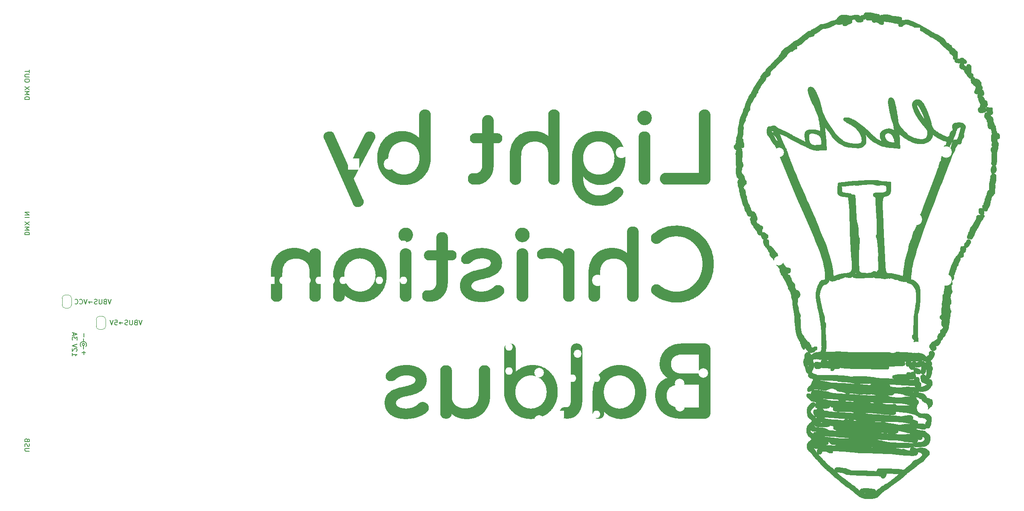
<source format=gbo>
G04 #@! TF.GenerationSoftware,KiCad,Pcbnew,7.0.0*
G04 #@! TF.CreationDate,2023-02-17T23:53:31+01:00*
G04 #@! TF.ProjectId,ELController,454c436f-6e74-4726-9f6c-6c65722e6b69,rev?*
G04 #@! TF.SameCoordinates,Original*
G04 #@! TF.FileFunction,Legend,Bot*
G04 #@! TF.FilePolarity,Positive*
%FSLAX46Y46*%
G04 Gerber Fmt 4.6, Leading zero omitted, Abs format (unit mm)*
G04 Created by KiCad (PCBNEW 7.0.0) date 2023-02-17 23:53:31*
%MOMM*%
%LPD*%
G01*
G04 APERTURE LIST*
G04 Aperture macros list*
%AMFreePoly0*
4,1,19,0.500000,-0.750000,0.000000,-0.750000,0.000000,-0.744911,-0.071157,-0.744911,-0.207708,-0.704816,-0.327430,-0.627875,-0.420627,-0.520320,-0.479746,-0.390866,-0.500000,-0.250000,-0.500000,0.250000,-0.479746,0.390866,-0.420627,0.520320,-0.327430,0.627875,-0.207708,0.704816,-0.071157,0.744911,0.000000,0.744911,0.000000,0.750000,0.500000,0.750000,0.500000,-0.750000,0.500000,-0.750000,
$1*%
%AMFreePoly1*
4,1,19,0.000000,0.744911,0.071157,0.744911,0.207708,0.704816,0.327430,0.627875,0.420627,0.520320,0.479746,0.390866,0.500000,0.250000,0.500000,-0.250000,0.479746,-0.390866,0.420627,-0.520320,0.327430,-0.627875,0.207708,-0.704816,0.071157,-0.744911,0.000000,-0.744911,0.000000,-0.750000,-0.500000,-0.750000,-0.500000,0.750000,0.000000,0.750000,0.000000,0.744911,0.000000,0.744911,
$1*%
G04 Aperture macros list end*
%ADD10C,0.400000*%
%ADD11C,0.150000*%
%ADD12C,0.120000*%
%ADD13C,2.400000*%
%ADD14R,2.400000X2.400000*%
%ADD15R,1.700000X1.700000*%
%ADD16O,1.700000X1.700000*%
%ADD17C,2.000000*%
%ADD18R,1.600000X1.600000*%
%ADD19O,1.600000X1.600000*%
%ADD20C,1.700000*%
%ADD21C,0.800000*%
%ADD22C,6.400000*%
%ADD23R,1.000000X1.000000*%
%ADD24O,1.000000X1.000000*%
%ADD25O,1.500000X2.000000*%
%ADD26C,1.600000*%
%ADD27C,3.400000*%
%ADD28C,2.900000*%
%ADD29R,1.500000X1.500000*%
%ADD30C,1.500000*%
%ADD31C,0.650000*%
%ADD32O,2.100000X1.000000*%
%ADD33O,1.800000X1.000000*%
%ADD34FreePoly0,90.000000*%
%ADD35FreePoly1,90.000000*%
%ADD36FreePoly0,270.000000*%
%ADD37FreePoly1,270.000000*%
G04 APERTURE END LIST*
D10*
G36*
X201683028Y-17622301D02*
G01*
X201694098Y-17627265D01*
X202036235Y-17790263D01*
X202407006Y-17974635D01*
X202797922Y-18175559D01*
X203200497Y-18388211D01*
X203606246Y-18607766D01*
X204006680Y-18829402D01*
X204392982Y-19048138D01*
X204756277Y-19259083D01*
X205087999Y-19457542D01*
X205379582Y-19638822D01*
X205507551Y-19721595D01*
X205622287Y-19798461D01*
X205674454Y-19834524D01*
X205723027Y-19868925D01*
X205767910Y-19901603D01*
X205809007Y-19932495D01*
X205828093Y-19947217D01*
X205846188Y-19961442D01*
X205863310Y-19975222D01*
X205879474Y-19988609D01*
X205894699Y-20001655D01*
X205909001Y-20014412D01*
X205922396Y-20026933D01*
X205934902Y-20039270D01*
X205940844Y-20045386D01*
X205946604Y-20051502D01*
X205952183Y-20057656D01*
X205957585Y-20063889D01*
X205962811Y-20070238D01*
X205967864Y-20076742D01*
X205970326Y-20080065D01*
X205972746Y-20083441D01*
X205975124Y-20086875D01*
X205977460Y-20090373D01*
X205978045Y-20091390D01*
X205978577Y-20092530D01*
X205979063Y-20093777D01*
X205979512Y-20095114D01*
X205979930Y-20096526D01*
X205980325Y-20097996D01*
X205981079Y-20101044D01*
X205981835Y-20104129D01*
X205982232Y-20105645D01*
X205982653Y-20107121D01*
X205983105Y-20108541D01*
X205983596Y-20109889D01*
X205984132Y-20111148D01*
X205984723Y-20112303D01*
X205985673Y-20112181D01*
X205986467Y-20112096D01*
X205987132Y-20112038D01*
X205987693Y-20112000D01*
X205988612Y-20111949D01*
X205989022Y-20111920D01*
X205989435Y-20111878D01*
X205989877Y-20111814D01*
X205990374Y-20111720D01*
X205990953Y-20111588D01*
X205991641Y-20111409D01*
X205992463Y-20111176D01*
X205993446Y-20110880D01*
X205996001Y-20110065D01*
X206011372Y-20105295D01*
X206026586Y-20101573D01*
X206041683Y-20098844D01*
X206056704Y-20097053D01*
X206071688Y-20096147D01*
X206086676Y-20096071D01*
X206101707Y-20096770D01*
X206116821Y-20098190D01*
X206132059Y-20100277D01*
X206147459Y-20102975D01*
X206163063Y-20106232D01*
X206178910Y-20109992D01*
X206211494Y-20118803D01*
X206245531Y-20128974D01*
X206281193Y-20140554D01*
X206318448Y-20153834D01*
X206357309Y-20168791D01*
X206397787Y-20185402D01*
X206439897Y-20203644D01*
X206483651Y-20223494D01*
X206529062Y-20244928D01*
X206576143Y-20267923D01*
X206675264Y-20318600D01*
X206780777Y-20375471D01*
X206786210Y-20378533D01*
X206892435Y-20438406D01*
X207009992Y-20507275D01*
X207133202Y-20581949D01*
X207261820Y-20662298D01*
X207395597Y-20748192D01*
X207534290Y-20839501D01*
X207609161Y-20889904D01*
X207677495Y-20937165D01*
X207739615Y-20981753D01*
X207795846Y-21024135D01*
X207846514Y-21064780D01*
X207891944Y-21104154D01*
X207912796Y-21123512D01*
X207932460Y-21142727D01*
X207950977Y-21161858D01*
X207968387Y-21180965D01*
X207984664Y-21200202D01*
X207999763Y-21219678D01*
X208013698Y-21239377D01*
X208026486Y-21259285D01*
X208038142Y-21279388D01*
X208048681Y-21299671D01*
X208058119Y-21320119D01*
X208066471Y-21340717D01*
X208073753Y-21361452D01*
X208079980Y-21382308D01*
X208085168Y-21403272D01*
X208089332Y-21424327D01*
X208092487Y-21445460D01*
X208094649Y-21466657D01*
X208095833Y-21487902D01*
X208096056Y-21509181D01*
X208096062Y-21522007D01*
X208096370Y-21534196D01*
X208096968Y-21545767D01*
X208097841Y-21556736D01*
X208098976Y-21567119D01*
X208100360Y-21576934D01*
X208101979Y-21586196D01*
X208103820Y-21594924D01*
X208105869Y-21603134D01*
X208108112Y-21610842D01*
X208109115Y-21613829D01*
X208110537Y-21618065D01*
X208113129Y-21624820D01*
X208115875Y-21631125D01*
X208118762Y-21636995D01*
X208121776Y-21642448D01*
X208124904Y-21647500D01*
X208128159Y-21652258D01*
X208131583Y-21656823D01*
X208135206Y-21661205D01*
X208139062Y-21665415D01*
X208143180Y-21669463D01*
X208147593Y-21673360D01*
X208152332Y-21677117D01*
X208157428Y-21680744D01*
X208162914Y-21684250D01*
X208168820Y-21687648D01*
X208175178Y-21690947D01*
X208182019Y-21694158D01*
X208189376Y-21697290D01*
X208197279Y-21700356D01*
X208205760Y-21703365D01*
X208214850Y-21706327D01*
X208222333Y-21708801D01*
X208229482Y-21711429D01*
X208236310Y-21714206D01*
X208242829Y-21717124D01*
X208249051Y-21720179D01*
X208254987Y-21723362D01*
X208260649Y-21726668D01*
X208266050Y-21730090D01*
X208271200Y-21733621D01*
X208276113Y-21737256D01*
X208285272Y-21744810D01*
X208293621Y-21752700D01*
X208301255Y-21760874D01*
X208308269Y-21769280D01*
X208314759Y-21777867D01*
X208320819Y-21786583D01*
X208326544Y-21795377D01*
X208347997Y-21830296D01*
X208358673Y-21847437D01*
X208369173Y-21864737D01*
X208389863Y-21899242D01*
X208400159Y-21916163D01*
X208410494Y-21932672D01*
X208420922Y-21948626D01*
X208431496Y-21963884D01*
X208436840Y-21971177D01*
X208442200Y-21978191D01*
X208447566Y-21984918D01*
X208452927Y-21991352D01*
X208458274Y-21997486D01*
X208463596Y-22003313D01*
X208468883Y-22008826D01*
X208474125Y-22014019D01*
X208479312Y-22018885D01*
X208484433Y-22023417D01*
X208489479Y-22027609D01*
X208494439Y-22031453D01*
X208499304Y-22034942D01*
X208504063Y-22038071D01*
X208508705Y-22040832D01*
X208513222Y-22043219D01*
X208517615Y-22045337D01*
X208521930Y-22047277D01*
X208526216Y-22049014D01*
X208530526Y-22050522D01*
X208534908Y-22051776D01*
X208539414Y-22052753D01*
X208541729Y-22053129D01*
X208544094Y-22053426D01*
X208546515Y-22053642D01*
X208548999Y-22053772D01*
X208551551Y-22053814D01*
X208554178Y-22053764D01*
X208556886Y-22053620D01*
X208559682Y-22053379D01*
X208562572Y-22053037D01*
X208565562Y-22052591D01*
X208568659Y-22052039D01*
X208571869Y-22051376D01*
X208578651Y-22049708D01*
X208585961Y-22047562D01*
X208593848Y-22044915D01*
X208602364Y-22041740D01*
X208608466Y-22039472D01*
X208614473Y-22037485D01*
X208626204Y-22034314D01*
X208637560Y-22032147D01*
X208648550Y-22030906D01*
X208659178Y-22030514D01*
X208669452Y-22030890D01*
X208679378Y-22031958D01*
X208688961Y-22033638D01*
X208698208Y-22035853D01*
X208707125Y-22038523D01*
X208715718Y-22041570D01*
X208723994Y-22044916D01*
X208731959Y-22048482D01*
X208739619Y-22052190D01*
X208754048Y-22059718D01*
X208760921Y-22063482D01*
X208767697Y-22067372D01*
X208774382Y-22071383D01*
X208780982Y-22075512D01*
X208793954Y-22084106D01*
X208806665Y-22093121D01*
X208819166Y-22102525D01*
X208831509Y-22112285D01*
X208843744Y-22122369D01*
X208855924Y-22132743D01*
X208880080Y-22154207D01*
X208903751Y-22176334D01*
X208926755Y-22198782D01*
X208948907Y-22221209D01*
X208970025Y-22243274D01*
X208989925Y-22264633D01*
X209025340Y-22303869D01*
X209048012Y-22329941D01*
X209067756Y-22353544D01*
X209084745Y-22374616D01*
X209099155Y-22393094D01*
X209134470Y-22439822D01*
X209149266Y-22435618D01*
X209164066Y-22432257D01*
X209178839Y-22429731D01*
X209193554Y-22428033D01*
X209208179Y-22427157D01*
X209222685Y-22427094D01*
X209237040Y-22427838D01*
X209251213Y-22429381D01*
X209265173Y-22431717D01*
X209278889Y-22434837D01*
X209292331Y-22438735D01*
X209305467Y-22443404D01*
X209318267Y-22448836D01*
X209330700Y-22455024D01*
X209342734Y-22461961D01*
X209354338Y-22469639D01*
X209360133Y-22473930D01*
X209365798Y-22478512D01*
X209371324Y-22483374D01*
X209376699Y-22488504D01*
X209381913Y-22493891D01*
X209386955Y-22499523D01*
X209391816Y-22505388D01*
X209396483Y-22511474D01*
X209400948Y-22517770D01*
X209405199Y-22524264D01*
X209409226Y-22530944D01*
X209413018Y-22537798D01*
X209416565Y-22544815D01*
X209419856Y-22551983D01*
X209422881Y-22559290D01*
X209425628Y-22566725D01*
X209428088Y-22574275D01*
X209430251Y-22581930D01*
X209432104Y-22589677D01*
X209433639Y-22597504D01*
X209434844Y-22605400D01*
X209435709Y-22613353D01*
X209436223Y-22621351D01*
X209436376Y-22629384D01*
X209436157Y-22637438D01*
X209435556Y-22645502D01*
X209434562Y-22653564D01*
X209433164Y-22661614D01*
X209431353Y-22669638D01*
X209429117Y-22677625D01*
X209428768Y-22678662D01*
X209428538Y-22677717D01*
X209428226Y-22675999D01*
X209428190Y-22675789D01*
X209428173Y-22676012D01*
X209428019Y-22677760D01*
X209427790Y-22679285D01*
X209427401Y-22681245D01*
X209426805Y-22683640D01*
X209425958Y-22686472D01*
X209424968Y-22689300D01*
X209423329Y-22693443D01*
X209424815Y-22689739D01*
X209424968Y-22689300D01*
X209426446Y-22685564D01*
X209428768Y-22678662D01*
X209428905Y-22679223D01*
X209429472Y-22681162D01*
X209430284Y-22683531D01*
X209431387Y-22686331D01*
X209432779Y-22689480D01*
X209434389Y-22692892D01*
X209438265Y-22700470D01*
X209443005Y-22708992D01*
X209448604Y-22718387D01*
X209455053Y-22728586D01*
X209462344Y-22739518D01*
X209470471Y-22751111D01*
X209479425Y-22763295D01*
X209499578Y-22789168D01*
X209522441Y-22816848D01*
X209547792Y-22846164D01*
X209575410Y-22876948D01*
X209605074Y-22909031D01*
X209636562Y-22942244D01*
X209669655Y-22976420D01*
X209704129Y-23011389D01*
X209725041Y-23031985D01*
X209744262Y-23050019D01*
X209761970Y-23065713D01*
X209778349Y-23079294D01*
X209793577Y-23090984D01*
X209807837Y-23101009D01*
X209821308Y-23109592D01*
X209834172Y-23116959D01*
X209846608Y-23123334D01*
X209858799Y-23128940D01*
X209870924Y-23134003D01*
X209883165Y-23138746D01*
X209908715Y-23148173D01*
X209936896Y-23159016D01*
X209952089Y-23165503D01*
X209967701Y-23172907D01*
X209983748Y-23181358D01*
X210000247Y-23190986D01*
X210017214Y-23201920D01*
X210034665Y-23214291D01*
X210052618Y-23228228D01*
X210071089Y-23243862D01*
X210090093Y-23261322D01*
X210109648Y-23280739D01*
X210129770Y-23302241D01*
X210150476Y-23325960D01*
X210171781Y-23352025D01*
X210193702Y-23380565D01*
X210216256Y-23411712D01*
X210239459Y-23445594D01*
X210245815Y-23455715D01*
X210251333Y-23465698D01*
X210256074Y-23475541D01*
X210260096Y-23485241D01*
X210263460Y-23494793D01*
X210266224Y-23504196D01*
X210268449Y-23513446D01*
X210270192Y-23522540D01*
X210271514Y-23531473D01*
X210272474Y-23540245D01*
X210273131Y-23548850D01*
X210273545Y-23557286D01*
X210273881Y-23573638D01*
X210273957Y-23589274D01*
X210273181Y-23672293D01*
X210273130Y-23672328D01*
X210272869Y-23672542D01*
X210272689Y-23672736D01*
X210272582Y-23672913D01*
X210272539Y-23673072D01*
X210272553Y-23673216D01*
X210272618Y-23673346D01*
X210272724Y-23673463D01*
X210273034Y-23673662D01*
X210273168Y-23673713D01*
X210273181Y-23672293D01*
X210273478Y-23672093D01*
X210273922Y-23671837D01*
X210274469Y-23671558D01*
X210275903Y-23670924D01*
X210277840Y-23670184D01*
X210280431Y-23669185D01*
X210282908Y-23668109D01*
X210285288Y-23666963D01*
X210287587Y-23665751D01*
X210289824Y-23664480D01*
X210292013Y-23663154D01*
X210296321Y-23660358D01*
X210305120Y-23654346D01*
X210309883Y-23651215D01*
X210315067Y-23648058D01*
X210317859Y-23646482D01*
X210320808Y-23644916D01*
X210323929Y-23643365D01*
X210327241Y-23641834D01*
X210330759Y-23640328D01*
X210334501Y-23638853D01*
X210338483Y-23637414D01*
X210342723Y-23636016D01*
X210347237Y-23634665D01*
X210352043Y-23633367D01*
X210357156Y-23632125D01*
X210362594Y-23630947D01*
X210368375Y-23629837D01*
X210374513Y-23628800D01*
X210381028Y-23627842D01*
X210387935Y-23626968D01*
X210395086Y-23626351D01*
X210402302Y-23626147D01*
X210409555Y-23626333D01*
X210416818Y-23626889D01*
X210424062Y-23627792D01*
X210431261Y-23629021D01*
X210438386Y-23630552D01*
X210445410Y-23632366D01*
X210452306Y-23634440D01*
X210459045Y-23636752D01*
X210465600Y-23639280D01*
X210471943Y-23642003D01*
X210478047Y-23644898D01*
X210483884Y-23647944D01*
X210489426Y-23651119D01*
X210494646Y-23654402D01*
X210499640Y-23657765D01*
X210504532Y-23661202D01*
X210509337Y-23664719D01*
X210514070Y-23668324D01*
X210518747Y-23672025D01*
X210521521Y-23674300D01*
X210523383Y-23675828D01*
X210532594Y-23683771D01*
X210541828Y-23692214D01*
X210551206Y-23701213D01*
X210560853Y-23710828D01*
X210570891Y-23721118D01*
X210570891Y-23721878D01*
X210584731Y-23737244D01*
X210597132Y-23753099D01*
X210608195Y-23769450D01*
X210618024Y-23786301D01*
X210626720Y-23803660D01*
X210634384Y-23821532D01*
X210641121Y-23839922D01*
X210647030Y-23858837D01*
X210652215Y-23878283D01*
X210656777Y-23898265D01*
X210660820Y-23918789D01*
X210664443Y-23939861D01*
X210670845Y-23983672D01*
X210676798Y-24029745D01*
X210682244Y-24077887D01*
X210686590Y-24127681D01*
X210689865Y-24178837D01*
X210692095Y-24231070D01*
X210693310Y-24284093D01*
X210693536Y-24337617D01*
X210692802Y-24391356D01*
X210691136Y-24445022D01*
X210688593Y-24498246D01*
X210685174Y-24550671D01*
X210680851Y-24602035D01*
X210675598Y-24652070D01*
X210669385Y-24700514D01*
X210662186Y-24747100D01*
X210653971Y-24791565D01*
X210644713Y-24833644D01*
X210639695Y-24853705D01*
X210634388Y-24873111D01*
X210628720Y-24891890D01*
X210622621Y-24910069D01*
X210616019Y-24927674D01*
X210608843Y-24944733D01*
X210605017Y-24953067D01*
X210601022Y-24961274D01*
X210596847Y-24969359D01*
X210592484Y-24977323D01*
X210587926Y-24985202D01*
X210583113Y-24993025D01*
X210580586Y-24996910D01*
X210577964Y-25000776D01*
X210575237Y-25004620D01*
X210572395Y-25008439D01*
X210569428Y-25012233D01*
X210566326Y-25015999D01*
X210563077Y-25019734D01*
X210559673Y-25023438D01*
X210556102Y-25027107D01*
X210552355Y-25030741D01*
X210548420Y-25034335D01*
X210544289Y-25037890D01*
X210539909Y-25041397D01*
X210535245Y-25044836D01*
X210530311Y-25048187D01*
X210525121Y-25051425D01*
X210519690Y-25054529D01*
X210514031Y-25057474D01*
X210508159Y-25060239D01*
X210502088Y-25062800D01*
X210495832Y-25065135D01*
X210489405Y-25067221D01*
X210482822Y-25069034D01*
X210476097Y-25070553D01*
X210469243Y-25071753D01*
X210462275Y-25072613D01*
X210455208Y-25073109D01*
X210448055Y-25073219D01*
X210444507Y-25073451D01*
X210439408Y-25074182D01*
X210425307Y-25076991D01*
X210407264Y-25081343D01*
X210386793Y-25086935D01*
X210365407Y-25093464D01*
X210354843Y-25096985D01*
X210344617Y-25100628D01*
X210334918Y-25104353D01*
X210325936Y-25108124D01*
X210317860Y-25111902D01*
X210310878Y-25115649D01*
X210304505Y-25119138D01*
X210297567Y-25122478D01*
X210290113Y-25125613D01*
X210282194Y-25128488D01*
X210273863Y-25131048D01*
X210265169Y-25133237D01*
X210256164Y-25135000D01*
X210246898Y-25136282D01*
X210237423Y-25137027D01*
X210227790Y-25137181D01*
X210218048Y-25136687D01*
X210208250Y-25135491D01*
X210203345Y-25134612D01*
X210198446Y-25133536D01*
X210193558Y-25132258D01*
X210188687Y-25130769D01*
X210183841Y-25129063D01*
X210179024Y-25127133D01*
X210174245Y-25124972D01*
X210169509Y-25122573D01*
X210164899Y-25120012D01*
X210160492Y-25117364D01*
X210156283Y-25114633D01*
X210152266Y-25111823D01*
X210148437Y-25108940D01*
X210144789Y-25105988D01*
X210141317Y-25102970D01*
X210138017Y-25099893D01*
X210134882Y-25096760D01*
X210131909Y-25093576D01*
X210129091Y-25090345D01*
X210126423Y-25087072D01*
X210121516Y-25080418D01*
X210117147Y-25073649D01*
X210113273Y-25066803D01*
X210109852Y-25059916D01*
X210106843Y-25053022D01*
X210104203Y-25046160D01*
X210101889Y-25039364D01*
X210099860Y-25032672D01*
X210098074Y-25026119D01*
X210096488Y-25019741D01*
X210093747Y-25007130D01*
X210091507Y-24994385D01*
X210089745Y-24981474D01*
X210088444Y-24968363D01*
X210087581Y-24955021D01*
X210087138Y-24941413D01*
X210087093Y-24927507D01*
X210087428Y-24913269D01*
X210088121Y-24898667D01*
X210089153Y-24883668D01*
X210092152Y-24852345D01*
X210096264Y-24819035D01*
X210101328Y-24783476D01*
X210106629Y-24743877D01*
X210108531Y-24725756D01*
X210109910Y-24708618D01*
X210110746Y-24692362D01*
X210111022Y-24676885D01*
X210110719Y-24662084D01*
X210109820Y-24647858D01*
X210108305Y-24634104D01*
X210106157Y-24620721D01*
X210103356Y-24607606D01*
X210099885Y-24594657D01*
X210095726Y-24581773D01*
X210090860Y-24568850D01*
X210085269Y-24555787D01*
X210078934Y-24542482D01*
X210071691Y-24528778D01*
X210063371Y-24514559D01*
X210053941Y-24499781D01*
X210043367Y-24484401D01*
X210031614Y-24468376D01*
X210018650Y-24451661D01*
X210004440Y-24434212D01*
X209988950Y-24415987D01*
X209972147Y-24396941D01*
X209953996Y-24377031D01*
X209934463Y-24356213D01*
X209913516Y-24334444D01*
X209867240Y-24287876D01*
X209814896Y-24236978D01*
X209798382Y-24221563D01*
X209781756Y-24206845D01*
X209765049Y-24192798D01*
X209748293Y-24179400D01*
X209731519Y-24166624D01*
X209714759Y-24154448D01*
X209698045Y-24142847D01*
X209681408Y-24131797D01*
X209648492Y-24111253D01*
X209616265Y-24092623D01*
X209584978Y-24075713D01*
X209554886Y-24060330D01*
X209526235Y-24046288D01*
X209499067Y-24033182D01*
X209473332Y-24020480D01*
X209460986Y-24014115D01*
X209448981Y-24007652D01*
X209443090Y-24004371D01*
X209437234Y-24001021D01*
X209431389Y-23997546D01*
X209425536Y-23993888D01*
X209419651Y-23989989D01*
X209413712Y-23985791D01*
X209410717Y-23983562D01*
X209407700Y-23981238D01*
X209404658Y-23978809D01*
X209401590Y-23976271D01*
X209395200Y-23970740D01*
X209391877Y-23967695D01*
X209388505Y-23964442D01*
X209385112Y-23960965D01*
X209381727Y-23957247D01*
X209378376Y-23953273D01*
X209375088Y-23949025D01*
X209371889Y-23944487D01*
X209368809Y-23939644D01*
X209365875Y-23934478D01*
X209364471Y-23931769D01*
X209363114Y-23928974D01*
X209361807Y-23926090D01*
X209360554Y-23923115D01*
X209359358Y-23920047D01*
X209358223Y-23916884D01*
X209357153Y-23913625D01*
X209356149Y-23910267D01*
X209355217Y-23906807D01*
X209354360Y-23903245D01*
X209338861Y-23831982D01*
X209327459Y-23773963D01*
X209319473Y-23727394D01*
X209314223Y-23690481D01*
X209312424Y-23674990D01*
X209312402Y-23674759D01*
X210273158Y-23674759D01*
X210273940Y-23674576D01*
X210274372Y-23674427D01*
X210274476Y-23674361D01*
X210274515Y-23674300D01*
X210274497Y-23674243D01*
X210274430Y-23674187D01*
X210273168Y-23673713D01*
X210273158Y-23674759D01*
X209312402Y-23674759D01*
X209311087Y-23661218D01*
X209310136Y-23649202D01*
X209309498Y-23638975D01*
X209308582Y-23616668D01*
X209308508Y-23615925D01*
X209308481Y-23615397D01*
X209308472Y-23614733D01*
X209308442Y-23614468D01*
X209308365Y-23614162D01*
X209308215Y-23613751D01*
X209307970Y-23613171D01*
X209305561Y-23607875D01*
X209303167Y-23602544D01*
X209299729Y-23594740D01*
X209289997Y-23573463D01*
X209275746Y-23543308D01*
X209234767Y-23457367D01*
X209229966Y-23453464D01*
X209227017Y-23451095D01*
X209223699Y-23448480D01*
X209220012Y-23445646D01*
X209215954Y-23442617D01*
X209211523Y-23439418D01*
X209206717Y-23436076D01*
X209084693Y-23355166D01*
X209045299Y-23328147D01*
X209003309Y-23298345D01*
X208959143Y-23265657D01*
X208913222Y-23229981D01*
X208865965Y-23191214D01*
X208841968Y-23170640D01*
X208817794Y-23149254D01*
X208793498Y-23127045D01*
X208769129Y-23103998D01*
X208744743Y-23080102D01*
X208720391Y-23055343D01*
X208675366Y-23009097D01*
X208631221Y-22964545D01*
X208588228Y-22921921D01*
X208546660Y-22881459D01*
X208506790Y-22843392D01*
X208468890Y-22807953D01*
X208433234Y-22775378D01*
X208400095Y-22745898D01*
X208384538Y-22732380D01*
X208369711Y-22719726D01*
X208355696Y-22707993D01*
X208342574Y-22697239D01*
X208330426Y-22687520D01*
X208319333Y-22678893D01*
X208309377Y-22671415D01*
X208300638Y-22665144D01*
X208299970Y-22664670D01*
X208299718Y-22664485D01*
X208299510Y-22664327D01*
X208299337Y-22664191D01*
X208299192Y-22664071D01*
X208298951Y-22663855D01*
X208298436Y-22663369D01*
X208298032Y-22663007D01*
X208297765Y-22662777D01*
X208297443Y-22662507D01*
X208297388Y-22662508D01*
X208297329Y-22662515D01*
X208297267Y-22662528D01*
X208297200Y-22662546D01*
X208297058Y-22662597D01*
X208296905Y-22662665D01*
X208296743Y-22662746D01*
X208296575Y-22662837D01*
X208296229Y-22663037D01*
X208295884Y-22663238D01*
X208295719Y-22663331D01*
X208295560Y-22663414D01*
X208295412Y-22663484D01*
X208295275Y-22663539D01*
X208295211Y-22663559D01*
X208295152Y-22663574D01*
X208295097Y-22663583D01*
X208295046Y-22663586D01*
X208291265Y-22663276D01*
X208287668Y-22662902D01*
X208284244Y-22662469D01*
X208280983Y-22661981D01*
X208277875Y-22661442D01*
X208274909Y-22660856D01*
X208269366Y-22659561D01*
X208264272Y-22658130D01*
X208259547Y-22656595D01*
X208255110Y-22654992D01*
X208250879Y-22653352D01*
X208246790Y-22651681D01*
X208242825Y-22649976D01*
X208235224Y-22646456D01*
X208227984Y-22642788D01*
X208221012Y-22638963D01*
X208214218Y-22634975D01*
X208207508Y-22630818D01*
X208200792Y-22626485D01*
X208193976Y-22621971D01*
X208179950Y-22612317D01*
X208165439Y-22601821D01*
X208150425Y-22590501D01*
X208134888Y-22578374D01*
X208118808Y-22565456D01*
X208102166Y-22551766D01*
X208084942Y-22537320D01*
X208067117Y-22522136D01*
X208029808Y-22489644D01*
X207990605Y-22454564D01*
X207949795Y-22417195D01*
X207907664Y-22377837D01*
X207864499Y-22336792D01*
X207820588Y-22294360D01*
X207776215Y-22250841D01*
X207731668Y-22206536D01*
X207643358Y-22116923D01*
X207558236Y-22028046D01*
X207517648Y-21984619D01*
X207478790Y-21942260D01*
X207441972Y-21901261D01*
X207407506Y-21861918D01*
X207391259Y-21842959D01*
X207375720Y-21824507D01*
X207360906Y-21806579D01*
X207346837Y-21789189D01*
X207333530Y-21772354D01*
X207321005Y-21756090D01*
X207309280Y-21740412D01*
X207298374Y-21725335D01*
X207288219Y-21710818D01*
X207283406Y-21703712D01*
X207278778Y-21696675D01*
X207274343Y-21689681D01*
X207270108Y-21682706D01*
X207266080Y-21675726D01*
X207262265Y-21668715D01*
X207254676Y-21654870D01*
X207252817Y-21651282D01*
X207251018Y-21647548D01*
X207249304Y-21643621D01*
X207247696Y-21639452D01*
X207246219Y-21634996D01*
X207244895Y-21630205D01*
X207244298Y-21627668D01*
X207243748Y-21625029D01*
X207243247Y-21622283D01*
X207242800Y-21619424D01*
X207242408Y-21616445D01*
X207242074Y-21613340D01*
X207241802Y-21610104D01*
X207241715Y-21608695D01*
X207241463Y-21608314D01*
X207240229Y-21606656D01*
X207238822Y-21604853D01*
X207235502Y-21600842D01*
X207234363Y-21599549D01*
X207241383Y-21599549D01*
X207241453Y-21603215D01*
X207241594Y-21606731D01*
X207241715Y-21608695D01*
X207242334Y-21609628D01*
X207242340Y-21609671D01*
X207242724Y-21611492D01*
X207243106Y-21612812D01*
X207243456Y-21613668D01*
X207243744Y-21614098D01*
X207243855Y-21614165D01*
X207243940Y-21614139D01*
X207244012Y-21613829D01*
X207243930Y-21613205D01*
X207243665Y-21612304D01*
X207243186Y-21611163D01*
X207242462Y-21609821D01*
X207242334Y-21609628D01*
X207241986Y-21607312D01*
X207241690Y-21604378D01*
X207241484Y-21600830D01*
X207241398Y-21596632D01*
X207241463Y-21591746D01*
X207241385Y-21595728D01*
X207241383Y-21599549D01*
X207234363Y-21599549D01*
X207231533Y-21596336D01*
X207226942Y-21591387D01*
X207221759Y-21586051D01*
X207216011Y-21580382D01*
X207209727Y-21574432D01*
X207202936Y-21568257D01*
X207187970Y-21555423D01*
X207171316Y-21542100D01*
X207153146Y-21528444D01*
X207133634Y-21514613D01*
X207112951Y-21500765D01*
X207091271Y-21487056D01*
X207068766Y-21473645D01*
X207045607Y-21460688D01*
X206990486Y-21429983D01*
X206935096Y-21397353D01*
X206880512Y-21363407D01*
X206827808Y-21328754D01*
X206778059Y-21294002D01*
X206732340Y-21259761D01*
X206711328Y-21243022D01*
X206691725Y-21226639D01*
X206673668Y-21210688D01*
X206657289Y-21195246D01*
X206653662Y-21191918D01*
X206648533Y-21187558D01*
X206634054Y-21175996D01*
X206614425Y-21161056D01*
X206590216Y-21143237D01*
X206562000Y-21123038D01*
X206530347Y-21100957D01*
X206495829Y-21077491D01*
X206459017Y-21053141D01*
X206379317Y-21002241D01*
X206292989Y-20949065D01*
X206202590Y-20895130D01*
X206110674Y-20841955D01*
X206063416Y-20814551D01*
X206017926Y-20787184D01*
X205974367Y-20759980D01*
X205932906Y-20733064D01*
X205893709Y-20706559D01*
X205856939Y-20680592D01*
X205822763Y-20655287D01*
X205791347Y-20630767D01*
X205776742Y-20618865D01*
X205762893Y-20607208D01*
X205749777Y-20595732D01*
X205737369Y-20584374D01*
X205725642Y-20573068D01*
X205714573Y-20561749D01*
X205704137Y-20550355D01*
X205694307Y-20538820D01*
X205689593Y-20532973D01*
X205684995Y-20526989D01*
X205682744Y-20523916D01*
X205680527Y-20520776D01*
X205678345Y-20517556D01*
X205676202Y-20514245D01*
X205674098Y-20510832D01*
X205672035Y-20507306D01*
X205670014Y-20503655D01*
X205668039Y-20499869D01*
X205666110Y-20495936D01*
X205664229Y-20491845D01*
X205662398Y-20487585D01*
X205660619Y-20483144D01*
X205660619Y-20481666D01*
X205644401Y-20479618D01*
X205635826Y-20478683D01*
X205626623Y-20477934D01*
X205621710Y-20477660D01*
X205616551Y-20477468D01*
X205611114Y-20477370D01*
X205605371Y-20477378D01*
X205599291Y-20477504D01*
X205592845Y-20477760D01*
X205586002Y-20478158D01*
X205578733Y-20478709D01*
X205563503Y-20479683D01*
X205548264Y-20480223D01*
X205533029Y-20480337D01*
X205517810Y-20480036D01*
X205502620Y-20479328D01*
X205487472Y-20478223D01*
X205472378Y-20476729D01*
X205457353Y-20474857D01*
X205442408Y-20472614D01*
X205427557Y-20470011D01*
X205412812Y-20467055D01*
X205398185Y-20463758D01*
X205383692Y-20460127D01*
X205369342Y-20456172D01*
X205355151Y-20451903D01*
X205341130Y-20447327D01*
X205327276Y-20442477D01*
X205313589Y-20437362D01*
X205300089Y-20431960D01*
X205286794Y-20426249D01*
X205273722Y-20420208D01*
X205262238Y-20414483D01*
X205658108Y-20414483D01*
X205658115Y-20417801D01*
X205658144Y-20418454D01*
X205658201Y-20419087D01*
X205658284Y-20419702D01*
X205658391Y-20420300D01*
X205658521Y-20420882D01*
X205658673Y-20421450D01*
X205658845Y-20422003D01*
X205659035Y-20422545D01*
X205659465Y-20423596D01*
X205659952Y-20424613D01*
X205660484Y-20425604D01*
X205661050Y-20426580D01*
X205662235Y-20428525D01*
X205662831Y-20429513D01*
X205663414Y-20430525D01*
X205663972Y-20431569D01*
X205664493Y-20432656D01*
X205664966Y-20433795D01*
X205665379Y-20434996D01*
X205664925Y-20427809D01*
X205664316Y-20420802D01*
X205663784Y-20413902D01*
X205663619Y-20410471D01*
X205663560Y-20407040D01*
X205663636Y-20403601D01*
X205663876Y-20400143D01*
X205664309Y-20396660D01*
X205664963Y-20393141D01*
X205665868Y-20389577D01*
X205667053Y-20385961D01*
X205668546Y-20382282D01*
X205670377Y-20378533D01*
X205670326Y-20378527D01*
X205670276Y-20378518D01*
X205670224Y-20378508D01*
X205670173Y-20378497D01*
X205670070Y-20378471D01*
X205669967Y-20378444D01*
X205669865Y-20378418D01*
X205669815Y-20378407D01*
X205669766Y-20378396D01*
X205669717Y-20378388D01*
X205669669Y-20378381D01*
X205669623Y-20378377D01*
X205669577Y-20378376D01*
X205669550Y-20378373D01*
X205667572Y-20381786D01*
X205666556Y-20383647D01*
X205665540Y-20385612D01*
X205664537Y-20387682D01*
X205663560Y-20389860D01*
X205662622Y-20392146D01*
X205661737Y-20394541D01*
X205660917Y-20397047D01*
X205660176Y-20399665D01*
X205659526Y-20402397D01*
X205658981Y-20405243D01*
X205658555Y-20408206D01*
X205658259Y-20411285D01*
X205658108Y-20414483D01*
X205262238Y-20414483D01*
X205260894Y-20413813D01*
X205248327Y-20407042D01*
X205236041Y-20399874D01*
X205224054Y-20392287D01*
X205212386Y-20384258D01*
X205201054Y-20375764D01*
X205190079Y-20366785D01*
X205179478Y-20357298D01*
X205169271Y-20347280D01*
X205159477Y-20336710D01*
X205150115Y-20325566D01*
X205147161Y-20322169D01*
X205142976Y-20317832D01*
X205137618Y-20312619D01*
X205131144Y-20306594D01*
X205115077Y-20292367D01*
X205095234Y-20275669D01*
X205072077Y-20257017D01*
X205059398Y-20247120D01*
X205046063Y-20236927D01*
X205032129Y-20226505D01*
X205017653Y-20215917D01*
X205002693Y-20205227D01*
X204987306Y-20194502D01*
X204955300Y-20172855D01*
X204921784Y-20150924D01*
X204887026Y-20128887D01*
X204851292Y-20106923D01*
X204814848Y-20085211D01*
X204777962Y-20063930D01*
X204740898Y-20043258D01*
X204703925Y-20023375D01*
X204624854Y-19980793D01*
X204546254Y-19936667D01*
X204469701Y-19891837D01*
X204396771Y-19847141D01*
X204329038Y-19803420D01*
X204268079Y-19761511D01*
X204215469Y-19722253D01*
X204192788Y-19703881D01*
X204172785Y-19686486D01*
X204168659Y-19683194D01*
X204160654Y-19677303D01*
X204149077Y-19669096D01*
X204134234Y-19658856D01*
X204116432Y-19646865D01*
X204095978Y-19633406D01*
X204073180Y-19618759D01*
X204048343Y-19603209D01*
X203992646Y-19569334D01*
X203928987Y-19531545D01*
X203857988Y-19490159D01*
X203780274Y-19445491D01*
X203607020Y-19347622D01*
X203413655Y-19240402D01*
X203204603Y-19126190D01*
X202984291Y-19007345D01*
X202527204Y-18765033D01*
X202077449Y-18532239D01*
X201670469Y-18327940D01*
X201341708Y-18171115D01*
X201122959Y-18071611D01*
X200985020Y-18010245D01*
X200837100Y-17946335D01*
X200685994Y-17883778D01*
X200538499Y-17826474D01*
X200401411Y-17778322D01*
X200338894Y-17758897D01*
X200281526Y-17743221D01*
X200124076Y-17702636D01*
X200092376Y-17695696D01*
X200062184Y-17690439D01*
X200032719Y-17687066D01*
X200003203Y-17685778D01*
X199988182Y-17685979D01*
X199972856Y-17686776D01*
X199957128Y-17688195D01*
X199940900Y-17690260D01*
X199906555Y-17696430D01*
X199869041Y-17705488D01*
X199827581Y-17717633D01*
X199781394Y-17733067D01*
X199729701Y-17751990D01*
X199671724Y-17774603D01*
X199632932Y-17790645D01*
X199593818Y-17807864D01*
X199554697Y-17826070D01*
X199515882Y-17845079D01*
X199477687Y-17864701D01*
X199440427Y-17884751D01*
X199404415Y-17905040D01*
X199369966Y-17925382D01*
X199337305Y-17945836D01*
X199306737Y-17966251D01*
X199278701Y-17986121D01*
X199253636Y-18004940D01*
X199231979Y-18022204D01*
X199214170Y-18037405D01*
X199200646Y-18050040D01*
X199195629Y-18055237D01*
X199191847Y-18059603D01*
X199173658Y-18081121D01*
X199154315Y-18101651D01*
X199133887Y-18121129D01*
X199112446Y-18139495D01*
X199090062Y-18156685D01*
X199066805Y-18172638D01*
X199042747Y-18187292D01*
X199017956Y-18200584D01*
X198992505Y-18212452D01*
X198966463Y-18222834D01*
X198939901Y-18231668D01*
X198912890Y-18238892D01*
X198885499Y-18244444D01*
X198857799Y-18248262D01*
X198829862Y-18250282D01*
X198801756Y-18250444D01*
X198785373Y-18249809D01*
X198769055Y-18248643D01*
X198752802Y-18246839D01*
X198744702Y-18245666D01*
X198736620Y-18244293D01*
X198728555Y-18242708D01*
X198720509Y-18240898D01*
X198712482Y-18238850D01*
X198704473Y-18236550D01*
X198696484Y-18233985D01*
X198688515Y-18231141D01*
X198680566Y-18228007D01*
X198672637Y-18224568D01*
X198664771Y-18220782D01*
X198657025Y-18216626D01*
X198649415Y-18212115D01*
X198641958Y-18207267D01*
X198634671Y-18202097D01*
X198627573Y-18196621D01*
X198620681Y-18190857D01*
X198614011Y-18184820D01*
X198607582Y-18178527D01*
X198601410Y-18171994D01*
X198595513Y-18165238D01*
X198589908Y-18158274D01*
X198584613Y-18151120D01*
X198579645Y-18143790D01*
X198575022Y-18136303D01*
X198570760Y-18128674D01*
X198563104Y-18113175D01*
X198556398Y-18097425D01*
X198550585Y-18081377D01*
X198545610Y-18064983D01*
X198541414Y-18048196D01*
X198537943Y-18030970D01*
X198535140Y-18013256D01*
X198532947Y-17995007D01*
X198531309Y-17976177D01*
X198530169Y-17956719D01*
X198529471Y-17936584D01*
X198529157Y-17915726D01*
X198529459Y-17871651D01*
X198530623Y-17824116D01*
X198531791Y-17771888D01*
X198532014Y-17727100D01*
X198531725Y-17707564D01*
X198531143Y-17689971D01*
X198530250Y-17674348D01*
X198529027Y-17660722D01*
X198528295Y-17654736D01*
X198527529Y-17649377D01*
X198526742Y-17644613D01*
X198525946Y-17640411D01*
X198525153Y-17636739D01*
X198524375Y-17633567D01*
X198523626Y-17630861D01*
X198522917Y-17628590D01*
X198521669Y-17625224D01*
X198520730Y-17623214D01*
X198520208Y-17622297D01*
X198520127Y-17622236D01*
X198520174Y-17622236D01*
X198520208Y-17622297D01*
X198520213Y-17622301D01*
X198520174Y-17622236D01*
X198520127Y-17622236D01*
X198520100Y-17622216D01*
X198519799Y-17621994D01*
X198519276Y-17621643D01*
X198518498Y-17621176D01*
X198518002Y-17620902D01*
X198517429Y-17620603D01*
X198516775Y-17620280D01*
X198516036Y-17619934D01*
X198515207Y-17619567D01*
X198514285Y-17619180D01*
X198513264Y-17618775D01*
X198512141Y-17618352D01*
X198510910Y-17617914D01*
X198509570Y-17617460D01*
X198508113Y-17616994D01*
X198506537Y-17616516D01*
X198504837Y-17616027D01*
X198503009Y-17615529D01*
X198501049Y-17615022D01*
X198498952Y-17614509D01*
X198496714Y-17613992D01*
X198494331Y-17613470D01*
X198491798Y-17612945D01*
X198489111Y-17612419D01*
X198486267Y-17611893D01*
X198483260Y-17611369D01*
X198469896Y-17609401D01*
X198454530Y-17607691D01*
X198437175Y-17606209D01*
X198417847Y-17604924D01*
X198396561Y-17603804D01*
X198373331Y-17602820D01*
X198321098Y-17601134D01*
X198237801Y-17596089D01*
X198138925Y-17585568D01*
X198027665Y-17570212D01*
X197907216Y-17550658D01*
X197780775Y-17527546D01*
X197651535Y-17501516D01*
X197522693Y-17473206D01*
X197397444Y-17443256D01*
X197270262Y-17413268D01*
X197126376Y-17382376D01*
X196970943Y-17351501D01*
X196809119Y-17321567D01*
X196646062Y-17293497D01*
X196486928Y-17268214D01*
X196336874Y-17246642D01*
X196201058Y-17229704D01*
X196060580Y-17212304D01*
X195926930Y-17192495D01*
X195800082Y-17170224D01*
X195680009Y-17145439D01*
X195566684Y-17118086D01*
X195460080Y-17088112D01*
X195360170Y-17055466D01*
X195266927Y-17020094D01*
X195222749Y-17001344D01*
X195180151Y-16981838D01*
X195139163Y-16961560D01*
X195099814Y-16940497D01*
X195062135Y-16918635D01*
X195026154Y-16895958D01*
X194991901Y-16872452D01*
X194959406Y-16848103D01*
X194928698Y-16822896D01*
X194899806Y-16796817D01*
X194872760Y-16769852D01*
X194847590Y-16741985D01*
X194824325Y-16713203D01*
X194802995Y-16683491D01*
X194783628Y-16652835D01*
X194766255Y-16621220D01*
X194747347Y-16582365D01*
X194738465Y-16562582D01*
X194730054Y-16542582D01*
X194722179Y-16522378D01*
X194714909Y-16501983D01*
X194708307Y-16481412D01*
X194702443Y-16460679D01*
X194697381Y-16439797D01*
X194693188Y-16418781D01*
X194689931Y-16397645D01*
X194687676Y-16376401D01*
X194686490Y-16355065D01*
X194686439Y-16333650D01*
X194687589Y-16312171D01*
X194690007Y-16290640D01*
X194691790Y-16279711D01*
X194694086Y-16268701D01*
X194696908Y-16257656D01*
X194700265Y-16246621D01*
X194704168Y-16235642D01*
X194708628Y-16224763D01*
X194713656Y-16214030D01*
X194719262Y-16203488D01*
X194725456Y-16193182D01*
X194732251Y-16183158D01*
X194739655Y-16173460D01*
X194747680Y-16164133D01*
X194756336Y-16155224D01*
X194765635Y-16146777D01*
X194775587Y-16138837D01*
X194786202Y-16131450D01*
X194797315Y-16124710D01*
X194808746Y-16118672D01*
X194820480Y-16113318D01*
X194832503Y-16108632D01*
X194844800Y-16104598D01*
X194857358Y-16101199D01*
X194870162Y-16098418D01*
X194883198Y-16096240D01*
X194896453Y-16094646D01*
X194909911Y-16093621D01*
X194923559Y-16093149D01*
X194937382Y-16093211D01*
X194951366Y-16093793D01*
X194965498Y-16094877D01*
X194979762Y-16096447D01*
X194994145Y-16098486D01*
X194994945Y-16098486D01*
X195010984Y-16100604D01*
X195026254Y-16101803D01*
X195040896Y-16102126D01*
X195055056Y-16101618D01*
X195068877Y-16100322D01*
X195082502Y-16098284D01*
X195096076Y-16095547D01*
X195109742Y-16092156D01*
X195123644Y-16088154D01*
X195137926Y-16083585D01*
X195168204Y-16072926D01*
X195239641Y-16046754D01*
X195271202Y-16036072D01*
X195305251Y-16025783D01*
X195323258Y-16020895D01*
X195341947Y-16016237D01*
X195361338Y-16011851D01*
X195381450Y-16007783D01*
X195402305Y-16004074D01*
X195423921Y-16000769D01*
X195446319Y-15997912D01*
X195469518Y-15995546D01*
X195493539Y-15993715D01*
X195518402Y-15992463D01*
X195544126Y-15991832D01*
X195570732Y-15991867D01*
X195570656Y-15991873D01*
X195588895Y-15992289D01*
X195607543Y-15993035D01*
X195626606Y-15994123D01*
X195646088Y-15995566D01*
X195665994Y-15997376D01*
X195686328Y-15999563D01*
X195707097Y-16002141D01*
X195728304Y-16005120D01*
X195937006Y-16035288D01*
X196129276Y-16061746D01*
X196281328Y-16081500D01*
X196369380Y-16091552D01*
X196392447Y-16094152D01*
X196415745Y-16098023D01*
X196439225Y-16103101D01*
X196462841Y-16109323D01*
X196486543Y-16116625D01*
X196510284Y-16124943D01*
X196534017Y-16134214D01*
X196557694Y-16144375D01*
X196581265Y-16155361D01*
X196604685Y-16167111D01*
X196627904Y-16179559D01*
X196650876Y-16192642D01*
X196673551Y-16206298D01*
X196695883Y-16220461D01*
X196717823Y-16235070D01*
X196739324Y-16250060D01*
X196744395Y-16253279D01*
X196751292Y-16257001D01*
X196759937Y-16261169D01*
X196770255Y-16265726D01*
X196782169Y-16270616D01*
X196795605Y-16275782D01*
X196810486Y-16281168D01*
X196826735Y-16286716D01*
X196844278Y-16292371D01*
X196863039Y-16298076D01*
X196882941Y-16303774D01*
X196903908Y-16309409D01*
X196925865Y-16314923D01*
X196948735Y-16320261D01*
X196972443Y-16325366D01*
X196996913Y-16330181D01*
X197048097Y-16339142D01*
X197102124Y-16347379D01*
X197158661Y-16354830D01*
X197217374Y-16361433D01*
X197277926Y-16367127D01*
X197339985Y-16371848D01*
X197403216Y-16375536D01*
X197467284Y-16378128D01*
X197581997Y-16382929D01*
X197697161Y-16390064D01*
X197811926Y-16399375D01*
X197925441Y-16410706D01*
X198036855Y-16423898D01*
X198145317Y-16438796D01*
X198249978Y-16455240D01*
X198349986Y-16473075D01*
X198397966Y-16482483D01*
X198444453Y-16492214D01*
X198489373Y-16502250D01*
X198532651Y-16512572D01*
X198574213Y-16523163D01*
X198613984Y-16534001D01*
X198651889Y-16545071D01*
X198687853Y-16556352D01*
X198721731Y-16567533D01*
X198753511Y-16578629D01*
X198783312Y-16590105D01*
X198797510Y-16596130D01*
X198811258Y-16602425D01*
X198824574Y-16609046D01*
X198837470Y-16616053D01*
X198849964Y-16623504D01*
X198862070Y-16631455D01*
X198873803Y-16639966D01*
X198885178Y-16649095D01*
X198896211Y-16658899D01*
X198906917Y-16669437D01*
X198912865Y-16675968D01*
X198918202Y-16682566D01*
X198922959Y-16689216D01*
X198927169Y-16695901D01*
X198930866Y-16702606D01*
X198934083Y-16709314D01*
X198936851Y-16716010D01*
X198939205Y-16722677D01*
X198941177Y-16729299D01*
X198942800Y-16735861D01*
X198944107Y-16742346D01*
X198945131Y-16748738D01*
X198945905Y-16755021D01*
X198946461Y-16761180D01*
X198947054Y-16773059D01*
X198947139Y-16778805D01*
X198947096Y-16784496D01*
X198946929Y-16790135D01*
X198946641Y-16795727D01*
X198945715Y-16806791D01*
X198944346Y-16817724D01*
X198942561Y-16828565D01*
X198940386Y-16839351D01*
X198937850Y-16850121D01*
X198934978Y-16860911D01*
X198931784Y-16871751D01*
X198928280Y-16882641D01*
X198924470Y-16893575D01*
X198920359Y-16904550D01*
X198915951Y-16915560D01*
X198911249Y-16926600D01*
X198906259Y-16937665D01*
X198900984Y-16948750D01*
X198895429Y-16959850D01*
X198889598Y-16970961D01*
X198877127Y-16993192D01*
X198863603Y-17015404D01*
X198849062Y-17037558D01*
X198840773Y-17050054D01*
X198833204Y-17062054D01*
X198826328Y-17073531D01*
X198820120Y-17084455D01*
X198814553Y-17094801D01*
X198809600Y-17104540D01*
X198801436Y-17122087D01*
X198795416Y-17136874D01*
X198791332Y-17148682D01*
X198788973Y-17157289D01*
X198788130Y-17162473D01*
X198789691Y-17163758D01*
X198790388Y-17164287D01*
X198791236Y-17164893D01*
X198792251Y-17165570D01*
X198793448Y-17166316D01*
X198794119Y-17166714D01*
X198794841Y-17167128D01*
X198795616Y-17167556D01*
X198796446Y-17168000D01*
X198797333Y-17168458D01*
X198798278Y-17168929D01*
X198799283Y-17169415D01*
X198800351Y-17169913D01*
X198801482Y-17170424D01*
X198802679Y-17170946D01*
X198803944Y-17171481D01*
X198805279Y-17172026D01*
X198806685Y-17172583D01*
X198808165Y-17173149D01*
X198809719Y-17173725D01*
X198811351Y-17174311D01*
X198828263Y-17179268D01*
X198849322Y-17183662D01*
X198874503Y-17187461D01*
X198903783Y-17190633D01*
X198937135Y-17193145D01*
X198974535Y-17194964D01*
X199015959Y-17196060D01*
X199061382Y-17196398D01*
X199110778Y-17195947D01*
X199164124Y-17194675D01*
X199221394Y-17192549D01*
X199282564Y-17189537D01*
X199347609Y-17185607D01*
X199416504Y-17180726D01*
X199489225Y-17174862D01*
X199565746Y-17167982D01*
X199815444Y-17146177D01*
X199922746Y-17138875D01*
X200020758Y-17134309D01*
X200111286Y-17132731D01*
X200196136Y-17134394D01*
X200277114Y-17139550D01*
X200356026Y-17148450D01*
X200434679Y-17161346D01*
X200514877Y-17178491D01*
X200598427Y-17200136D01*
X200687135Y-17226534D01*
X200782807Y-17257936D01*
X200887249Y-17294596D01*
X201129666Y-17384691D01*
X201389079Y-17490467D01*
X201683028Y-17622301D01*
G37*
X201683028Y-17622301D02*
X201694098Y-17627265D01*
X202036235Y-17790263D01*
X202407006Y-17974635D01*
X202797922Y-18175559D01*
X203200497Y-18388211D01*
X203606246Y-18607766D01*
X204006680Y-18829402D01*
X204392982Y-19048138D01*
X204756277Y-19259083D01*
X205087999Y-19457542D01*
X205379582Y-19638822D01*
X205507551Y-19721595D01*
X205622287Y-19798461D01*
X205674454Y-19834524D01*
X205723027Y-19868925D01*
X205767910Y-19901603D01*
X205809007Y-19932495D01*
X205828093Y-19947217D01*
X205846188Y-19961442D01*
X205863310Y-19975222D01*
X205879474Y-19988609D01*
X205894699Y-20001655D01*
X205909001Y-20014412D01*
X205922396Y-20026933D01*
X205934902Y-20039270D01*
X205940844Y-20045386D01*
X205946604Y-20051502D01*
X205952183Y-20057656D01*
X205957585Y-20063889D01*
X205962811Y-20070238D01*
X205967864Y-20076742D01*
X205970326Y-20080065D01*
X205972746Y-20083441D01*
X205975124Y-20086875D01*
X205977460Y-20090373D01*
X205978045Y-20091390D01*
X205978577Y-20092530D01*
X205979063Y-20093777D01*
X205979512Y-20095114D01*
X205979930Y-20096526D01*
X205980325Y-20097996D01*
X205981079Y-20101044D01*
X205981835Y-20104129D01*
X205982232Y-20105645D01*
X205982653Y-20107121D01*
X205983105Y-20108541D01*
X205983596Y-20109889D01*
X205984132Y-20111148D01*
X205984723Y-20112303D01*
X205985673Y-20112181D01*
X205986467Y-20112096D01*
X205987132Y-20112038D01*
X205987693Y-20112000D01*
X205988612Y-20111949D01*
X205989022Y-20111920D01*
X205989435Y-20111878D01*
X205989877Y-20111814D01*
X205990374Y-20111720D01*
X205990953Y-20111588D01*
X205991641Y-20111409D01*
X205992463Y-20111176D01*
X205993446Y-20110880D01*
X205996001Y-20110065D01*
X206011372Y-20105295D01*
X206026586Y-20101573D01*
X206041683Y-20098844D01*
X206056704Y-20097053D01*
X206071688Y-20096147D01*
X206086676Y-20096071D01*
X206101707Y-20096770D01*
X206116821Y-20098190D01*
X206132059Y-20100277D01*
X206147459Y-20102975D01*
X206163063Y-20106232D01*
X206178910Y-20109992D01*
X206211494Y-20118803D01*
X206245531Y-20128974D01*
X206281193Y-20140554D01*
X206318448Y-20153834D01*
X206357309Y-20168791D01*
X206397787Y-20185402D01*
X206439897Y-20203644D01*
X206483651Y-20223494D01*
X206529062Y-20244928D01*
X206576143Y-20267923D01*
X206675264Y-20318600D01*
X206780777Y-20375471D01*
X206786210Y-20378533D01*
X206892435Y-20438406D01*
X207009992Y-20507275D01*
X207133202Y-20581949D01*
X207261820Y-20662298D01*
X207395597Y-20748192D01*
X207534290Y-20839501D01*
X207609161Y-20889904D01*
X207677495Y-20937165D01*
X207739615Y-20981753D01*
X207795846Y-21024135D01*
X207846514Y-21064780D01*
X207891944Y-21104154D01*
X207912796Y-21123512D01*
X207932460Y-21142727D01*
X207950977Y-21161858D01*
X207968387Y-21180965D01*
X207984664Y-21200202D01*
X207999763Y-21219678D01*
X208013698Y-21239377D01*
X208026486Y-21259285D01*
X208038142Y-21279388D01*
X208048681Y-21299671D01*
X208058119Y-21320119D01*
X208066471Y-21340717D01*
X208073753Y-21361452D01*
X208079980Y-21382308D01*
X208085168Y-21403272D01*
X208089332Y-21424327D01*
X208092487Y-21445460D01*
X208094649Y-21466657D01*
X208095833Y-21487902D01*
X208096056Y-21509181D01*
X208096062Y-21522007D01*
X208096370Y-21534196D01*
X208096968Y-21545767D01*
X208097841Y-21556736D01*
X208098976Y-21567119D01*
X208100360Y-21576934D01*
X208101979Y-21586196D01*
X208103820Y-21594924D01*
X208105869Y-21603134D01*
X208108112Y-21610842D01*
X208109115Y-21613829D01*
X208110537Y-21618065D01*
X208113129Y-21624820D01*
X208115875Y-21631125D01*
X208118762Y-21636995D01*
X208121776Y-21642448D01*
X208124904Y-21647500D01*
X208128159Y-21652258D01*
X208131583Y-21656823D01*
X208135206Y-21661205D01*
X208139062Y-21665415D01*
X208143180Y-21669463D01*
X208147593Y-21673360D01*
X208152332Y-21677117D01*
X208157428Y-21680744D01*
X208162914Y-21684250D01*
X208168820Y-21687648D01*
X208175178Y-21690947D01*
X208182019Y-21694158D01*
X208189376Y-21697290D01*
X208197279Y-21700356D01*
X208205760Y-21703365D01*
X208214850Y-21706327D01*
X208222333Y-21708801D01*
X208229482Y-21711429D01*
X208236310Y-21714206D01*
X208242829Y-21717124D01*
X208249051Y-21720179D01*
X208254987Y-21723362D01*
X208260649Y-21726668D01*
X208266050Y-21730090D01*
X208271200Y-21733621D01*
X208276113Y-21737256D01*
X208285272Y-21744810D01*
X208293621Y-21752700D01*
X208301255Y-21760874D01*
X208308269Y-21769280D01*
X208314759Y-21777867D01*
X208320819Y-21786583D01*
X208326544Y-21795377D01*
X208347997Y-21830296D01*
X208358673Y-21847437D01*
X208369173Y-21864737D01*
X208389863Y-21899242D01*
X208400159Y-21916163D01*
X208410494Y-21932672D01*
X208420922Y-21948626D01*
X208431496Y-21963884D01*
X208436840Y-21971177D01*
X208442200Y-21978191D01*
X208447566Y-21984918D01*
X208452927Y-21991352D01*
X208458274Y-21997486D01*
X208463596Y-22003313D01*
X208468883Y-22008826D01*
X208474125Y-22014019D01*
X208479312Y-22018885D01*
X208484433Y-22023417D01*
X208489479Y-22027609D01*
X208494439Y-22031453D01*
X208499304Y-22034942D01*
X208504063Y-22038071D01*
X208508705Y-22040832D01*
X208513222Y-22043219D01*
X208517615Y-22045337D01*
X208521930Y-22047277D01*
X208526216Y-22049014D01*
X208530526Y-22050522D01*
X208534908Y-22051776D01*
X208539414Y-22052753D01*
X208541729Y-22053129D01*
X208544094Y-22053426D01*
X208546515Y-22053642D01*
X208548999Y-22053772D01*
X208551551Y-22053814D01*
X208554178Y-22053764D01*
X208556886Y-22053620D01*
X208559682Y-22053379D01*
X208562572Y-22053037D01*
X208565562Y-22052591D01*
X208568659Y-22052039D01*
X208571869Y-22051376D01*
X208578651Y-22049708D01*
X208585961Y-22047562D01*
X208593848Y-22044915D01*
X208602364Y-22041740D01*
X208608466Y-22039472D01*
X208614473Y-22037485D01*
X208626204Y-22034314D01*
X208637560Y-22032147D01*
X208648550Y-22030906D01*
X208659178Y-22030514D01*
X208669452Y-22030890D01*
X208679378Y-22031958D01*
X208688961Y-22033638D01*
X208698208Y-22035853D01*
X208707125Y-22038523D01*
X208715718Y-22041570D01*
X208723994Y-22044916D01*
X208731959Y-22048482D01*
X208739619Y-22052190D01*
X208754048Y-22059718D01*
X208760921Y-22063482D01*
X208767697Y-22067372D01*
X208774382Y-22071383D01*
X208780982Y-22075512D01*
X208793954Y-22084106D01*
X208806665Y-22093121D01*
X208819166Y-22102525D01*
X208831509Y-22112285D01*
X208843744Y-22122369D01*
X208855924Y-22132743D01*
X208880080Y-22154207D01*
X208903751Y-22176334D01*
X208926755Y-22198782D01*
X208948907Y-22221209D01*
X208970025Y-22243274D01*
X208989925Y-22264633D01*
X209025340Y-22303869D01*
X209048012Y-22329941D01*
X209067756Y-22353544D01*
X209084745Y-22374616D01*
X209099155Y-22393094D01*
X209134470Y-22439822D01*
X209149266Y-22435618D01*
X209164066Y-22432257D01*
X209178839Y-22429731D01*
X209193554Y-22428033D01*
X209208179Y-22427157D01*
X209222685Y-22427094D01*
X209237040Y-22427838D01*
X209251213Y-22429381D01*
X209265173Y-22431717D01*
X209278889Y-22434837D01*
X209292331Y-22438735D01*
X209305467Y-22443404D01*
X209318267Y-22448836D01*
X209330700Y-22455024D01*
X209342734Y-22461961D01*
X209354338Y-22469639D01*
X209360133Y-22473930D01*
X209365798Y-22478512D01*
X209371324Y-22483374D01*
X209376699Y-22488504D01*
X209381913Y-22493891D01*
X209386955Y-22499523D01*
X209391816Y-22505388D01*
X209396483Y-22511474D01*
X209400948Y-22517770D01*
X209405199Y-22524264D01*
X209409226Y-22530944D01*
X209413018Y-22537798D01*
X209416565Y-22544815D01*
X209419856Y-22551983D01*
X209422881Y-22559290D01*
X209425628Y-22566725D01*
X209428088Y-22574275D01*
X209430251Y-22581930D01*
X209432104Y-22589677D01*
X209433639Y-22597504D01*
X209434844Y-22605400D01*
X209435709Y-22613353D01*
X209436223Y-22621351D01*
X209436376Y-22629384D01*
X209436157Y-22637438D01*
X209435556Y-22645502D01*
X209434562Y-22653564D01*
X209433164Y-22661614D01*
X209431353Y-22669638D01*
X209429117Y-22677625D01*
X209428768Y-22678662D01*
X209428538Y-22677717D01*
X209428226Y-22675999D01*
X209428190Y-22675789D01*
X209428173Y-22676012D01*
X209428019Y-22677760D01*
X209427790Y-22679285D01*
X209427401Y-22681245D01*
X209426805Y-22683640D01*
X209425958Y-22686472D01*
X209424968Y-22689300D01*
X209423329Y-22693443D01*
X209424815Y-22689739D01*
X209424968Y-22689300D01*
X209426446Y-22685564D01*
X209428768Y-22678662D01*
X209428905Y-22679223D01*
X209429472Y-22681162D01*
X209430284Y-22683531D01*
X209431387Y-22686331D01*
X209432779Y-22689480D01*
X209434389Y-22692892D01*
X209438265Y-22700470D01*
X209443005Y-22708992D01*
X209448604Y-22718387D01*
X209455053Y-22728586D01*
X209462344Y-22739518D01*
X209470471Y-22751111D01*
X209479425Y-22763295D01*
X209499578Y-22789168D01*
X209522441Y-22816848D01*
X209547792Y-22846164D01*
X209575410Y-22876948D01*
X209605074Y-22909031D01*
X209636562Y-22942244D01*
X209669655Y-22976420D01*
X209704129Y-23011389D01*
X209725041Y-23031985D01*
X209744262Y-23050019D01*
X209761970Y-23065713D01*
X209778349Y-23079294D01*
X209793577Y-23090984D01*
X209807837Y-23101009D01*
X209821308Y-23109592D01*
X209834172Y-23116959D01*
X209846608Y-23123334D01*
X209858799Y-23128940D01*
X209870924Y-23134003D01*
X209883165Y-23138746D01*
X209908715Y-23148173D01*
X209936896Y-23159016D01*
X209952089Y-23165503D01*
X209967701Y-23172907D01*
X209983748Y-23181358D01*
X210000247Y-23190986D01*
X210017214Y-23201920D01*
X210034665Y-23214291D01*
X210052618Y-23228228D01*
X210071089Y-23243862D01*
X210090093Y-23261322D01*
X210109648Y-23280739D01*
X210129770Y-23302241D01*
X210150476Y-23325960D01*
X210171781Y-23352025D01*
X210193702Y-23380565D01*
X210216256Y-23411712D01*
X210239459Y-23445594D01*
X210245815Y-23455715D01*
X210251333Y-23465698D01*
X210256074Y-23475541D01*
X210260096Y-23485241D01*
X210263460Y-23494793D01*
X210266224Y-23504196D01*
X210268449Y-23513446D01*
X210270192Y-23522540D01*
X210271514Y-23531473D01*
X210272474Y-23540245D01*
X210273131Y-23548850D01*
X210273545Y-23557286D01*
X210273881Y-23573638D01*
X210273957Y-23589274D01*
X210273181Y-23672293D01*
X210273130Y-23672328D01*
X210272869Y-23672542D01*
X210272689Y-23672736D01*
X210272582Y-23672913D01*
X210272539Y-23673072D01*
X210272553Y-23673216D01*
X210272618Y-23673346D01*
X210272724Y-23673463D01*
X210273034Y-23673662D01*
X210273168Y-23673713D01*
X210273181Y-23672293D01*
X210273478Y-23672093D01*
X210273922Y-23671837D01*
X210274469Y-23671558D01*
X210275903Y-23670924D01*
X210277840Y-23670184D01*
X210280431Y-23669185D01*
X210282908Y-23668109D01*
X210285288Y-23666963D01*
X210287587Y-23665751D01*
X210289824Y-23664480D01*
X210292013Y-23663154D01*
X210296321Y-23660358D01*
X210305120Y-23654346D01*
X210309883Y-23651215D01*
X210315067Y-23648058D01*
X210317859Y-23646482D01*
X210320808Y-23644916D01*
X210323929Y-23643365D01*
X210327241Y-23641834D01*
X210330759Y-23640328D01*
X210334501Y-23638853D01*
X210338483Y-23637414D01*
X210342723Y-23636016D01*
X210347237Y-23634665D01*
X210352043Y-23633367D01*
X210357156Y-23632125D01*
X210362594Y-23630947D01*
X210368375Y-23629837D01*
X210374513Y-23628800D01*
X210381028Y-23627842D01*
X210387935Y-23626968D01*
X210395086Y-23626351D01*
X210402302Y-23626147D01*
X210409555Y-23626333D01*
X210416818Y-23626889D01*
X210424062Y-23627792D01*
X210431261Y-23629021D01*
X210438386Y-23630552D01*
X210445410Y-23632366D01*
X210452306Y-23634440D01*
X210459045Y-23636752D01*
X210465600Y-23639280D01*
X210471943Y-23642003D01*
X210478047Y-23644898D01*
X210483884Y-23647944D01*
X210489426Y-23651119D01*
X210494646Y-23654402D01*
X210499640Y-23657765D01*
X210504532Y-23661202D01*
X210509337Y-23664719D01*
X210514070Y-23668324D01*
X210518747Y-23672025D01*
X210521521Y-23674300D01*
X210523383Y-23675828D01*
X210532594Y-23683771D01*
X210541828Y-23692214D01*
X210551206Y-23701213D01*
X210560853Y-23710828D01*
X210570891Y-23721118D01*
X210570891Y-23721878D01*
X210584731Y-23737244D01*
X210597132Y-23753099D01*
X210608195Y-23769450D01*
X210618024Y-23786301D01*
X210626720Y-23803660D01*
X210634384Y-23821532D01*
X210641121Y-23839922D01*
X210647030Y-23858837D01*
X210652215Y-23878283D01*
X210656777Y-23898265D01*
X210660820Y-23918789D01*
X210664443Y-23939861D01*
X210670845Y-23983672D01*
X210676798Y-24029745D01*
X210682244Y-24077887D01*
X210686590Y-24127681D01*
X210689865Y-24178837D01*
X210692095Y-24231070D01*
X210693310Y-24284093D01*
X210693536Y-24337617D01*
X210692802Y-24391356D01*
X210691136Y-24445022D01*
X210688593Y-24498246D01*
X210685174Y-24550671D01*
X210680851Y-24602035D01*
X210675598Y-24652070D01*
X210669385Y-24700514D01*
X210662186Y-24747100D01*
X210653971Y-24791565D01*
X210644713Y-24833644D01*
X210639695Y-24853705D01*
X210634388Y-24873111D01*
X210628720Y-24891890D01*
X210622621Y-24910069D01*
X210616019Y-24927674D01*
X210608843Y-24944733D01*
X210605017Y-24953067D01*
X210601022Y-24961274D01*
X210596847Y-24969359D01*
X210592484Y-24977323D01*
X210587926Y-24985202D01*
X210583113Y-24993025D01*
X210580586Y-24996910D01*
X210577964Y-25000776D01*
X210575237Y-25004620D01*
X210572395Y-25008439D01*
X210569428Y-25012233D01*
X210566326Y-25015999D01*
X210563077Y-25019734D01*
X210559673Y-25023438D01*
X210556102Y-25027107D01*
X210552355Y-25030741D01*
X210548420Y-25034335D01*
X210544289Y-25037890D01*
X210539909Y-25041397D01*
X210535245Y-25044836D01*
X210530311Y-25048187D01*
X210525121Y-25051425D01*
X210519690Y-25054529D01*
X210514031Y-25057474D01*
X210508159Y-25060239D01*
X210502088Y-25062800D01*
X210495832Y-25065135D01*
X210489405Y-25067221D01*
X210482822Y-25069034D01*
X210476097Y-25070553D01*
X210469243Y-25071753D01*
X210462275Y-25072613D01*
X210455208Y-25073109D01*
X210448055Y-25073219D01*
X210444507Y-25073451D01*
X210439408Y-25074182D01*
X210425307Y-25076991D01*
X210407264Y-25081343D01*
X210386793Y-25086935D01*
X210365407Y-25093464D01*
X210354843Y-25096985D01*
X210344617Y-25100628D01*
X210334918Y-25104353D01*
X210325936Y-25108124D01*
X210317860Y-25111902D01*
X210310878Y-25115649D01*
X210304505Y-25119138D01*
X210297567Y-25122478D01*
X210290113Y-25125613D01*
X210282194Y-25128488D01*
X210273863Y-25131048D01*
X210265169Y-25133237D01*
X210256164Y-25135000D01*
X210246898Y-25136282D01*
X210237423Y-25137027D01*
X210227790Y-25137181D01*
X210218048Y-25136687D01*
X210208250Y-25135491D01*
X210203345Y-25134612D01*
X210198446Y-25133536D01*
X210193558Y-25132258D01*
X210188687Y-25130769D01*
X210183841Y-25129063D01*
X210179024Y-25127133D01*
X210174245Y-25124972D01*
X210169509Y-25122573D01*
X210164899Y-25120012D01*
X210160492Y-25117364D01*
X210156283Y-25114633D01*
X210152266Y-25111823D01*
X210148437Y-25108940D01*
X210144789Y-25105988D01*
X210141317Y-25102970D01*
X210138017Y-25099893D01*
X210134882Y-25096760D01*
X210131909Y-25093576D01*
X210129091Y-25090345D01*
X210126423Y-25087072D01*
X210121516Y-25080418D01*
X210117147Y-25073649D01*
X210113273Y-25066803D01*
X210109852Y-25059916D01*
X210106843Y-25053022D01*
X210104203Y-25046160D01*
X210101889Y-25039364D01*
X210099860Y-25032672D01*
X210098074Y-25026119D01*
X210096488Y-25019741D01*
X210093747Y-25007130D01*
X210091507Y-24994385D01*
X210089745Y-24981474D01*
X210088444Y-24968363D01*
X210087581Y-24955021D01*
X210087138Y-24941413D01*
X210087093Y-24927507D01*
X210087428Y-24913269D01*
X210088121Y-24898667D01*
X210089153Y-24883668D01*
X210092152Y-24852345D01*
X210096264Y-24819035D01*
X210101328Y-24783476D01*
X210106629Y-24743877D01*
X210108531Y-24725756D01*
X210109910Y-24708618D01*
X210110746Y-24692362D01*
X210111022Y-24676885D01*
X210110719Y-24662084D01*
X210109820Y-24647858D01*
X210108305Y-24634104D01*
X210106157Y-24620721D01*
X210103356Y-24607606D01*
X210099885Y-24594657D01*
X210095726Y-24581773D01*
X210090860Y-24568850D01*
X210085269Y-24555787D01*
X210078934Y-24542482D01*
X210071691Y-24528778D01*
X210063371Y-24514559D01*
X210053941Y-24499781D01*
X210043367Y-24484401D01*
X210031614Y-24468376D01*
X210018650Y-24451661D01*
X210004440Y-24434212D01*
X209988950Y-24415987D01*
X209972147Y-24396941D01*
X209953996Y-24377031D01*
X209934463Y-24356213D01*
X209913516Y-24334444D01*
X209867240Y-24287876D01*
X209814896Y-24236978D01*
X209798382Y-24221563D01*
X209781756Y-24206845D01*
X209765049Y-24192798D01*
X209748293Y-24179400D01*
X209731519Y-24166624D01*
X209714759Y-24154448D01*
X209698045Y-24142847D01*
X209681408Y-24131797D01*
X209648492Y-24111253D01*
X209616265Y-24092623D01*
X209584978Y-24075713D01*
X209554886Y-24060330D01*
X209526235Y-24046288D01*
X209499067Y-24033182D01*
X209473332Y-24020480D01*
X209460986Y-24014115D01*
X209448981Y-24007652D01*
X209443090Y-24004371D01*
X209437234Y-24001021D01*
X209431389Y-23997546D01*
X209425536Y-23993888D01*
X209419651Y-23989989D01*
X209413712Y-23985791D01*
X209410717Y-23983562D01*
X209407700Y-23981238D01*
X209404658Y-23978809D01*
X209401590Y-23976271D01*
X209395200Y-23970740D01*
X209391877Y-23967695D01*
X209388505Y-23964442D01*
X209385112Y-23960965D01*
X209381727Y-23957247D01*
X209378376Y-23953273D01*
X209375088Y-23949025D01*
X209371889Y-23944487D01*
X209368809Y-23939644D01*
X209365875Y-23934478D01*
X209364471Y-23931769D01*
X209363114Y-23928974D01*
X209361807Y-23926090D01*
X209360554Y-23923115D01*
X209359358Y-23920047D01*
X209358223Y-23916884D01*
X209357153Y-23913625D01*
X209356149Y-23910267D01*
X209355217Y-23906807D01*
X209354360Y-23903245D01*
X209338861Y-23831982D01*
X209327459Y-23773963D01*
X209319473Y-23727394D01*
X209314223Y-23690481D01*
X209312424Y-23674990D01*
X209312402Y-23674759D01*
X210273158Y-23674759D01*
X210273940Y-23674576D01*
X210274372Y-23674427D01*
X210274476Y-23674361D01*
X210274515Y-23674300D01*
X210274497Y-23674243D01*
X210274430Y-23674187D01*
X210273168Y-23673713D01*
X210273158Y-23674759D01*
X209312402Y-23674759D01*
X209311087Y-23661218D01*
X209310136Y-23649202D01*
X209309498Y-23638975D01*
X209308582Y-23616668D01*
X209308508Y-23615925D01*
X209308481Y-23615397D01*
X209308472Y-23614733D01*
X209308442Y-23614468D01*
X209308365Y-23614162D01*
X209308215Y-23613751D01*
X209307970Y-23613171D01*
X209305561Y-23607875D01*
X209303167Y-23602544D01*
X209299729Y-23594740D01*
X209289997Y-23573463D01*
X209275746Y-23543308D01*
X209234767Y-23457367D01*
X209229966Y-23453464D01*
X209227017Y-23451095D01*
X209223699Y-23448480D01*
X209220012Y-23445646D01*
X209215954Y-23442617D01*
X209211523Y-23439418D01*
X209206717Y-23436076D01*
X209084693Y-23355166D01*
X209045299Y-23328147D01*
X209003309Y-23298345D01*
X208959143Y-23265657D01*
X208913222Y-23229981D01*
X208865965Y-23191214D01*
X208841968Y-23170640D01*
X208817794Y-23149254D01*
X208793498Y-23127045D01*
X208769129Y-23103998D01*
X208744743Y-23080102D01*
X208720391Y-23055343D01*
X208675366Y-23009097D01*
X208631221Y-22964545D01*
X208588228Y-22921921D01*
X208546660Y-22881459D01*
X208506790Y-22843392D01*
X208468890Y-22807953D01*
X208433234Y-22775378D01*
X208400095Y-22745898D01*
X208384538Y-22732380D01*
X208369711Y-22719726D01*
X208355696Y-22707993D01*
X208342574Y-22697239D01*
X208330426Y-22687520D01*
X208319333Y-22678893D01*
X208309377Y-22671415D01*
X208300638Y-22665144D01*
X208299970Y-22664670D01*
X208299718Y-22664485D01*
X208299510Y-22664327D01*
X208299337Y-22664191D01*
X208299192Y-22664071D01*
X208298951Y-22663855D01*
X208298436Y-22663369D01*
X208298032Y-22663007D01*
X208297765Y-22662777D01*
X208297443Y-22662507D01*
X208297388Y-22662508D01*
X208297329Y-22662515D01*
X208297267Y-22662528D01*
X208297200Y-22662546D01*
X208297058Y-22662597D01*
X208296905Y-22662665D01*
X208296743Y-22662746D01*
X208296575Y-22662837D01*
X208296229Y-22663037D01*
X208295884Y-22663238D01*
X208295719Y-22663331D01*
X208295560Y-22663414D01*
X208295412Y-22663484D01*
X208295275Y-22663539D01*
X208295211Y-22663559D01*
X208295152Y-22663574D01*
X208295097Y-22663583D01*
X208295046Y-22663586D01*
X208291265Y-22663276D01*
X208287668Y-22662902D01*
X208284244Y-22662469D01*
X208280983Y-22661981D01*
X208277875Y-22661442D01*
X208274909Y-22660856D01*
X208269366Y-22659561D01*
X208264272Y-22658130D01*
X208259547Y-22656595D01*
X208255110Y-22654992D01*
X208250879Y-22653352D01*
X208246790Y-22651681D01*
X208242825Y-22649976D01*
X208235224Y-22646456D01*
X208227984Y-22642788D01*
X208221012Y-22638963D01*
X208214218Y-22634975D01*
X208207508Y-22630818D01*
X208200792Y-22626485D01*
X208193976Y-22621971D01*
X208179950Y-22612317D01*
X208165439Y-22601821D01*
X208150425Y-22590501D01*
X208134888Y-22578374D01*
X208118808Y-22565456D01*
X208102166Y-22551766D01*
X208084942Y-22537320D01*
X208067117Y-22522136D01*
X208029808Y-22489644D01*
X207990605Y-22454564D01*
X207949795Y-22417195D01*
X207907664Y-22377837D01*
X207864499Y-22336792D01*
X207820588Y-22294360D01*
X207776215Y-22250841D01*
X207731668Y-22206536D01*
X207643358Y-22116923D01*
X207558236Y-22028046D01*
X207517648Y-21984619D01*
X207478790Y-21942260D01*
X207441972Y-21901261D01*
X207407506Y-21861918D01*
X207391259Y-21842959D01*
X207375720Y-21824507D01*
X207360906Y-21806579D01*
X207346837Y-21789189D01*
X207333530Y-21772354D01*
X207321005Y-21756090D01*
X207309280Y-21740412D01*
X207298374Y-21725335D01*
X207288219Y-21710818D01*
X207283406Y-21703712D01*
X207278778Y-21696675D01*
X207274343Y-21689681D01*
X207270108Y-21682706D01*
X207266080Y-21675726D01*
X207262265Y-21668715D01*
X207254676Y-21654870D01*
X207252817Y-21651282D01*
X207251018Y-21647548D01*
X207249304Y-21643621D01*
X207247696Y-21639452D01*
X207246219Y-21634996D01*
X207244895Y-21630205D01*
X207244298Y-21627668D01*
X207243748Y-21625029D01*
X207243247Y-21622283D01*
X207242800Y-21619424D01*
X207242408Y-21616445D01*
X207242074Y-21613340D01*
X207241802Y-21610104D01*
X207241715Y-21608695D01*
X207241463Y-21608314D01*
X207240229Y-21606656D01*
X207238822Y-21604853D01*
X207235502Y-21600842D01*
X207234363Y-21599549D01*
X207241383Y-21599549D01*
X207241453Y-21603215D01*
X207241594Y-21606731D01*
X207241715Y-21608695D01*
X207242334Y-21609628D01*
X207242340Y-21609671D01*
X207242724Y-21611492D01*
X207243106Y-21612812D01*
X207243456Y-21613668D01*
X207243744Y-21614098D01*
X207243855Y-21614165D01*
X207243940Y-21614139D01*
X207244012Y-21613829D01*
X207243930Y-21613205D01*
X207243665Y-21612304D01*
X207243186Y-21611163D01*
X207242462Y-21609821D01*
X207242334Y-21609628D01*
X207241986Y-21607312D01*
X207241690Y-21604378D01*
X207241484Y-21600830D01*
X207241398Y-21596632D01*
X207241463Y-21591746D01*
X207241385Y-21595728D01*
X207241383Y-21599549D01*
X207234363Y-21599549D01*
X207231533Y-21596336D01*
X207226942Y-21591387D01*
X207221759Y-21586051D01*
X207216011Y-21580382D01*
X207209727Y-21574432D01*
X207202936Y-21568257D01*
X207187970Y-21555423D01*
X207171316Y-21542100D01*
X207153146Y-21528444D01*
X207133634Y-21514613D01*
X207112951Y-21500765D01*
X207091271Y-21487056D01*
X207068766Y-21473645D01*
X207045607Y-21460688D01*
X206990486Y-21429983D01*
X206935096Y-21397353D01*
X206880512Y-21363407D01*
X206827808Y-21328754D01*
X206778059Y-21294002D01*
X206732340Y-21259761D01*
X206711328Y-21243022D01*
X206691725Y-21226639D01*
X206673668Y-21210688D01*
X206657289Y-21195246D01*
X206653662Y-21191918D01*
X206648533Y-21187558D01*
X206634054Y-21175996D01*
X206614425Y-21161056D01*
X206590216Y-21143237D01*
X206562000Y-21123038D01*
X206530347Y-21100957D01*
X206495829Y-21077491D01*
X206459017Y-21053141D01*
X206379317Y-21002241D01*
X206292989Y-20949065D01*
X206202590Y-20895130D01*
X206110674Y-20841955D01*
X206063416Y-20814551D01*
X206017926Y-20787184D01*
X205974367Y-20759980D01*
X205932906Y-20733064D01*
X205893709Y-20706559D01*
X205856939Y-20680592D01*
X205822763Y-20655287D01*
X205791347Y-20630767D01*
X205776742Y-20618865D01*
X205762893Y-20607208D01*
X205749777Y-20595732D01*
X205737369Y-20584374D01*
X205725642Y-20573068D01*
X205714573Y-20561749D01*
X205704137Y-20550355D01*
X205694307Y-20538820D01*
X205689593Y-20532973D01*
X205684995Y-20526989D01*
X205682744Y-20523916D01*
X205680527Y-20520776D01*
X205678345Y-20517556D01*
X205676202Y-20514245D01*
X205674098Y-20510832D01*
X205672035Y-20507306D01*
X205670014Y-20503655D01*
X205668039Y-20499869D01*
X205666110Y-20495936D01*
X205664229Y-20491845D01*
X205662398Y-20487585D01*
X205660619Y-20483144D01*
X205660619Y-20481666D01*
X205644401Y-20479618D01*
X205635826Y-20478683D01*
X205626623Y-20477934D01*
X205621710Y-20477660D01*
X205616551Y-20477468D01*
X205611114Y-20477370D01*
X205605371Y-20477378D01*
X205599291Y-20477504D01*
X205592845Y-20477760D01*
X205586002Y-20478158D01*
X205578733Y-20478709D01*
X205563503Y-20479683D01*
X205548264Y-20480223D01*
X205533029Y-20480337D01*
X205517810Y-20480036D01*
X205502620Y-20479328D01*
X205487472Y-20478223D01*
X205472378Y-20476729D01*
X205457353Y-20474857D01*
X205442408Y-20472614D01*
X205427557Y-20470011D01*
X205412812Y-20467055D01*
X205398185Y-20463758D01*
X205383692Y-20460127D01*
X205369342Y-20456172D01*
X205355151Y-20451903D01*
X205341130Y-20447327D01*
X205327276Y-20442477D01*
X205313589Y-20437362D01*
X205300089Y-20431960D01*
X205286794Y-20426249D01*
X205273722Y-20420208D01*
X205262238Y-20414483D01*
X205658108Y-20414483D01*
X205658115Y-20417801D01*
X205658144Y-20418454D01*
X205658201Y-20419087D01*
X205658284Y-20419702D01*
X205658391Y-20420300D01*
X205658521Y-20420882D01*
X205658673Y-20421450D01*
X205658845Y-20422003D01*
X205659035Y-20422545D01*
X205659465Y-20423596D01*
X205659952Y-20424613D01*
X205660484Y-20425604D01*
X205661050Y-20426580D01*
X205662235Y-20428525D01*
X205662831Y-20429513D01*
X205663414Y-20430525D01*
X205663972Y-20431569D01*
X205664493Y-20432656D01*
X205664966Y-20433795D01*
X205665379Y-20434996D01*
X205664925Y-20427809D01*
X205664316Y-20420802D01*
X205663784Y-20413902D01*
X205663619Y-20410471D01*
X205663560Y-20407040D01*
X205663636Y-20403601D01*
X205663876Y-20400143D01*
X205664309Y-20396660D01*
X205664963Y-20393141D01*
X205665868Y-20389577D01*
X205667053Y-20385961D01*
X205668546Y-20382282D01*
X205670377Y-20378533D01*
X205670326Y-20378527D01*
X205670276Y-20378518D01*
X205670224Y-20378508D01*
X205670173Y-20378497D01*
X205670070Y-20378471D01*
X205669967Y-20378444D01*
X205669865Y-20378418D01*
X205669815Y-20378407D01*
X205669766Y-20378396D01*
X205669717Y-20378388D01*
X205669669Y-20378381D01*
X205669623Y-20378377D01*
X205669577Y-20378376D01*
X205669550Y-20378373D01*
X205667572Y-20381786D01*
X205666556Y-20383647D01*
X205665540Y-20385612D01*
X205664537Y-20387682D01*
X205663560Y-20389860D01*
X205662622Y-20392146D01*
X205661737Y-20394541D01*
X205660917Y-20397047D01*
X205660176Y-20399665D01*
X205659526Y-20402397D01*
X205658981Y-20405243D01*
X205658555Y-20408206D01*
X205658259Y-20411285D01*
X205658108Y-20414483D01*
X205262238Y-20414483D01*
X205260894Y-20413813D01*
X205248327Y-20407042D01*
X205236041Y-20399874D01*
X205224054Y-20392287D01*
X205212386Y-20384258D01*
X205201054Y-20375764D01*
X205190079Y-20366785D01*
X205179478Y-20357298D01*
X205169271Y-20347280D01*
X205159477Y-20336710D01*
X205150115Y-20325566D01*
X205147161Y-20322169D01*
X205142976Y-20317832D01*
X205137618Y-20312619D01*
X205131144Y-20306594D01*
X205115077Y-20292367D01*
X205095234Y-20275669D01*
X205072077Y-20257017D01*
X205059398Y-20247120D01*
X205046063Y-20236927D01*
X205032129Y-20226505D01*
X205017653Y-20215917D01*
X205002693Y-20205227D01*
X204987306Y-20194502D01*
X204955300Y-20172855D01*
X204921784Y-20150924D01*
X204887026Y-20128887D01*
X204851292Y-20106923D01*
X204814848Y-20085211D01*
X204777962Y-20063930D01*
X204740898Y-20043258D01*
X204703925Y-20023375D01*
X204624854Y-19980793D01*
X204546254Y-19936667D01*
X204469701Y-19891837D01*
X204396771Y-19847141D01*
X204329038Y-19803420D01*
X204268079Y-19761511D01*
X204215469Y-19722253D01*
X204192788Y-19703881D01*
X204172785Y-19686486D01*
X204168659Y-19683194D01*
X204160654Y-19677303D01*
X204149077Y-19669096D01*
X204134234Y-19658856D01*
X204116432Y-19646865D01*
X204095978Y-19633406D01*
X204073180Y-19618759D01*
X204048343Y-19603209D01*
X203992646Y-19569334D01*
X203928987Y-19531545D01*
X203857988Y-19490159D01*
X203780274Y-19445491D01*
X203607020Y-19347622D01*
X203413655Y-19240402D01*
X203204603Y-19126190D01*
X202984291Y-19007345D01*
X202527204Y-18765033D01*
X202077449Y-18532239D01*
X201670469Y-18327940D01*
X201341708Y-18171115D01*
X201122959Y-18071611D01*
X200985020Y-18010245D01*
X200837100Y-17946335D01*
X200685994Y-17883778D01*
X200538499Y-17826474D01*
X200401411Y-17778322D01*
X200338894Y-17758897D01*
X200281526Y-17743221D01*
X200124076Y-17702636D01*
X200092376Y-17695696D01*
X200062184Y-17690439D01*
X200032719Y-17687066D01*
X200003203Y-17685778D01*
X199988182Y-17685979D01*
X199972856Y-17686776D01*
X199957128Y-17688195D01*
X199940900Y-17690260D01*
X199906555Y-17696430D01*
X199869041Y-17705488D01*
X199827581Y-17717633D01*
X199781394Y-17733067D01*
X199729701Y-17751990D01*
X199671724Y-17774603D01*
X199632932Y-17790645D01*
X199593818Y-17807864D01*
X199554697Y-17826070D01*
X199515882Y-17845079D01*
X199477687Y-17864701D01*
X199440427Y-17884751D01*
X199404415Y-17905040D01*
X199369966Y-17925382D01*
X199337305Y-17945836D01*
X199306737Y-17966251D01*
X199278701Y-17986121D01*
X199253636Y-18004940D01*
X199231979Y-18022204D01*
X199214170Y-18037405D01*
X199200646Y-18050040D01*
X199195629Y-18055237D01*
X199191847Y-18059603D01*
X199173658Y-18081121D01*
X199154315Y-18101651D01*
X199133887Y-18121129D01*
X199112446Y-18139495D01*
X199090062Y-18156685D01*
X199066805Y-18172638D01*
X199042747Y-18187292D01*
X199017956Y-18200584D01*
X198992505Y-18212452D01*
X198966463Y-18222834D01*
X198939901Y-18231668D01*
X198912890Y-18238892D01*
X198885499Y-18244444D01*
X198857799Y-18248262D01*
X198829862Y-18250282D01*
X198801756Y-18250444D01*
X198785373Y-18249809D01*
X198769055Y-18248643D01*
X198752802Y-18246839D01*
X198744702Y-18245666D01*
X198736620Y-18244293D01*
X198728555Y-18242708D01*
X198720509Y-18240898D01*
X198712482Y-18238850D01*
X198704473Y-18236550D01*
X198696484Y-18233985D01*
X198688515Y-18231141D01*
X198680566Y-18228007D01*
X198672637Y-18224568D01*
X198664771Y-18220782D01*
X198657025Y-18216626D01*
X198649415Y-18212115D01*
X198641958Y-18207267D01*
X198634671Y-18202097D01*
X198627573Y-18196621D01*
X198620681Y-18190857D01*
X198614011Y-18184820D01*
X198607582Y-18178527D01*
X198601410Y-18171994D01*
X198595513Y-18165238D01*
X198589908Y-18158274D01*
X198584613Y-18151120D01*
X198579645Y-18143790D01*
X198575022Y-18136303D01*
X198570760Y-18128674D01*
X198563104Y-18113175D01*
X198556398Y-18097425D01*
X198550585Y-18081377D01*
X198545610Y-18064983D01*
X198541414Y-18048196D01*
X198537943Y-18030970D01*
X198535140Y-18013256D01*
X198532947Y-17995007D01*
X198531309Y-17976177D01*
X198530169Y-17956719D01*
X198529471Y-17936584D01*
X198529157Y-17915726D01*
X198529459Y-17871651D01*
X198530623Y-17824116D01*
X198531791Y-17771888D01*
X198532014Y-17727100D01*
X198531725Y-17707564D01*
X198531143Y-17689971D01*
X198530250Y-17674348D01*
X198529027Y-17660722D01*
X198528295Y-17654736D01*
X198527529Y-17649377D01*
X198526742Y-17644613D01*
X198525946Y-17640411D01*
X198525153Y-17636739D01*
X198524375Y-17633567D01*
X198523626Y-17630861D01*
X198522917Y-17628590D01*
X198521669Y-17625224D01*
X198520730Y-17623214D01*
X198520208Y-17622297D01*
X198520127Y-17622236D01*
X198520174Y-17622236D01*
X198520208Y-17622297D01*
X198520213Y-17622301D01*
X198520174Y-17622236D01*
X198520127Y-17622236D01*
X198520100Y-17622216D01*
X198519799Y-17621994D01*
X198519276Y-17621643D01*
X198518498Y-17621176D01*
X198518002Y-17620902D01*
X198517429Y-17620603D01*
X198516775Y-17620280D01*
X198516036Y-17619934D01*
X198515207Y-17619567D01*
X198514285Y-17619180D01*
X198513264Y-17618775D01*
X198512141Y-17618352D01*
X198510910Y-17617914D01*
X198509570Y-17617460D01*
X198508113Y-17616994D01*
X198506537Y-17616516D01*
X198504837Y-17616027D01*
X198503009Y-17615529D01*
X198501049Y-17615022D01*
X198498952Y-17614509D01*
X198496714Y-17613992D01*
X198494331Y-17613470D01*
X198491798Y-17612945D01*
X198489111Y-17612419D01*
X198486267Y-17611893D01*
X198483260Y-17611369D01*
X198469896Y-17609401D01*
X198454530Y-17607691D01*
X198437175Y-17606209D01*
X198417847Y-17604924D01*
X198396561Y-17603804D01*
X198373331Y-17602820D01*
X198321098Y-17601134D01*
X198237801Y-17596089D01*
X198138925Y-17585568D01*
X198027665Y-17570212D01*
X197907216Y-17550658D01*
X197780775Y-17527546D01*
X197651535Y-17501516D01*
X197522693Y-17473206D01*
X197397444Y-17443256D01*
X197270262Y-17413268D01*
X197126376Y-17382376D01*
X196970943Y-17351501D01*
X196809119Y-17321567D01*
X196646062Y-17293497D01*
X196486928Y-17268214D01*
X196336874Y-17246642D01*
X196201058Y-17229704D01*
X196060580Y-17212304D01*
X195926930Y-17192495D01*
X195800082Y-17170224D01*
X195680009Y-17145439D01*
X195566684Y-17118086D01*
X195460080Y-17088112D01*
X195360170Y-17055466D01*
X195266927Y-17020094D01*
X195222749Y-17001344D01*
X195180151Y-16981838D01*
X195139163Y-16961560D01*
X195099814Y-16940497D01*
X195062135Y-16918635D01*
X195026154Y-16895958D01*
X194991901Y-16872452D01*
X194959406Y-16848103D01*
X194928698Y-16822896D01*
X194899806Y-16796817D01*
X194872760Y-16769852D01*
X194847590Y-16741985D01*
X194824325Y-16713203D01*
X194802995Y-16683491D01*
X194783628Y-16652835D01*
X194766255Y-16621220D01*
X194747347Y-16582365D01*
X194738465Y-16562582D01*
X194730054Y-16542582D01*
X194722179Y-16522378D01*
X194714909Y-16501983D01*
X194708307Y-16481412D01*
X194702443Y-16460679D01*
X194697381Y-16439797D01*
X194693188Y-16418781D01*
X194689931Y-16397645D01*
X194687676Y-16376401D01*
X194686490Y-16355065D01*
X194686439Y-16333650D01*
X194687589Y-16312171D01*
X194690007Y-16290640D01*
X194691790Y-16279711D01*
X194694086Y-16268701D01*
X194696908Y-16257656D01*
X194700265Y-16246621D01*
X194704168Y-16235642D01*
X194708628Y-16224763D01*
X194713656Y-16214030D01*
X194719262Y-16203488D01*
X194725456Y-16193182D01*
X194732251Y-16183158D01*
X194739655Y-16173460D01*
X194747680Y-16164133D01*
X194756336Y-16155224D01*
X194765635Y-16146777D01*
X194775587Y-16138837D01*
X194786202Y-16131450D01*
X194797315Y-16124710D01*
X194808746Y-16118672D01*
X194820480Y-16113318D01*
X194832503Y-16108632D01*
X194844800Y-16104598D01*
X194857358Y-16101199D01*
X194870162Y-16098418D01*
X194883198Y-16096240D01*
X194896453Y-16094646D01*
X194909911Y-16093621D01*
X194923559Y-16093149D01*
X194937382Y-16093211D01*
X194951366Y-16093793D01*
X194965498Y-16094877D01*
X194979762Y-16096447D01*
X194994145Y-16098486D01*
X194994945Y-16098486D01*
X195010984Y-16100604D01*
X195026254Y-16101803D01*
X195040896Y-16102126D01*
X195055056Y-16101618D01*
X195068877Y-16100322D01*
X195082502Y-16098284D01*
X195096076Y-16095547D01*
X195109742Y-16092156D01*
X195123644Y-16088154D01*
X195137926Y-16083585D01*
X195168204Y-16072926D01*
X195239641Y-16046754D01*
X195271202Y-16036072D01*
X195305251Y-16025783D01*
X195323258Y-16020895D01*
X195341947Y-16016237D01*
X195361338Y-16011851D01*
X195381450Y-16007783D01*
X195402305Y-16004074D01*
X195423921Y-16000769D01*
X195446319Y-15997912D01*
X195469518Y-15995546D01*
X195493539Y-15993715D01*
X195518402Y-15992463D01*
X195544126Y-15991832D01*
X195570732Y-15991867D01*
X195570656Y-15991873D01*
X195588895Y-15992289D01*
X195607543Y-15993035D01*
X195626606Y-15994123D01*
X195646088Y-15995566D01*
X195665994Y-15997376D01*
X195686328Y-15999563D01*
X195707097Y-16002141D01*
X195728304Y-16005120D01*
X195937006Y-16035288D01*
X196129276Y-16061746D01*
X196281328Y-16081500D01*
X196369380Y-16091552D01*
X196392447Y-16094152D01*
X196415745Y-16098023D01*
X196439225Y-16103101D01*
X196462841Y-16109323D01*
X196486543Y-16116625D01*
X196510284Y-16124943D01*
X196534017Y-16134214D01*
X196557694Y-16144375D01*
X196581265Y-16155361D01*
X196604685Y-16167111D01*
X196627904Y-16179559D01*
X196650876Y-16192642D01*
X196673551Y-16206298D01*
X196695883Y-16220461D01*
X196717823Y-16235070D01*
X196739324Y-16250060D01*
X196744395Y-16253279D01*
X196751292Y-16257001D01*
X196759937Y-16261169D01*
X196770255Y-16265726D01*
X196782169Y-16270616D01*
X196795605Y-16275782D01*
X196810486Y-16281168D01*
X196826735Y-16286716D01*
X196844278Y-16292371D01*
X196863039Y-16298076D01*
X196882941Y-16303774D01*
X196903908Y-16309409D01*
X196925865Y-16314923D01*
X196948735Y-16320261D01*
X196972443Y-16325366D01*
X196996913Y-16330181D01*
X197048097Y-16339142D01*
X197102124Y-16347379D01*
X197158661Y-16354830D01*
X197217374Y-16361433D01*
X197277926Y-16367127D01*
X197339985Y-16371848D01*
X197403216Y-16375536D01*
X197467284Y-16378128D01*
X197581997Y-16382929D01*
X197697161Y-16390064D01*
X197811926Y-16399375D01*
X197925441Y-16410706D01*
X198036855Y-16423898D01*
X198145317Y-16438796D01*
X198249978Y-16455240D01*
X198349986Y-16473075D01*
X198397966Y-16482483D01*
X198444453Y-16492214D01*
X198489373Y-16502250D01*
X198532651Y-16512572D01*
X198574213Y-16523163D01*
X198613984Y-16534001D01*
X198651889Y-16545071D01*
X198687853Y-16556352D01*
X198721731Y-16567533D01*
X198753511Y-16578629D01*
X198783312Y-16590105D01*
X198797510Y-16596130D01*
X198811258Y-16602425D01*
X198824574Y-16609046D01*
X198837470Y-16616053D01*
X198849964Y-16623504D01*
X198862070Y-16631455D01*
X198873803Y-16639966D01*
X198885178Y-16649095D01*
X198896211Y-16658899D01*
X198906917Y-16669437D01*
X198912865Y-16675968D01*
X198918202Y-16682566D01*
X198922959Y-16689216D01*
X198927169Y-16695901D01*
X198930866Y-16702606D01*
X198934083Y-16709314D01*
X198936851Y-16716010D01*
X198939205Y-16722677D01*
X198941177Y-16729299D01*
X198942800Y-16735861D01*
X198944107Y-16742346D01*
X198945131Y-16748738D01*
X198945905Y-16755021D01*
X198946461Y-16761180D01*
X198947054Y-16773059D01*
X198947139Y-16778805D01*
X198947096Y-16784496D01*
X198946929Y-16790135D01*
X198946641Y-16795727D01*
X198945715Y-16806791D01*
X198944346Y-16817724D01*
X198942561Y-16828565D01*
X198940386Y-16839351D01*
X198937850Y-16850121D01*
X198934978Y-16860911D01*
X198931784Y-16871751D01*
X198928280Y-16882641D01*
X198924470Y-16893575D01*
X198920359Y-16904550D01*
X198915951Y-16915560D01*
X198911249Y-16926600D01*
X198906259Y-16937665D01*
X198900984Y-16948750D01*
X198895429Y-16959850D01*
X198889598Y-16970961D01*
X198877127Y-16993192D01*
X198863603Y-17015404D01*
X198849062Y-17037558D01*
X198840773Y-17050054D01*
X198833204Y-17062054D01*
X198826328Y-17073531D01*
X198820120Y-17084455D01*
X198814553Y-17094801D01*
X198809600Y-17104540D01*
X198801436Y-17122087D01*
X198795416Y-17136874D01*
X198791332Y-17148682D01*
X198788973Y-17157289D01*
X198788130Y-17162473D01*
X198789691Y-17163758D01*
X198790388Y-17164287D01*
X198791236Y-17164893D01*
X198792251Y-17165570D01*
X198793448Y-17166316D01*
X198794119Y-17166714D01*
X198794841Y-17167128D01*
X198795616Y-17167556D01*
X198796446Y-17168000D01*
X198797333Y-17168458D01*
X198798278Y-17168929D01*
X198799283Y-17169415D01*
X198800351Y-17169913D01*
X198801482Y-17170424D01*
X198802679Y-17170946D01*
X198803944Y-17171481D01*
X198805279Y-17172026D01*
X198806685Y-17172583D01*
X198808165Y-17173149D01*
X198809719Y-17173725D01*
X198811351Y-17174311D01*
X198828263Y-17179268D01*
X198849322Y-17183662D01*
X198874503Y-17187461D01*
X198903783Y-17190633D01*
X198937135Y-17193145D01*
X198974535Y-17194964D01*
X199015959Y-17196060D01*
X199061382Y-17196398D01*
X199110778Y-17195947D01*
X199164124Y-17194675D01*
X199221394Y-17192549D01*
X199282564Y-17189537D01*
X199347609Y-17185607D01*
X199416504Y-17180726D01*
X199489225Y-17174862D01*
X199565746Y-17167982D01*
X199815444Y-17146177D01*
X199922746Y-17138875D01*
X200020758Y-17134309D01*
X200111286Y-17132731D01*
X200196136Y-17134394D01*
X200277114Y-17139550D01*
X200356026Y-17148450D01*
X200434679Y-17161346D01*
X200514877Y-17178491D01*
X200598427Y-17200136D01*
X200687135Y-17226534D01*
X200782807Y-17257936D01*
X200887249Y-17294596D01*
X201129666Y-17384691D01*
X201389079Y-17490467D01*
X201683028Y-17622301D01*
G36*
X94504269Y-61046857D02*
G01*
X94569323Y-61051487D01*
X94633298Y-61059204D01*
X94696191Y-61070008D01*
X94758004Y-61083898D01*
X94818737Y-61100876D01*
X94878390Y-61120940D01*
X94936962Y-61144091D01*
X94994453Y-61170328D01*
X95050865Y-61199653D01*
X95106196Y-61232065D01*
X95160447Y-61267563D01*
X95213618Y-61306148D01*
X95265708Y-61347820D01*
X95316719Y-61392579D01*
X95366649Y-61440425D01*
X95412101Y-61487962D01*
X95454621Y-61536734D01*
X95494209Y-61586740D01*
X95530865Y-61637982D01*
X95564588Y-61690458D01*
X95595379Y-61744168D01*
X95623237Y-61799114D01*
X95648163Y-61855294D01*
X95670157Y-61912709D01*
X95689218Y-61971359D01*
X95705347Y-62031243D01*
X95718543Y-62092362D01*
X95728807Y-62154715D01*
X95736138Y-62218303D01*
X95740537Y-62283126D01*
X95742003Y-62349183D01*
X95740537Y-62415319D01*
X95736138Y-62480373D01*
X95728807Y-62544348D01*
X95718543Y-62607242D01*
X95705347Y-62669055D01*
X95689218Y-62729788D01*
X95670157Y-62789441D01*
X95648163Y-62848013D01*
X95623237Y-62905505D01*
X95595379Y-62961916D01*
X95564588Y-63017246D01*
X95530865Y-63071497D01*
X95494209Y-63124666D01*
X95454621Y-63176756D01*
X95412101Y-63227764D01*
X95366649Y-63277693D01*
X95316719Y-63323146D01*
X95265708Y-63365667D01*
X95213618Y-63405255D01*
X95160447Y-63441911D01*
X95106196Y-63475634D01*
X95050865Y-63506425D01*
X94994453Y-63534283D01*
X94936962Y-63559209D01*
X94878390Y-63581202D01*
X94818737Y-63600263D01*
X94758004Y-63616391D01*
X94696191Y-63629587D01*
X94633298Y-63639851D01*
X94569323Y-63647182D01*
X94504269Y-63651581D01*
X94438133Y-63653047D01*
X94372075Y-63651581D01*
X94307252Y-63647182D01*
X94243663Y-63639851D01*
X94181310Y-63629587D01*
X94120191Y-63616391D01*
X94060307Y-63600263D01*
X94001657Y-63581202D01*
X93944243Y-63559209D01*
X93888063Y-63534283D01*
X93833119Y-63506425D01*
X93779409Y-63475634D01*
X93726933Y-63441911D01*
X93675693Y-63405255D01*
X93625688Y-63365667D01*
X93576917Y-63323146D01*
X93529381Y-63277693D01*
X93481534Y-63227763D01*
X93436774Y-63176754D01*
X93395101Y-63124664D01*
X93356516Y-63071493D01*
X93321017Y-63017242D01*
X93288605Y-62961911D01*
X93259280Y-62905500D01*
X93233042Y-62848008D01*
X93209890Y-62789436D01*
X93189826Y-62729784D01*
X93172849Y-62669051D01*
X93158958Y-62607238D01*
X93148154Y-62544345D01*
X93140437Y-62480371D01*
X93135807Y-62415317D01*
X93134264Y-62349183D01*
X93135807Y-62283125D01*
X93140437Y-62218302D01*
X93148154Y-62154713D01*
X93158958Y-62092359D01*
X93172849Y-62031240D01*
X93189826Y-61971356D01*
X93209890Y-61912707D01*
X93233042Y-61855292D01*
X93259280Y-61799112D01*
X93288605Y-61744167D01*
X93321017Y-61690457D01*
X93356516Y-61637981D01*
X93395101Y-61586740D01*
X93436774Y-61536733D01*
X93481534Y-61487962D01*
X93529381Y-61440425D01*
X93576917Y-61392579D01*
X93625688Y-61347820D01*
X93675693Y-61306148D01*
X93726933Y-61267563D01*
X93779409Y-61232065D01*
X93833119Y-61199653D01*
X93888063Y-61170328D01*
X93944243Y-61144091D01*
X94001657Y-61120940D01*
X94060307Y-61100876D01*
X94120191Y-61083898D01*
X94181310Y-61070008D01*
X94243663Y-61059204D01*
X94307252Y-61051487D01*
X94372075Y-61046857D01*
X94438133Y-61045314D01*
X94504269Y-61046857D01*
G37*
X94504269Y-61046857D02*
X94569323Y-61051487D01*
X94633298Y-61059204D01*
X94696191Y-61070008D01*
X94758004Y-61083898D01*
X94818737Y-61100876D01*
X94878390Y-61120940D01*
X94936962Y-61144091D01*
X94994453Y-61170328D01*
X95050865Y-61199653D01*
X95106196Y-61232065D01*
X95160447Y-61267563D01*
X95213618Y-61306148D01*
X95265708Y-61347820D01*
X95316719Y-61392579D01*
X95366649Y-61440425D01*
X95412101Y-61487962D01*
X95454621Y-61536734D01*
X95494209Y-61586740D01*
X95530865Y-61637982D01*
X95564588Y-61690458D01*
X95595379Y-61744168D01*
X95623237Y-61799114D01*
X95648163Y-61855294D01*
X95670157Y-61912709D01*
X95689218Y-61971359D01*
X95705347Y-62031243D01*
X95718543Y-62092362D01*
X95728807Y-62154715D01*
X95736138Y-62218303D01*
X95740537Y-62283126D01*
X95742003Y-62349183D01*
X95740537Y-62415319D01*
X95736138Y-62480373D01*
X95728807Y-62544348D01*
X95718543Y-62607242D01*
X95705347Y-62669055D01*
X95689218Y-62729788D01*
X95670157Y-62789441D01*
X95648163Y-62848013D01*
X95623237Y-62905505D01*
X95595379Y-62961916D01*
X95564588Y-63017246D01*
X95530865Y-63071497D01*
X95494209Y-63124666D01*
X95454621Y-63176756D01*
X95412101Y-63227764D01*
X95366649Y-63277693D01*
X95316719Y-63323146D01*
X95265708Y-63365667D01*
X95213618Y-63405255D01*
X95160447Y-63441911D01*
X95106196Y-63475634D01*
X95050865Y-63506425D01*
X94994453Y-63534283D01*
X94936962Y-63559209D01*
X94878390Y-63581202D01*
X94818737Y-63600263D01*
X94758004Y-63616391D01*
X94696191Y-63629587D01*
X94633298Y-63639851D01*
X94569323Y-63647182D01*
X94504269Y-63651581D01*
X94438133Y-63653047D01*
X94372075Y-63651581D01*
X94307252Y-63647182D01*
X94243663Y-63639851D01*
X94181310Y-63629587D01*
X94120191Y-63616391D01*
X94060307Y-63600263D01*
X94001657Y-63581202D01*
X93944243Y-63559209D01*
X93888063Y-63534283D01*
X93833119Y-63506425D01*
X93779409Y-63475634D01*
X93726933Y-63441911D01*
X93675693Y-63405255D01*
X93625688Y-63365667D01*
X93576917Y-63323146D01*
X93529381Y-63277693D01*
X93481534Y-63227763D01*
X93436774Y-63176754D01*
X93395101Y-63124664D01*
X93356516Y-63071493D01*
X93321017Y-63017242D01*
X93288605Y-62961911D01*
X93259280Y-62905500D01*
X93233042Y-62848008D01*
X93209890Y-62789436D01*
X93189826Y-62729784D01*
X93172849Y-62669051D01*
X93158958Y-62607238D01*
X93148154Y-62544345D01*
X93140437Y-62480371D01*
X93135807Y-62415317D01*
X93134264Y-62349183D01*
X93135807Y-62283125D01*
X93140437Y-62218302D01*
X93148154Y-62154713D01*
X93158958Y-62092359D01*
X93172849Y-62031240D01*
X93189826Y-61971356D01*
X93209890Y-61912707D01*
X93233042Y-61855292D01*
X93259280Y-61799112D01*
X93288605Y-61744167D01*
X93321017Y-61690457D01*
X93356516Y-61637981D01*
X93395101Y-61586740D01*
X93436774Y-61536733D01*
X93481534Y-61487962D01*
X93529381Y-61440425D01*
X93576917Y-61392579D01*
X93625688Y-61347820D01*
X93675693Y-61306148D01*
X93726933Y-61267563D01*
X93779409Y-61232065D01*
X93833119Y-61199653D01*
X93888063Y-61170328D01*
X93944243Y-61144091D01*
X94001657Y-61120940D01*
X94060307Y-61100876D01*
X94120191Y-61083898D01*
X94181310Y-61070008D01*
X94243663Y-61059204D01*
X94307252Y-61051487D01*
X94372075Y-61046857D01*
X94438133Y-61045314D01*
X94504269Y-61046857D01*
G36*
X140606865Y-46129869D02*
G01*
X140604396Y-46326107D01*
X140596987Y-46519727D01*
X140584640Y-46710723D01*
X140567354Y-46899096D01*
X140545129Y-47084844D01*
X140517966Y-47267969D01*
X140485863Y-47448470D01*
X140448821Y-47626347D01*
X140406841Y-47801601D01*
X140359922Y-47974230D01*
X140308063Y-48144236D01*
X140251266Y-48311618D01*
X140189530Y-48476376D01*
X140122855Y-48638511D01*
X140051240Y-48798021D01*
X139974687Y-48954908D01*
X139891267Y-49108400D01*
X139803988Y-49257724D01*
X139712851Y-49402881D01*
X139617855Y-49543871D01*
X139519000Y-49680694D01*
X139416287Y-49813349D01*
X139309716Y-49941838D01*
X139199285Y-50066159D01*
X139084996Y-50186313D01*
X138966849Y-50302300D01*
X138844843Y-50414120D01*
X138718978Y-50521772D01*
X138589255Y-50625257D01*
X138455673Y-50724575D01*
X138318233Y-50819726D01*
X138176934Y-50910710D01*
X138030079Y-50994439D01*
X137880909Y-51072767D01*
X137729424Y-51145692D01*
X137575624Y-51213216D01*
X137419509Y-51275338D01*
X137261079Y-51332058D01*
X137100333Y-51383376D01*
X136937273Y-51429292D01*
X136771897Y-51469806D01*
X136604206Y-51504919D01*
X136434200Y-51534629D01*
X136261879Y-51558937D01*
X136087243Y-51577844D01*
X135910292Y-51591349D01*
X135731025Y-51599452D01*
X135549443Y-51602153D01*
X135392402Y-51599760D01*
X135237368Y-51592584D01*
X135084339Y-51580622D01*
X134933318Y-51563876D01*
X134784302Y-51542346D01*
X134637292Y-51516031D01*
X134492289Y-51484931D01*
X134349293Y-51449047D01*
X134208303Y-51408379D01*
X134069319Y-51362925D01*
X133932341Y-51312688D01*
X133797370Y-51257666D01*
X133664405Y-51197859D01*
X133533447Y-51133268D01*
X133404495Y-51063892D01*
X133277550Y-50989732D01*
X133153152Y-50911327D01*
X133031841Y-50829218D01*
X132913617Y-50743404D01*
X132798479Y-50653887D01*
X132686428Y-50560665D01*
X132577463Y-50463739D01*
X132471585Y-50363109D01*
X132368794Y-50258775D01*
X132269090Y-50150737D01*
X132172473Y-50038994D01*
X132078942Y-49923547D01*
X131988498Y-49804396D01*
X131901141Y-49681541D01*
X131816871Y-49554982D01*
X131735688Y-49424719D01*
X131657591Y-49290751D01*
X131657591Y-50258775D01*
X131659443Y-50412961D01*
X131665000Y-50564369D01*
X131674260Y-50712998D01*
X131687225Y-50858850D01*
X131703894Y-51001923D01*
X131724266Y-51142219D01*
X131748343Y-51279736D01*
X131776125Y-51414475D01*
X131807610Y-51546436D01*
X131842800Y-51675619D01*
X131881693Y-51802023D01*
X131924291Y-51925650D01*
X131970593Y-52046498D01*
X132020600Y-52164568D01*
X132074310Y-52279861D01*
X132131725Y-52392375D01*
X132192226Y-52504195D01*
X132255197Y-52612464D01*
X132320637Y-52717184D01*
X132388547Y-52818354D01*
X132458927Y-52915974D01*
X132531775Y-53010045D01*
X132607093Y-53100565D01*
X132684881Y-53187536D01*
X132765138Y-53270957D01*
X132847864Y-53350827D01*
X132933060Y-53427149D01*
X133020725Y-53499920D01*
X133110860Y-53569141D01*
X133203464Y-53634813D01*
X133298537Y-53696935D01*
X133396080Y-53755507D01*
X133495552Y-53812922D01*
X133596413Y-53866633D01*
X133698664Y-53916639D01*
X133802303Y-53962942D01*
X133907332Y-54005540D01*
X134013749Y-54044434D01*
X134121556Y-54079624D01*
X134230752Y-54111109D01*
X134341337Y-54138891D01*
X134453311Y-54162968D01*
X134566674Y-54183341D01*
X134681426Y-54200009D01*
X134797568Y-54212974D01*
X134915098Y-54222235D01*
X135034018Y-54227791D01*
X135154326Y-54229643D01*
X135281888Y-54228177D01*
X135407752Y-54223778D01*
X135531919Y-54216447D01*
X135654388Y-54206183D01*
X135775159Y-54192987D01*
X135894233Y-54176858D01*
X136011609Y-54157797D01*
X136127287Y-54135804D01*
X136241268Y-54110878D01*
X136353551Y-54083019D01*
X136464136Y-54052228D01*
X136573023Y-54018504D01*
X136680213Y-53981848D01*
X136785704Y-53942260D01*
X136889498Y-53899739D01*
X136991594Y-53854286D01*
X137091761Y-53808524D01*
X137189767Y-53760138D01*
X137285612Y-53709129D01*
X137379297Y-53655496D01*
X137470821Y-53599239D01*
X137560184Y-53540358D01*
X137647386Y-53478853D01*
X137732428Y-53414725D01*
X137815309Y-53347973D01*
X137896029Y-53278597D01*
X137974588Y-53206598D01*
X138050987Y-53131974D01*
X138125224Y-53054727D01*
X138197301Y-52974856D01*
X138267217Y-52892361D01*
X138334972Y-52807243D01*
X138375177Y-52757005D01*
X138416772Y-52710009D01*
X138459755Y-52666253D01*
X138504128Y-52625739D01*
X138549890Y-52588465D01*
X138597041Y-52554433D01*
X138645581Y-52523642D01*
X138695510Y-52496092D01*
X138746829Y-52471784D01*
X138799536Y-52450716D01*
X138853633Y-52432889D01*
X138909118Y-52418304D01*
X138965993Y-52406960D01*
X139024256Y-52398857D01*
X139083909Y-52393995D01*
X139144951Y-52392375D01*
X139179523Y-52393069D01*
X139214094Y-52395153D01*
X139248666Y-52398626D01*
X139283238Y-52403487D01*
X139317810Y-52409738D01*
X139352382Y-52417378D01*
X139386954Y-52426407D01*
X139421526Y-52436826D01*
X139456099Y-52448633D01*
X139490671Y-52461829D01*
X139525244Y-52476414D01*
X139559816Y-52492389D01*
X139594389Y-52509752D01*
X139628961Y-52528504D01*
X139663534Y-52548646D01*
X139698107Y-52570176D01*
X139748344Y-52607681D01*
X139795340Y-52646112D01*
X139839095Y-52685468D01*
X139879609Y-52725751D01*
X139916881Y-52766960D01*
X139950913Y-52809095D01*
X139981704Y-52852156D01*
X140009253Y-52896143D01*
X140033561Y-52941056D01*
X140054629Y-52986895D01*
X140072455Y-53033660D01*
X140087040Y-53081351D01*
X140098384Y-53129968D01*
X140106486Y-53179512D01*
X140111348Y-53229981D01*
X140112969Y-53281376D01*
X140112120Y-53315949D01*
X140109573Y-53350521D01*
X140105329Y-53385094D01*
X140099387Y-53419666D01*
X140091747Y-53454239D01*
X140082409Y-53488811D01*
X140071374Y-53523383D01*
X140058641Y-53557955D01*
X140044210Y-53592527D01*
X140028082Y-53627099D01*
X140010256Y-53661672D01*
X139990732Y-53696244D01*
X139969510Y-53730816D01*
X139946591Y-53765388D01*
X139921974Y-53799960D01*
X139895659Y-53834532D01*
X139790399Y-53963483D01*
X139682052Y-54088576D01*
X139570618Y-54209811D01*
X139456097Y-54327187D01*
X139338490Y-54440704D01*
X139217796Y-54550363D01*
X139094014Y-54656163D01*
X138967146Y-54758105D01*
X138837192Y-54856188D01*
X138704150Y-54950413D01*
X138568022Y-55040779D01*
X138428807Y-55127287D01*
X138286506Y-55209936D01*
X138141118Y-55288727D01*
X137992643Y-55363659D01*
X137841081Y-55434733D01*
X137687205Y-55504109D01*
X137531785Y-55569010D01*
X137374821Y-55629434D01*
X137216314Y-55685383D01*
X137056264Y-55736856D01*
X136894670Y-55783852D01*
X136731532Y-55826373D01*
X136566851Y-55864418D01*
X136400627Y-55897987D01*
X136232859Y-55927080D01*
X136063548Y-55951697D01*
X135892693Y-55971839D01*
X135720295Y-55987504D01*
X135546353Y-55998694D01*
X135370869Y-56005408D01*
X135193840Y-56007646D01*
X134997596Y-56004713D01*
X134803976Y-55995916D01*
X134612979Y-55981253D01*
X134424606Y-55960726D01*
X134238857Y-55934334D01*
X134055732Y-55902077D01*
X133875230Y-55863955D01*
X133697353Y-55819968D01*
X133522099Y-55770116D01*
X133349469Y-55714399D01*
X133179463Y-55652817D01*
X133012081Y-55585370D01*
X132847323Y-55512059D01*
X132685188Y-55432882D01*
X132525678Y-55347841D01*
X132368791Y-55256935D01*
X132212985Y-55163405D01*
X132061655Y-55065553D01*
X131914800Y-54963380D01*
X131772422Y-54856886D01*
X131634519Y-54746070D01*
X131501092Y-54630932D01*
X131372140Y-54511473D01*
X131247665Y-54387692D01*
X131127665Y-54259589D01*
X131012142Y-54127165D01*
X130901094Y-53990420D01*
X130794522Y-53849353D01*
X130692426Y-53703964D01*
X130594806Y-53554254D01*
X130501661Y-53400222D01*
X130412993Y-53241868D01*
X130329264Y-53080274D01*
X130250936Y-52916518D01*
X130178010Y-52750602D01*
X130110487Y-52582525D01*
X130048365Y-52412288D01*
X129991645Y-52239890D01*
X129940327Y-52065331D01*
X129894411Y-51888611D01*
X129853897Y-51709731D01*
X129818784Y-51528690D01*
X129789074Y-51345488D01*
X129764765Y-51160126D01*
X129745859Y-50972602D01*
X129732354Y-50782918D01*
X129724251Y-50591074D01*
X129721550Y-50397068D01*
X129721550Y-46129869D01*
X131657591Y-46129869D01*
X131659366Y-46262370D01*
X131664691Y-46393173D01*
X131673566Y-46522279D01*
X131685990Y-46649687D01*
X131701964Y-46775397D01*
X131721488Y-46899409D01*
X131744562Y-47021724D01*
X131771186Y-47142341D01*
X131801360Y-47261261D01*
X131835084Y-47378482D01*
X131872357Y-47494006D01*
X131913181Y-47607832D01*
X131957554Y-47719960D01*
X132005477Y-47830391D01*
X132056951Y-47939124D01*
X132111974Y-48046159D01*
X132167767Y-48148487D01*
X132226494Y-48248036D01*
X132288152Y-48344807D01*
X132352744Y-48438801D01*
X132420267Y-48530016D01*
X132490724Y-48618453D01*
X132564112Y-48704112D01*
X132640434Y-48786992D01*
X132719687Y-48867095D01*
X132801874Y-48944419D01*
X132886992Y-49018966D01*
X132975043Y-49090734D01*
X133066027Y-49159724D01*
X133159943Y-49225936D01*
X133256791Y-49289370D01*
X133356572Y-49350026D01*
X133456198Y-49407440D01*
X133557522Y-49461151D01*
X133660544Y-49511157D01*
X133765264Y-49557459D01*
X133871681Y-49600057D01*
X133979796Y-49638950D01*
X134089609Y-49674140D01*
X134201119Y-49705625D01*
X134314328Y-49733407D01*
X134429234Y-49757484D01*
X134545838Y-49777857D01*
X134664140Y-49794526D01*
X134784140Y-49807490D01*
X134905837Y-49816751D01*
X135029233Y-49822307D01*
X135154326Y-49824159D01*
X135279495Y-49822307D01*
X135403122Y-49816751D01*
X135525205Y-49807490D01*
X135645744Y-49794526D01*
X135764741Y-49777857D01*
X135882194Y-49757484D01*
X135998103Y-49733407D01*
X136112470Y-49705625D01*
X136225293Y-49674140D01*
X136336572Y-49638950D01*
X136446308Y-49600057D01*
X136554501Y-49557459D01*
X136661150Y-49511157D01*
X136766256Y-49461151D01*
X136869818Y-49407440D01*
X136971837Y-49350026D01*
X137069303Y-49289370D01*
X137164144Y-49225937D01*
X137256362Y-49159725D01*
X137345956Y-49090736D01*
X137432926Y-49018968D01*
X137517273Y-48944421D01*
X137598996Y-48867097D01*
X137678095Y-48786995D01*
X137754570Y-48704114D01*
X137828422Y-48618455D01*
X137899650Y-48530018D01*
X137968254Y-48438802D01*
X138034235Y-48344809D01*
X138097592Y-48248037D01*
X138158325Y-48148487D01*
X138216435Y-48046159D01*
X138271458Y-47939124D01*
X138322930Y-47830391D01*
X138370852Y-47719960D01*
X138415225Y-47607832D01*
X138456048Y-47494006D01*
X138493321Y-47378482D01*
X138527044Y-47261261D01*
X138557218Y-47142341D01*
X138583841Y-47021724D01*
X138606915Y-46899409D01*
X138626439Y-46775397D01*
X138642413Y-46649687D01*
X138654838Y-46522279D01*
X138663712Y-46393173D01*
X138669037Y-46262370D01*
X138670812Y-46129869D01*
X138669037Y-45997368D01*
X138663712Y-45866564D01*
X138654838Y-45737458D01*
X138642413Y-45610051D01*
X138626439Y-45484340D01*
X138606915Y-45360328D01*
X138583841Y-45238013D01*
X138557218Y-45117396D01*
X138527044Y-44998477D01*
X138493321Y-44881255D01*
X138456048Y-44765731D01*
X138415225Y-44651905D01*
X138370852Y-44539777D01*
X138322930Y-44429346D01*
X138271458Y-44320614D01*
X138216435Y-44213578D01*
X138158326Y-44108858D01*
X138097594Y-44007071D01*
X138034237Y-43908216D01*
X137968257Y-43812293D01*
X137899652Y-43719303D01*
X137828424Y-43629245D01*
X137754573Y-43542120D01*
X137678097Y-43457927D01*
X137598998Y-43376667D01*
X137517274Y-43298339D01*
X137432927Y-43222944D01*
X137345957Y-43150481D01*
X137256363Y-43080951D01*
X137164144Y-43014353D01*
X137069303Y-42950688D01*
X136971837Y-42889955D01*
X136869818Y-42832540D01*
X136766256Y-42778830D01*
X136661150Y-42728824D01*
X136554501Y-42682521D01*
X136446308Y-42639924D01*
X136336572Y-42601030D01*
X136225293Y-42565840D01*
X136112470Y-42534355D01*
X135998103Y-42506574D01*
X135882194Y-42482496D01*
X135764741Y-42462123D01*
X135645744Y-42445455D01*
X135525205Y-42432490D01*
X135403122Y-42423230D01*
X135279495Y-42417674D01*
X135154326Y-42415821D01*
X135029234Y-42417674D01*
X134905839Y-42423230D01*
X134784142Y-42432490D01*
X134664143Y-42445455D01*
X134545841Y-42462123D01*
X134429237Y-42482496D01*
X134314330Y-42506574D01*
X134201122Y-42534355D01*
X134089611Y-42565840D01*
X133979798Y-42601030D01*
X133871682Y-42639924D01*
X133765265Y-42682521D01*
X133660545Y-42728824D01*
X133557523Y-42778830D01*
X133456198Y-42832540D01*
X133356572Y-42889955D01*
X133256791Y-42950688D01*
X133159943Y-43014353D01*
X133066027Y-43080951D01*
X132975043Y-43150481D01*
X132886992Y-43222944D01*
X132801874Y-43298339D01*
X132719687Y-43376667D01*
X132640434Y-43457927D01*
X132564112Y-43542120D01*
X132490724Y-43629245D01*
X132420267Y-43719303D01*
X132352744Y-43812293D01*
X132288152Y-43908216D01*
X132226494Y-44007071D01*
X132167767Y-44108858D01*
X132111974Y-44213578D01*
X132056951Y-44320614D01*
X132005477Y-44429346D01*
X131957554Y-44539777D01*
X131913181Y-44651905D01*
X131872357Y-44765731D01*
X131835084Y-44881255D01*
X131801360Y-44998477D01*
X131771186Y-45117396D01*
X131744562Y-45238013D01*
X131721488Y-45360328D01*
X131701964Y-45484340D01*
X131685990Y-45610051D01*
X131673566Y-45737458D01*
X131664691Y-45866564D01*
X131659366Y-45997368D01*
X131657591Y-46129869D01*
X129721550Y-46129869D01*
X129724328Y-45931233D01*
X129732663Y-45735375D01*
X129746553Y-45542295D01*
X129766000Y-45351994D01*
X129791003Y-45164470D01*
X129821563Y-44979725D01*
X129857678Y-44797758D01*
X129899350Y-44618569D01*
X129946578Y-44442158D01*
X129999363Y-44268525D01*
X130057703Y-44097670D01*
X130121600Y-43929594D01*
X130191053Y-43764295D01*
X130266063Y-43601775D01*
X130346628Y-43442033D01*
X130432750Y-43285069D01*
X130521341Y-43131655D01*
X130614254Y-42982562D01*
X130711488Y-42837791D01*
X130813044Y-42697341D01*
X130918921Y-42561213D01*
X131029120Y-42429407D01*
X131143641Y-42301922D01*
X131262483Y-42178759D01*
X131385646Y-42059917D01*
X131513131Y-41945396D01*
X131644937Y-41835197D01*
X131781065Y-41729320D01*
X131921515Y-41627764D01*
X132066285Y-41530529D01*
X132215378Y-41437616D01*
X132368791Y-41349024D01*
X132523209Y-41262903D01*
X132680251Y-41182337D01*
X132839916Y-41107328D01*
X133002205Y-41037875D01*
X133167117Y-40973978D01*
X133334654Y-40915637D01*
X133504814Y-40862853D01*
X133677598Y-40815625D01*
X133853006Y-40773953D01*
X134031037Y-40737837D01*
X134211692Y-40707278D01*
X134394972Y-40682275D01*
X134580874Y-40662828D01*
X134769401Y-40648937D01*
X134960552Y-40640603D01*
X135154326Y-40637825D01*
X135154332Y-40637819D01*
X135350576Y-40640597D01*
X135544196Y-40648931D01*
X135735193Y-40662822D01*
X135923565Y-40682268D01*
X136109314Y-40707272D01*
X136292439Y-40737831D01*
X136472939Y-40773947D01*
X136650817Y-40815618D01*
X136826070Y-40862847D01*
X136998699Y-40915631D01*
X137168705Y-40973972D01*
X137336086Y-41037868D01*
X137500844Y-41107322D01*
X137662978Y-41182331D01*
X137822488Y-41262897D01*
X137979375Y-41349019D01*
X138132789Y-41437610D01*
X138281881Y-41530522D01*
X138426652Y-41627757D01*
X138567101Y-41729312D01*
X138703229Y-41835190D01*
X138835035Y-41945389D01*
X138962520Y-42059909D01*
X139085684Y-42178751D01*
X139204526Y-42301915D01*
X139319046Y-42429400D01*
X139429245Y-42561207D01*
X139535122Y-42697335D01*
X139636678Y-42837785D01*
X139733912Y-42982556D01*
X139826825Y-43131649D01*
X139915416Y-43285063D01*
X139999147Y-43442027D01*
X140077475Y-43601769D01*
X140150401Y-43764289D01*
X140217926Y-43929588D01*
X140280048Y-44097664D01*
X140336769Y-44268519D01*
X140388087Y-44442152D01*
X140434004Y-44618563D01*
X140474518Y-44797752D01*
X140509631Y-44979719D01*
X140539341Y-45164464D01*
X140563650Y-45351988D01*
X140582557Y-45542289D01*
X140596061Y-45735369D01*
X140604164Y-45931227D01*
X140606865Y-46129863D01*
X140606865Y-46129869D01*
G37*
X140606865Y-46129869D02*
X140604396Y-46326107D01*
X140596987Y-46519727D01*
X140584640Y-46710723D01*
X140567354Y-46899096D01*
X140545129Y-47084844D01*
X140517966Y-47267969D01*
X140485863Y-47448470D01*
X140448821Y-47626347D01*
X140406841Y-47801601D01*
X140359922Y-47974230D01*
X140308063Y-48144236D01*
X140251266Y-48311618D01*
X140189530Y-48476376D01*
X140122855Y-48638511D01*
X140051240Y-48798021D01*
X139974687Y-48954908D01*
X139891267Y-49108400D01*
X139803988Y-49257724D01*
X139712851Y-49402881D01*
X139617855Y-49543871D01*
X139519000Y-49680694D01*
X139416287Y-49813349D01*
X139309716Y-49941838D01*
X139199285Y-50066159D01*
X139084996Y-50186313D01*
X138966849Y-50302300D01*
X138844843Y-50414120D01*
X138718978Y-50521772D01*
X138589255Y-50625257D01*
X138455673Y-50724575D01*
X138318233Y-50819726D01*
X138176934Y-50910710D01*
X138030079Y-50994439D01*
X137880909Y-51072767D01*
X137729424Y-51145692D01*
X137575624Y-51213216D01*
X137419509Y-51275338D01*
X137261079Y-51332058D01*
X137100333Y-51383376D01*
X136937273Y-51429292D01*
X136771897Y-51469806D01*
X136604206Y-51504919D01*
X136434200Y-51534629D01*
X136261879Y-51558937D01*
X136087243Y-51577844D01*
X135910292Y-51591349D01*
X135731025Y-51599452D01*
X135549443Y-51602153D01*
X135392402Y-51599760D01*
X135237368Y-51592584D01*
X135084339Y-51580622D01*
X134933318Y-51563876D01*
X134784302Y-51542346D01*
X134637292Y-51516031D01*
X134492289Y-51484931D01*
X134349293Y-51449047D01*
X134208303Y-51408379D01*
X134069319Y-51362925D01*
X133932341Y-51312688D01*
X133797370Y-51257666D01*
X133664405Y-51197859D01*
X133533447Y-51133268D01*
X133404495Y-51063892D01*
X133277550Y-50989732D01*
X133153152Y-50911327D01*
X133031841Y-50829218D01*
X132913617Y-50743404D01*
X132798479Y-50653887D01*
X132686428Y-50560665D01*
X132577463Y-50463739D01*
X132471585Y-50363109D01*
X132368794Y-50258775D01*
X132269090Y-50150737D01*
X132172473Y-50038994D01*
X132078942Y-49923547D01*
X131988498Y-49804396D01*
X131901141Y-49681541D01*
X131816871Y-49554982D01*
X131735688Y-49424719D01*
X131657591Y-49290751D01*
X131657591Y-50258775D01*
X131659443Y-50412961D01*
X131665000Y-50564369D01*
X131674260Y-50712998D01*
X131687225Y-50858850D01*
X131703894Y-51001923D01*
X131724266Y-51142219D01*
X131748343Y-51279736D01*
X131776125Y-51414475D01*
X131807610Y-51546436D01*
X131842800Y-51675619D01*
X131881693Y-51802023D01*
X131924291Y-51925650D01*
X131970593Y-52046498D01*
X132020600Y-52164568D01*
X132074310Y-52279861D01*
X132131725Y-52392375D01*
X132192226Y-52504195D01*
X132255197Y-52612464D01*
X132320637Y-52717184D01*
X132388547Y-52818354D01*
X132458927Y-52915974D01*
X132531775Y-53010045D01*
X132607093Y-53100565D01*
X132684881Y-53187536D01*
X132765138Y-53270957D01*
X132847864Y-53350827D01*
X132933060Y-53427149D01*
X133020725Y-53499920D01*
X133110860Y-53569141D01*
X133203464Y-53634813D01*
X133298537Y-53696935D01*
X133396080Y-53755507D01*
X133495552Y-53812922D01*
X133596413Y-53866633D01*
X133698664Y-53916639D01*
X133802303Y-53962942D01*
X133907332Y-54005540D01*
X134013749Y-54044434D01*
X134121556Y-54079624D01*
X134230752Y-54111109D01*
X134341337Y-54138891D01*
X134453311Y-54162968D01*
X134566674Y-54183341D01*
X134681426Y-54200009D01*
X134797568Y-54212974D01*
X134915098Y-54222235D01*
X135034018Y-54227791D01*
X135154326Y-54229643D01*
X135281888Y-54228177D01*
X135407752Y-54223778D01*
X135531919Y-54216447D01*
X135654388Y-54206183D01*
X135775159Y-54192987D01*
X135894233Y-54176858D01*
X136011609Y-54157797D01*
X136127287Y-54135804D01*
X136241268Y-54110878D01*
X136353551Y-54083019D01*
X136464136Y-54052228D01*
X136573023Y-54018504D01*
X136680213Y-53981848D01*
X136785704Y-53942260D01*
X136889498Y-53899739D01*
X136991594Y-53854286D01*
X137091761Y-53808524D01*
X137189767Y-53760138D01*
X137285612Y-53709129D01*
X137379297Y-53655496D01*
X137470821Y-53599239D01*
X137560184Y-53540358D01*
X137647386Y-53478853D01*
X137732428Y-53414725D01*
X137815309Y-53347973D01*
X137896029Y-53278597D01*
X137974588Y-53206598D01*
X138050987Y-53131974D01*
X138125224Y-53054727D01*
X138197301Y-52974856D01*
X138267217Y-52892361D01*
X138334972Y-52807243D01*
X138375177Y-52757005D01*
X138416772Y-52710009D01*
X138459755Y-52666253D01*
X138504128Y-52625739D01*
X138549890Y-52588465D01*
X138597041Y-52554433D01*
X138645581Y-52523642D01*
X138695510Y-52496092D01*
X138746829Y-52471784D01*
X138799536Y-52450716D01*
X138853633Y-52432889D01*
X138909118Y-52418304D01*
X138965993Y-52406960D01*
X139024256Y-52398857D01*
X139083909Y-52393995D01*
X139144951Y-52392375D01*
X139179523Y-52393069D01*
X139214094Y-52395153D01*
X139248666Y-52398626D01*
X139283238Y-52403487D01*
X139317810Y-52409738D01*
X139352382Y-52417378D01*
X139386954Y-52426407D01*
X139421526Y-52436826D01*
X139456099Y-52448633D01*
X139490671Y-52461829D01*
X139525244Y-52476414D01*
X139559816Y-52492389D01*
X139594389Y-52509752D01*
X139628961Y-52528504D01*
X139663534Y-52548646D01*
X139698107Y-52570176D01*
X139748344Y-52607681D01*
X139795340Y-52646112D01*
X139839095Y-52685468D01*
X139879609Y-52725751D01*
X139916881Y-52766960D01*
X139950913Y-52809095D01*
X139981704Y-52852156D01*
X140009253Y-52896143D01*
X140033561Y-52941056D01*
X140054629Y-52986895D01*
X140072455Y-53033660D01*
X140087040Y-53081351D01*
X140098384Y-53129968D01*
X140106486Y-53179512D01*
X140111348Y-53229981D01*
X140112969Y-53281376D01*
X140112120Y-53315949D01*
X140109573Y-53350521D01*
X140105329Y-53385094D01*
X140099387Y-53419666D01*
X140091747Y-53454239D01*
X140082409Y-53488811D01*
X140071374Y-53523383D01*
X140058641Y-53557955D01*
X140044210Y-53592527D01*
X140028082Y-53627099D01*
X140010256Y-53661672D01*
X139990732Y-53696244D01*
X139969510Y-53730816D01*
X139946591Y-53765388D01*
X139921974Y-53799960D01*
X139895659Y-53834532D01*
X139790399Y-53963483D01*
X139682052Y-54088576D01*
X139570618Y-54209811D01*
X139456097Y-54327187D01*
X139338490Y-54440704D01*
X139217796Y-54550363D01*
X139094014Y-54656163D01*
X138967146Y-54758105D01*
X138837192Y-54856188D01*
X138704150Y-54950413D01*
X138568022Y-55040779D01*
X138428807Y-55127287D01*
X138286506Y-55209936D01*
X138141118Y-55288727D01*
X137992643Y-55363659D01*
X137841081Y-55434733D01*
X137687205Y-55504109D01*
X137531785Y-55569010D01*
X137374821Y-55629434D01*
X137216314Y-55685383D01*
X137056264Y-55736856D01*
X136894670Y-55783852D01*
X136731532Y-55826373D01*
X136566851Y-55864418D01*
X136400627Y-55897987D01*
X136232859Y-55927080D01*
X136063548Y-55951697D01*
X135892693Y-55971839D01*
X135720295Y-55987504D01*
X135546353Y-55998694D01*
X135370869Y-56005408D01*
X135193840Y-56007646D01*
X134997596Y-56004713D01*
X134803976Y-55995916D01*
X134612979Y-55981253D01*
X134424606Y-55960726D01*
X134238857Y-55934334D01*
X134055732Y-55902077D01*
X133875230Y-55863955D01*
X133697353Y-55819968D01*
X133522099Y-55770116D01*
X133349469Y-55714399D01*
X133179463Y-55652817D01*
X133012081Y-55585370D01*
X132847323Y-55512059D01*
X132685188Y-55432882D01*
X132525678Y-55347841D01*
X132368791Y-55256935D01*
X132212985Y-55163405D01*
X132061655Y-55065553D01*
X131914800Y-54963380D01*
X131772422Y-54856886D01*
X131634519Y-54746070D01*
X131501092Y-54630932D01*
X131372140Y-54511473D01*
X131247665Y-54387692D01*
X131127665Y-54259589D01*
X131012142Y-54127165D01*
X130901094Y-53990420D01*
X130794522Y-53849353D01*
X130692426Y-53703964D01*
X130594806Y-53554254D01*
X130501661Y-53400222D01*
X130412993Y-53241868D01*
X130329264Y-53080274D01*
X130250936Y-52916518D01*
X130178010Y-52750602D01*
X130110487Y-52582525D01*
X130048365Y-52412288D01*
X129991645Y-52239890D01*
X129940327Y-52065331D01*
X129894411Y-51888611D01*
X129853897Y-51709731D01*
X129818784Y-51528690D01*
X129789074Y-51345488D01*
X129764765Y-51160126D01*
X129745859Y-50972602D01*
X129732354Y-50782918D01*
X129724251Y-50591074D01*
X129721550Y-50397068D01*
X129721550Y-46129869D01*
X131657591Y-46129869D01*
X131659366Y-46262370D01*
X131664691Y-46393173D01*
X131673566Y-46522279D01*
X131685990Y-46649687D01*
X131701964Y-46775397D01*
X131721488Y-46899409D01*
X131744562Y-47021724D01*
X131771186Y-47142341D01*
X131801360Y-47261261D01*
X131835084Y-47378482D01*
X131872357Y-47494006D01*
X131913181Y-47607832D01*
X131957554Y-47719960D01*
X132005477Y-47830391D01*
X132056951Y-47939124D01*
X132111974Y-48046159D01*
X132167767Y-48148487D01*
X132226494Y-48248036D01*
X132288152Y-48344807D01*
X132352744Y-48438801D01*
X132420267Y-48530016D01*
X132490724Y-48618453D01*
X132564112Y-48704112D01*
X132640434Y-48786992D01*
X132719687Y-48867095D01*
X132801874Y-48944419D01*
X132886992Y-49018966D01*
X132975043Y-49090734D01*
X133066027Y-49159724D01*
X133159943Y-49225936D01*
X133256791Y-49289370D01*
X133356572Y-49350026D01*
X133456198Y-49407440D01*
X133557522Y-49461151D01*
X133660544Y-49511157D01*
X133765264Y-49557459D01*
X133871681Y-49600057D01*
X133979796Y-49638950D01*
X134089609Y-49674140D01*
X134201119Y-49705625D01*
X134314328Y-49733407D01*
X134429234Y-49757484D01*
X134545838Y-49777857D01*
X134664140Y-49794526D01*
X134784140Y-49807490D01*
X134905837Y-49816751D01*
X135029233Y-49822307D01*
X135154326Y-49824159D01*
X135279495Y-49822307D01*
X135403122Y-49816751D01*
X135525205Y-49807490D01*
X135645744Y-49794526D01*
X135764741Y-49777857D01*
X135882194Y-49757484D01*
X135998103Y-49733407D01*
X136112470Y-49705625D01*
X136225293Y-49674140D01*
X136336572Y-49638950D01*
X136446308Y-49600057D01*
X136554501Y-49557459D01*
X136661150Y-49511157D01*
X136766256Y-49461151D01*
X136869818Y-49407440D01*
X136971837Y-49350026D01*
X137069303Y-49289370D01*
X137164144Y-49225937D01*
X137256362Y-49159725D01*
X137345956Y-49090736D01*
X137432926Y-49018968D01*
X137517273Y-48944421D01*
X137598996Y-48867097D01*
X137678095Y-48786995D01*
X137754570Y-48704114D01*
X137828422Y-48618455D01*
X137899650Y-48530018D01*
X137968254Y-48438802D01*
X138034235Y-48344809D01*
X138097592Y-48248037D01*
X138158325Y-48148487D01*
X138216435Y-48046159D01*
X138271458Y-47939124D01*
X138322930Y-47830391D01*
X138370852Y-47719960D01*
X138415225Y-47607832D01*
X138456048Y-47494006D01*
X138493321Y-47378482D01*
X138527044Y-47261261D01*
X138557218Y-47142341D01*
X138583841Y-47021724D01*
X138606915Y-46899409D01*
X138626439Y-46775397D01*
X138642413Y-46649687D01*
X138654838Y-46522279D01*
X138663712Y-46393173D01*
X138669037Y-46262370D01*
X138670812Y-46129869D01*
X138669037Y-45997368D01*
X138663712Y-45866564D01*
X138654838Y-45737458D01*
X138642413Y-45610051D01*
X138626439Y-45484340D01*
X138606915Y-45360328D01*
X138583841Y-45238013D01*
X138557218Y-45117396D01*
X138527044Y-44998477D01*
X138493321Y-44881255D01*
X138456048Y-44765731D01*
X138415225Y-44651905D01*
X138370852Y-44539777D01*
X138322930Y-44429346D01*
X138271458Y-44320614D01*
X138216435Y-44213578D01*
X138158326Y-44108858D01*
X138097594Y-44007071D01*
X138034237Y-43908216D01*
X137968257Y-43812293D01*
X137899652Y-43719303D01*
X137828424Y-43629245D01*
X137754573Y-43542120D01*
X137678097Y-43457927D01*
X137598998Y-43376667D01*
X137517274Y-43298339D01*
X137432927Y-43222944D01*
X137345957Y-43150481D01*
X137256363Y-43080951D01*
X137164144Y-43014353D01*
X137069303Y-42950688D01*
X136971837Y-42889955D01*
X136869818Y-42832540D01*
X136766256Y-42778830D01*
X136661150Y-42728824D01*
X136554501Y-42682521D01*
X136446308Y-42639924D01*
X136336572Y-42601030D01*
X136225293Y-42565840D01*
X136112470Y-42534355D01*
X135998103Y-42506574D01*
X135882194Y-42482496D01*
X135764741Y-42462123D01*
X135645744Y-42445455D01*
X135525205Y-42432490D01*
X135403122Y-42423230D01*
X135279495Y-42417674D01*
X135154326Y-42415821D01*
X135029234Y-42417674D01*
X134905839Y-42423230D01*
X134784142Y-42432490D01*
X134664143Y-42445455D01*
X134545841Y-42462123D01*
X134429237Y-42482496D01*
X134314330Y-42506574D01*
X134201122Y-42534355D01*
X134089611Y-42565840D01*
X133979798Y-42601030D01*
X133871682Y-42639924D01*
X133765265Y-42682521D01*
X133660545Y-42728824D01*
X133557523Y-42778830D01*
X133456198Y-42832540D01*
X133356572Y-42889955D01*
X133256791Y-42950688D01*
X133159943Y-43014353D01*
X133066027Y-43080951D01*
X132975043Y-43150481D01*
X132886992Y-43222944D01*
X132801874Y-43298339D01*
X132719687Y-43376667D01*
X132640434Y-43457927D01*
X132564112Y-43542120D01*
X132490724Y-43629245D01*
X132420267Y-43719303D01*
X132352744Y-43812293D01*
X132288152Y-43908216D01*
X132226494Y-44007071D01*
X132167767Y-44108858D01*
X132111974Y-44213578D01*
X132056951Y-44320614D01*
X132005477Y-44429346D01*
X131957554Y-44539777D01*
X131913181Y-44651905D01*
X131872357Y-44765731D01*
X131835084Y-44881255D01*
X131801360Y-44998477D01*
X131771186Y-45117396D01*
X131744562Y-45238013D01*
X131721488Y-45360328D01*
X131701964Y-45484340D01*
X131685990Y-45610051D01*
X131673566Y-45737458D01*
X131664691Y-45866564D01*
X131659366Y-45997368D01*
X131657591Y-46129869D01*
X129721550Y-46129869D01*
X129724328Y-45931233D01*
X129732663Y-45735375D01*
X129746553Y-45542295D01*
X129766000Y-45351994D01*
X129791003Y-45164470D01*
X129821563Y-44979725D01*
X129857678Y-44797758D01*
X129899350Y-44618569D01*
X129946578Y-44442158D01*
X129999363Y-44268525D01*
X130057703Y-44097670D01*
X130121600Y-43929594D01*
X130191053Y-43764295D01*
X130266063Y-43601775D01*
X130346628Y-43442033D01*
X130432750Y-43285069D01*
X130521341Y-43131655D01*
X130614254Y-42982562D01*
X130711488Y-42837791D01*
X130813044Y-42697341D01*
X130918921Y-42561213D01*
X131029120Y-42429407D01*
X131143641Y-42301922D01*
X131262483Y-42178759D01*
X131385646Y-42059917D01*
X131513131Y-41945396D01*
X131644937Y-41835197D01*
X131781065Y-41729320D01*
X131921515Y-41627764D01*
X132066285Y-41530529D01*
X132215378Y-41437616D01*
X132368791Y-41349024D01*
X132523209Y-41262903D01*
X132680251Y-41182337D01*
X132839916Y-41107328D01*
X133002205Y-41037875D01*
X133167117Y-40973978D01*
X133334654Y-40915637D01*
X133504814Y-40862853D01*
X133677598Y-40815625D01*
X133853006Y-40773953D01*
X134031037Y-40737837D01*
X134211692Y-40707278D01*
X134394972Y-40682275D01*
X134580874Y-40662828D01*
X134769401Y-40648937D01*
X134960552Y-40640603D01*
X135154326Y-40637825D01*
X135154332Y-40637819D01*
X135350576Y-40640597D01*
X135544196Y-40648931D01*
X135735193Y-40662822D01*
X135923565Y-40682268D01*
X136109314Y-40707272D01*
X136292439Y-40737831D01*
X136472939Y-40773947D01*
X136650817Y-40815618D01*
X136826070Y-40862847D01*
X136998699Y-40915631D01*
X137168705Y-40973972D01*
X137336086Y-41037868D01*
X137500844Y-41107322D01*
X137662978Y-41182331D01*
X137822488Y-41262897D01*
X137979375Y-41349019D01*
X138132789Y-41437610D01*
X138281881Y-41530522D01*
X138426652Y-41627757D01*
X138567101Y-41729312D01*
X138703229Y-41835190D01*
X138835035Y-41945389D01*
X138962520Y-42059909D01*
X139085684Y-42178751D01*
X139204526Y-42301915D01*
X139319046Y-42429400D01*
X139429245Y-42561207D01*
X139535122Y-42697335D01*
X139636678Y-42837785D01*
X139733912Y-42982556D01*
X139826825Y-43131649D01*
X139915416Y-43285063D01*
X139999147Y-43442027D01*
X140077475Y-43601769D01*
X140150401Y-43764289D01*
X140217926Y-43929588D01*
X140280048Y-44097664D01*
X140336769Y-44268519D01*
X140388087Y-44442152D01*
X140434004Y-44618563D01*
X140474518Y-44797752D01*
X140509631Y-44979719D01*
X140539341Y-45164464D01*
X140563650Y-45351988D01*
X140582557Y-45542289D01*
X140596061Y-45735369D01*
X140604164Y-45931227D01*
X140606865Y-46129863D01*
X140606865Y-46129869D01*
G36*
X213146287Y-63513856D02*
G01*
X213151985Y-63514129D01*
X213157680Y-63514543D01*
X213163368Y-63515095D01*
X213163356Y-63515168D01*
X213169034Y-63515908D01*
X213174696Y-63516777D01*
X213180340Y-63517774D01*
X213185961Y-63518901D01*
X213191555Y-63520156D01*
X213197118Y-63521540D01*
X213202647Y-63523054D01*
X213208138Y-63524695D01*
X213213587Y-63526466D01*
X213218991Y-63528364D01*
X213224345Y-63530392D01*
X213229645Y-63532548D01*
X213234889Y-63534833D01*
X213240071Y-63537246D01*
X213245189Y-63539787D01*
X213250238Y-63542457D01*
X213260154Y-63548118D01*
X213269849Y-63554190D01*
X213279325Y-63560667D01*
X213288587Y-63567544D01*
X213297637Y-63574814D01*
X213306479Y-63582472D01*
X213315117Y-63590511D01*
X213323553Y-63598925D01*
X213331791Y-63607709D01*
X213339834Y-63616857D01*
X213347686Y-63626362D01*
X213355350Y-63636219D01*
X213362829Y-63646421D01*
X213370127Y-63656963D01*
X213377247Y-63667838D01*
X213384192Y-63679042D01*
X213397728Y-63703368D01*
X213409184Y-63727921D01*
X213418636Y-63752641D01*
X213426161Y-63777470D01*
X213431835Y-63802346D01*
X213435734Y-63827211D01*
X213437935Y-63852006D01*
X213438513Y-63876670D01*
X213437545Y-63901143D01*
X213435106Y-63925368D01*
X213431274Y-63949283D01*
X213426125Y-63972829D01*
X213419734Y-63995947D01*
X213412178Y-64018577D01*
X213403534Y-64040659D01*
X213393877Y-64062135D01*
X213383398Y-64083147D01*
X213372279Y-64103907D01*
X213360571Y-64124458D01*
X213348328Y-64144845D01*
X213322447Y-64185302D01*
X213295056Y-64225630D01*
X213237436Y-64307312D01*
X213208050Y-64349371D01*
X213178843Y-64392714D01*
X213154407Y-64429103D01*
X213129478Y-64464601D01*
X213104076Y-64499112D01*
X213078221Y-64532546D01*
X213051934Y-64564808D01*
X213025233Y-64595807D01*
X212998140Y-64625449D01*
X212970673Y-64653641D01*
X212942854Y-64680292D01*
X212914701Y-64705307D01*
X212886235Y-64728595D01*
X212857476Y-64750062D01*
X212828444Y-64769616D01*
X212799158Y-64787164D01*
X212769639Y-64802613D01*
X212739907Y-64815870D01*
X212724860Y-64821648D01*
X212717235Y-64824308D01*
X212709538Y-64826796D01*
X212701767Y-64829097D01*
X212693919Y-64831198D01*
X212685991Y-64833083D01*
X212677981Y-64834738D01*
X212669886Y-64836149D01*
X212661704Y-64837301D01*
X212653432Y-64838180D01*
X212645067Y-64838771D01*
X212636607Y-64839059D01*
X212628048Y-64839031D01*
X212619389Y-64838671D01*
X212610626Y-64837965D01*
X212601775Y-64836855D01*
X212592872Y-64835286D01*
X212583951Y-64833267D01*
X212575045Y-64830808D01*
X212566187Y-64827918D01*
X212557412Y-64824607D01*
X212548752Y-64820885D01*
X212540240Y-64816761D01*
X212531911Y-64812245D01*
X212523797Y-64807346D01*
X212515932Y-64802075D01*
X212508349Y-64796441D01*
X212501083Y-64790453D01*
X212494165Y-64784122D01*
X212487629Y-64777456D01*
X212481510Y-64770466D01*
X212470386Y-64755921D01*
X212460579Y-64740870D01*
X212452031Y-64725298D01*
X212444684Y-64709189D01*
X212438481Y-64692526D01*
X212433364Y-64675294D01*
X212429276Y-64657476D01*
X212426159Y-64639057D01*
X212423956Y-64620020D01*
X212422609Y-64600348D01*
X212422061Y-64580027D01*
X212422253Y-64559040D01*
X212423129Y-64537371D01*
X212424631Y-64515004D01*
X212426701Y-64491922D01*
X212429282Y-64468110D01*
X212433296Y-64440949D01*
X212438812Y-64414876D01*
X212445720Y-64389875D01*
X212453911Y-64365932D01*
X212463275Y-64343031D01*
X212473701Y-64321158D01*
X212485080Y-64300298D01*
X212497301Y-64280435D01*
X212510256Y-64261556D01*
X212523834Y-64243645D01*
X212537926Y-64226687D01*
X212552421Y-64210667D01*
X212567210Y-64195570D01*
X212582182Y-64181382D01*
X212597229Y-64168088D01*
X212612239Y-64155671D01*
X212641691Y-64132666D01*
X212669870Y-64111569D01*
X212720283Y-64075058D01*
X212741455Y-64059620D01*
X212759229Y-64046047D01*
X212766677Y-64039955D01*
X212773075Y-64034326D01*
X212778360Y-64029156D01*
X212782463Y-64024446D01*
X212794789Y-64008247D01*
X212806636Y-63991955D01*
X212817961Y-63975659D01*
X212828724Y-63959446D01*
X212838882Y-63943407D01*
X212848394Y-63927630D01*
X212857219Y-63912203D01*
X212865315Y-63897216D01*
X212872640Y-63882757D01*
X212879153Y-63868914D01*
X212884812Y-63855778D01*
X212889576Y-63843436D01*
X212893402Y-63831978D01*
X212896250Y-63821492D01*
X212898078Y-63812067D01*
X212898844Y-63803791D01*
X212900173Y-63780001D01*
X212902754Y-63756589D01*
X212906594Y-63733655D01*
X212911698Y-63711297D01*
X212918072Y-63689612D01*
X212925723Y-63668698D01*
X212934657Y-63648653D01*
X212944879Y-63629576D01*
X212956395Y-63611563D01*
X212969211Y-63594714D01*
X212983333Y-63579126D01*
X212998767Y-63564897D01*
X213006978Y-63558323D01*
X213015520Y-63552125D01*
X213024392Y-63546316D01*
X213033596Y-63540908D01*
X213043132Y-63535913D01*
X213053002Y-63531344D01*
X213063205Y-63527212D01*
X213073744Y-63523530D01*
X213079122Y-63521885D01*
X213084548Y-63520394D01*
X213090019Y-63519057D01*
X213095529Y-63517871D01*
X213101076Y-63516836D01*
X213106655Y-63515951D01*
X213112262Y-63515214D01*
X213117894Y-63514625D01*
X213123547Y-63514183D01*
X213129217Y-63513886D01*
X213134899Y-63513733D01*
X213140590Y-63513723D01*
X213146287Y-63513856D01*
G37*
X213146287Y-63513856D02*
X213151985Y-63514129D01*
X213157680Y-63514543D01*
X213163368Y-63515095D01*
X213163356Y-63515168D01*
X213169034Y-63515908D01*
X213174696Y-63516777D01*
X213180340Y-63517774D01*
X213185961Y-63518901D01*
X213191555Y-63520156D01*
X213197118Y-63521540D01*
X213202647Y-63523054D01*
X213208138Y-63524695D01*
X213213587Y-63526466D01*
X213218991Y-63528364D01*
X213224345Y-63530392D01*
X213229645Y-63532548D01*
X213234889Y-63534833D01*
X213240071Y-63537246D01*
X213245189Y-63539787D01*
X213250238Y-63542457D01*
X213260154Y-63548118D01*
X213269849Y-63554190D01*
X213279325Y-63560667D01*
X213288587Y-63567544D01*
X213297637Y-63574814D01*
X213306479Y-63582472D01*
X213315117Y-63590511D01*
X213323553Y-63598925D01*
X213331791Y-63607709D01*
X213339834Y-63616857D01*
X213347686Y-63626362D01*
X213355350Y-63636219D01*
X213362829Y-63646421D01*
X213370127Y-63656963D01*
X213377247Y-63667838D01*
X213384192Y-63679042D01*
X213397728Y-63703368D01*
X213409184Y-63727921D01*
X213418636Y-63752641D01*
X213426161Y-63777470D01*
X213431835Y-63802346D01*
X213435734Y-63827211D01*
X213437935Y-63852006D01*
X213438513Y-63876670D01*
X213437545Y-63901143D01*
X213435106Y-63925368D01*
X213431274Y-63949283D01*
X213426125Y-63972829D01*
X213419734Y-63995947D01*
X213412178Y-64018577D01*
X213403534Y-64040659D01*
X213393877Y-64062135D01*
X213383398Y-64083147D01*
X213372279Y-64103907D01*
X213360571Y-64124458D01*
X213348328Y-64144845D01*
X213322447Y-64185302D01*
X213295056Y-64225630D01*
X213237436Y-64307312D01*
X213208050Y-64349371D01*
X213178843Y-64392714D01*
X213154407Y-64429103D01*
X213129478Y-64464601D01*
X213104076Y-64499112D01*
X213078221Y-64532546D01*
X213051934Y-64564808D01*
X213025233Y-64595807D01*
X212998140Y-64625449D01*
X212970673Y-64653641D01*
X212942854Y-64680292D01*
X212914701Y-64705307D01*
X212886235Y-64728595D01*
X212857476Y-64750062D01*
X212828444Y-64769616D01*
X212799158Y-64787164D01*
X212769639Y-64802613D01*
X212739907Y-64815870D01*
X212724860Y-64821648D01*
X212717235Y-64824308D01*
X212709538Y-64826796D01*
X212701767Y-64829097D01*
X212693919Y-64831198D01*
X212685991Y-64833083D01*
X212677981Y-64834738D01*
X212669886Y-64836149D01*
X212661704Y-64837301D01*
X212653432Y-64838180D01*
X212645067Y-64838771D01*
X212636607Y-64839059D01*
X212628048Y-64839031D01*
X212619389Y-64838671D01*
X212610626Y-64837965D01*
X212601775Y-64836855D01*
X212592872Y-64835286D01*
X212583951Y-64833267D01*
X212575045Y-64830808D01*
X212566187Y-64827918D01*
X212557412Y-64824607D01*
X212548752Y-64820885D01*
X212540240Y-64816761D01*
X212531911Y-64812245D01*
X212523797Y-64807346D01*
X212515932Y-64802075D01*
X212508349Y-64796441D01*
X212501083Y-64790453D01*
X212494165Y-64784122D01*
X212487629Y-64777456D01*
X212481510Y-64770466D01*
X212470386Y-64755921D01*
X212460579Y-64740870D01*
X212452031Y-64725298D01*
X212444684Y-64709189D01*
X212438481Y-64692526D01*
X212433364Y-64675294D01*
X212429276Y-64657476D01*
X212426159Y-64639057D01*
X212423956Y-64620020D01*
X212422609Y-64600348D01*
X212422061Y-64580027D01*
X212422253Y-64559040D01*
X212423129Y-64537371D01*
X212424631Y-64515004D01*
X212426701Y-64491922D01*
X212429282Y-64468110D01*
X212433296Y-64440949D01*
X212438812Y-64414876D01*
X212445720Y-64389875D01*
X212453911Y-64365932D01*
X212463275Y-64343031D01*
X212473701Y-64321158D01*
X212485080Y-64300298D01*
X212497301Y-64280435D01*
X212510256Y-64261556D01*
X212523834Y-64243645D01*
X212537926Y-64226687D01*
X212552421Y-64210667D01*
X212567210Y-64195570D01*
X212582182Y-64181382D01*
X212597229Y-64168088D01*
X212612239Y-64155671D01*
X212641691Y-64132666D01*
X212669870Y-64111569D01*
X212720283Y-64075058D01*
X212741455Y-64059620D01*
X212759229Y-64046047D01*
X212766677Y-64039955D01*
X212773075Y-64034326D01*
X212778360Y-64029156D01*
X212782463Y-64024446D01*
X212794789Y-64008247D01*
X212806636Y-63991955D01*
X212817961Y-63975659D01*
X212828724Y-63959446D01*
X212838882Y-63943407D01*
X212848394Y-63927630D01*
X212857219Y-63912203D01*
X212865315Y-63897216D01*
X212872640Y-63882757D01*
X212879153Y-63868914D01*
X212884812Y-63855778D01*
X212889576Y-63843436D01*
X212893402Y-63831978D01*
X212896250Y-63821492D01*
X212898078Y-63812067D01*
X212898844Y-63803791D01*
X212900173Y-63780001D01*
X212902754Y-63756589D01*
X212906594Y-63733655D01*
X212911698Y-63711297D01*
X212918072Y-63689612D01*
X212925723Y-63668698D01*
X212934657Y-63648653D01*
X212944879Y-63629576D01*
X212956395Y-63611563D01*
X212969211Y-63594714D01*
X212983333Y-63579126D01*
X212998767Y-63564897D01*
X213006978Y-63558323D01*
X213015520Y-63552125D01*
X213024392Y-63546316D01*
X213033596Y-63540908D01*
X213043132Y-63535913D01*
X213053002Y-63531344D01*
X213063205Y-63527212D01*
X213073744Y-63523530D01*
X213079122Y-63521885D01*
X213084548Y-63520394D01*
X213090019Y-63519057D01*
X213095529Y-63517871D01*
X213101076Y-63516836D01*
X213106655Y-63515951D01*
X213112262Y-63515214D01*
X213117894Y-63514625D01*
X213123547Y-63514183D01*
X213129217Y-63513886D01*
X213134899Y-63513733D01*
X213140590Y-63513723D01*
X213146287Y-63513856D01*
G36*
X203563894Y-89210359D02*
G01*
X203571081Y-89214219D01*
X203581354Y-89220052D01*
X203591383Y-89226129D01*
X203601158Y-89232508D01*
X203610675Y-89239246D01*
X203619924Y-89246403D01*
X203628899Y-89254035D01*
X203637594Y-89262200D01*
X203646000Y-89270956D01*
X203654111Y-89280361D01*
X203661920Y-89290473D01*
X203669419Y-89301350D01*
X203672993Y-89307139D01*
X203676365Y-89313207D01*
X203679522Y-89319528D01*
X203682450Y-89326076D01*
X203685139Y-89332825D01*
X203687574Y-89339748D01*
X203689743Y-89346821D01*
X203691634Y-89354016D01*
X203693234Y-89361307D01*
X203694530Y-89368669D01*
X203695509Y-89376075D01*
X203696160Y-89383500D01*
X203696469Y-89390917D01*
X203696424Y-89398301D01*
X203696011Y-89405624D01*
X203695220Y-89412861D01*
X203694090Y-89419949D01*
X203692688Y-89426867D01*
X203691026Y-89433621D01*
X203689117Y-89440217D01*
X203686976Y-89446662D01*
X203684614Y-89452962D01*
X203682047Y-89459124D01*
X203679286Y-89465153D01*
X203676346Y-89471056D01*
X203673239Y-89476840D01*
X203669980Y-89482511D01*
X203666580Y-89488075D01*
X203663055Y-89493538D01*
X203659417Y-89498907D01*
X203651856Y-89509388D01*
X203635540Y-89529896D01*
X203617416Y-89550228D01*
X203597400Y-89570523D01*
X203575408Y-89590923D01*
X203551356Y-89611566D01*
X203525163Y-89632594D01*
X203496742Y-89654147D01*
X203466013Y-89676364D01*
X203432890Y-89699386D01*
X203397290Y-89723353D01*
X203318326Y-89774684D01*
X203228454Y-89831478D01*
X203127005Y-89894856D01*
X203092039Y-89915964D01*
X203056394Y-89936110D01*
X203020154Y-89955286D01*
X202983407Y-89973486D01*
X202946237Y-89990702D01*
X202908730Y-90006928D01*
X202870971Y-90022155D01*
X202833047Y-90036378D01*
X202795043Y-90049589D01*
X202757045Y-90061781D01*
X202719137Y-90072947D01*
X202681407Y-90083079D01*
X202643938Y-90092171D01*
X202606818Y-90100216D01*
X202570132Y-90107207D01*
X202533965Y-90113136D01*
X202498418Y-90118025D01*
X202463551Y-90121829D01*
X202429386Y-90124475D01*
X202395948Y-90125895D01*
X202363260Y-90126017D01*
X202331344Y-90124771D01*
X202315684Y-90123613D01*
X202300226Y-90122086D01*
X202284973Y-90120181D01*
X202269928Y-90117891D01*
X202254998Y-90115177D01*
X202240122Y-90112015D01*
X202225352Y-90108365D01*
X202210739Y-90104187D01*
X202196333Y-90099443D01*
X202182186Y-90094091D01*
X202168348Y-90088094D01*
X202154871Y-90081411D01*
X202141807Y-90074002D01*
X202129205Y-90065828D01*
X202117117Y-90056849D01*
X202105595Y-90047026D01*
X202094689Y-90036319D01*
X202084450Y-90024689D01*
X202074929Y-90012096D01*
X202066178Y-89998500D01*
X202061580Y-89990163D01*
X202057669Y-89981918D01*
X202054404Y-89973774D01*
X202051744Y-89965737D01*
X202049645Y-89957818D01*
X202048066Y-89950024D01*
X202046965Y-89942364D01*
X202046300Y-89934846D01*
X202046030Y-89927479D01*
X202046112Y-89920271D01*
X202046504Y-89913231D01*
X202047165Y-89906367D01*
X202048053Y-89899688D01*
X202049125Y-89893202D01*
X202051656Y-89880842D01*
X202053077Y-89874916D01*
X202054624Y-89869073D01*
X202056293Y-89863305D01*
X202058078Y-89857607D01*
X202059974Y-89851971D01*
X202061979Y-89846390D01*
X202066293Y-89835365D01*
X202070983Y-89824474D01*
X202076015Y-89813663D01*
X202081351Y-89802873D01*
X202086955Y-89792048D01*
X202099001Y-89770253D01*
X202112154Y-89748329D01*
X202126334Y-89726328D01*
X202141459Y-89704302D01*
X202157449Y-89682302D01*
X202174221Y-89660381D01*
X202191695Y-89638590D01*
X202209789Y-89616981D01*
X202228381Y-89595655D01*
X202247373Y-89574733D01*
X202266718Y-89554311D01*
X202286369Y-89534485D01*
X202306281Y-89515350D01*
X202326406Y-89497001D01*
X202346699Y-89479534D01*
X202367113Y-89463044D01*
X202387305Y-89447250D01*
X202407330Y-89432120D01*
X202417453Y-89424953D01*
X202427741Y-89418133D01*
X202438264Y-89411719D01*
X202449090Y-89405770D01*
X202460288Y-89400347D01*
X202471928Y-89395509D01*
X202477936Y-89393328D01*
X202484079Y-89391317D01*
X202490367Y-89389481D01*
X202496809Y-89387830D01*
X202503413Y-89386370D01*
X202510188Y-89385109D01*
X202517142Y-89384054D01*
X202524284Y-89383213D01*
X202531623Y-89382593D01*
X202539167Y-89382202D01*
X202546925Y-89382047D01*
X202554906Y-89382136D01*
X202555704Y-89382136D01*
X202553038Y-89382092D01*
X202551368Y-89381949D01*
X202550886Y-89381836D01*
X202550628Y-89381694D01*
X202550585Y-89381520D01*
X202550749Y-89381312D01*
X202551112Y-89381070D01*
X202551666Y-89380790D01*
X202553311Y-89380114D01*
X202558515Y-89378241D01*
X202565827Y-89375582D01*
X202570105Y-89373923D01*
X202574709Y-89372024D01*
X202579571Y-89369873D01*
X202584624Y-89367455D01*
X202589802Y-89364756D01*
X202592416Y-89363297D01*
X202595036Y-89361763D01*
X202600333Y-89358440D01*
X202605725Y-89354908D01*
X202616713Y-89347272D01*
X202627842Y-89338963D01*
X202638951Y-89330088D01*
X202649880Y-89320756D01*
X202655227Y-89315952D01*
X202660469Y-89311075D01*
X202665585Y-89306138D01*
X202670557Y-89301155D01*
X202675363Y-89296138D01*
X202679984Y-89291102D01*
X202689146Y-89281194D01*
X202698987Y-89271105D01*
X202709468Y-89260866D01*
X202720553Y-89250508D01*
X202732204Y-89240064D01*
X202744385Y-89229565D01*
X202757057Y-89219042D01*
X202770185Y-89208528D01*
X202783730Y-89198053D01*
X202797656Y-89187650D01*
X202811925Y-89177349D01*
X202825434Y-89167927D01*
X203157469Y-89167927D01*
X203158396Y-89170776D01*
X203159545Y-89173611D01*
X203160876Y-89176431D01*
X203162350Y-89179232D01*
X203163928Y-89182012D01*
X203165569Y-89184767D01*
X203168885Y-89190194D01*
X203170481Y-89192859D01*
X203171983Y-89195489D01*
X203173351Y-89198080D01*
X203174547Y-89200629D01*
X203175530Y-89203135D01*
X203175929Y-89204371D01*
X203176261Y-89205594D01*
X203176520Y-89206805D01*
X203176701Y-89208003D01*
X203176788Y-89209049D01*
X203176810Y-89210359D01*
X203176799Y-89209187D01*
X203176788Y-89209049D01*
X203176782Y-89208715D01*
X203176608Y-89206786D01*
X203176291Y-89204610D01*
X203175835Y-89202223D01*
X203175243Y-89199660D01*
X203174518Y-89196959D01*
X203173663Y-89194155D01*
X203172682Y-89191285D01*
X203171579Y-89188385D01*
X203170355Y-89185491D01*
X203169016Y-89182641D01*
X203167563Y-89179869D01*
X203166001Y-89177213D01*
X203164332Y-89174709D01*
X203162560Y-89172393D01*
X203160687Y-89170301D01*
X203160277Y-89169897D01*
X203159939Y-89169575D01*
X203159663Y-89169326D01*
X203159441Y-89169140D01*
X203159262Y-89169004D01*
X203159118Y-89168910D01*
X203158999Y-89168846D01*
X203158895Y-89168802D01*
X203158697Y-89168732D01*
X203158583Y-89168685D01*
X203158447Y-89168615D01*
X203158279Y-89168512D01*
X203158071Y-89168367D01*
X203157811Y-89168167D01*
X203157492Y-89167903D01*
X203157469Y-89167927D01*
X202825434Y-89167927D01*
X202826501Y-89167183D01*
X202841345Y-89157184D01*
X202856422Y-89147382D01*
X202871693Y-89137810D01*
X202887122Y-89128498D01*
X202902465Y-89119502D01*
X202917675Y-89110933D01*
X202925308Y-89106845D01*
X202933002Y-89102909D01*
X202940789Y-89099140D01*
X202948701Y-89095552D01*
X202956769Y-89092161D01*
X202965024Y-89088982D01*
X202973499Y-89086029D01*
X202982224Y-89083318D01*
X202991233Y-89080864D01*
X203000555Y-89078681D01*
X203010223Y-89076785D01*
X203020268Y-89075190D01*
X203025550Y-89074354D01*
X203031125Y-89073673D01*
X203036970Y-89073188D01*
X203039987Y-89073033D01*
X203043062Y-89072943D01*
X203046194Y-89072923D01*
X203049378Y-89072978D01*
X203052613Y-89073114D01*
X203055894Y-89073336D01*
X203059220Y-89073650D01*
X203062587Y-89074060D01*
X203065993Y-89074572D01*
X203069434Y-89075190D01*
X203069451Y-89074678D01*
X203072923Y-89075256D01*
X203076425Y-89075946D01*
X203079953Y-89076752D01*
X203083505Y-89077676D01*
X203087079Y-89078724D01*
X203090670Y-89079898D01*
X203094277Y-89081203D01*
X203097897Y-89082642D01*
X203101528Y-89084219D01*
X203105166Y-89085938D01*
X203108809Y-89087803D01*
X203112453Y-89089817D01*
X203116098Y-89091985D01*
X203119738Y-89094310D01*
X203123373Y-89096795D01*
X203126999Y-89099446D01*
X203128911Y-89100960D01*
X203130698Y-89102512D01*
X203132363Y-89104101D01*
X203133915Y-89105725D01*
X203135357Y-89107383D01*
X203136697Y-89109074D01*
X203137939Y-89110796D01*
X203139090Y-89112547D01*
X203140155Y-89114327D01*
X203141140Y-89116134D01*
X203142893Y-89119823D01*
X203144396Y-89123602D01*
X203145693Y-89127461D01*
X203146833Y-89131388D01*
X203147859Y-89135373D01*
X203149760Y-89143468D01*
X203151763Y-89151658D01*
X203152919Y-89155760D01*
X203154239Y-89159852D01*
X203158846Y-89160635D01*
X203164934Y-89161445D01*
X203172423Y-89162228D01*
X203181232Y-89162931D01*
X203191281Y-89163498D01*
X203202490Y-89163875D01*
X203214779Y-89164009D01*
X203221302Y-89163967D01*
X203228066Y-89163844D01*
X203259603Y-89162570D01*
X203293338Y-89160962D01*
X203328570Y-89159646D01*
X203346529Y-89159293D01*
X203364598Y-89159248D01*
X203382750Y-89159367D01*
X203401042Y-89159902D01*
X203410255Y-89160408D01*
X203419519Y-89161117D01*
X203428842Y-89162063D01*
X203438228Y-89163279D01*
X203447683Y-89164797D01*
X203457213Y-89166652D01*
X203466823Y-89168876D01*
X203476520Y-89171502D01*
X203486309Y-89174564D01*
X203496195Y-89178095D01*
X203506184Y-89182128D01*
X203516283Y-89186695D01*
X203538860Y-89197608D01*
X203560569Y-89208573D01*
X203563894Y-89210359D01*
G37*
X203563894Y-89210359D02*
X203571081Y-89214219D01*
X203581354Y-89220052D01*
X203591383Y-89226129D01*
X203601158Y-89232508D01*
X203610675Y-89239246D01*
X203619924Y-89246403D01*
X203628899Y-89254035D01*
X203637594Y-89262200D01*
X203646000Y-89270956D01*
X203654111Y-89280361D01*
X203661920Y-89290473D01*
X203669419Y-89301350D01*
X203672993Y-89307139D01*
X203676365Y-89313207D01*
X203679522Y-89319528D01*
X203682450Y-89326076D01*
X203685139Y-89332825D01*
X203687574Y-89339748D01*
X203689743Y-89346821D01*
X203691634Y-89354016D01*
X203693234Y-89361307D01*
X203694530Y-89368669D01*
X203695509Y-89376075D01*
X203696160Y-89383500D01*
X203696469Y-89390917D01*
X203696424Y-89398301D01*
X203696011Y-89405624D01*
X203695220Y-89412861D01*
X203694090Y-89419949D01*
X203692688Y-89426867D01*
X203691026Y-89433621D01*
X203689117Y-89440217D01*
X203686976Y-89446662D01*
X203684614Y-89452962D01*
X203682047Y-89459124D01*
X203679286Y-89465153D01*
X203676346Y-89471056D01*
X203673239Y-89476840D01*
X203669980Y-89482511D01*
X203666580Y-89488075D01*
X203663055Y-89493538D01*
X203659417Y-89498907D01*
X203651856Y-89509388D01*
X203635540Y-89529896D01*
X203617416Y-89550228D01*
X203597400Y-89570523D01*
X203575408Y-89590923D01*
X203551356Y-89611566D01*
X203525163Y-89632594D01*
X203496742Y-89654147D01*
X203466013Y-89676364D01*
X203432890Y-89699386D01*
X203397290Y-89723353D01*
X203318326Y-89774684D01*
X203228454Y-89831478D01*
X203127005Y-89894856D01*
X203092039Y-89915964D01*
X203056394Y-89936110D01*
X203020154Y-89955286D01*
X202983407Y-89973486D01*
X202946237Y-89990702D01*
X202908730Y-90006928D01*
X202870971Y-90022155D01*
X202833047Y-90036378D01*
X202795043Y-90049589D01*
X202757045Y-90061781D01*
X202719137Y-90072947D01*
X202681407Y-90083079D01*
X202643938Y-90092171D01*
X202606818Y-90100216D01*
X202570132Y-90107207D01*
X202533965Y-90113136D01*
X202498418Y-90118025D01*
X202463551Y-90121829D01*
X202429386Y-90124475D01*
X202395948Y-90125895D01*
X202363260Y-90126017D01*
X202331344Y-90124771D01*
X202315684Y-90123613D01*
X202300226Y-90122086D01*
X202284973Y-90120181D01*
X202269928Y-90117891D01*
X202254998Y-90115177D01*
X202240122Y-90112015D01*
X202225352Y-90108365D01*
X202210739Y-90104187D01*
X202196333Y-90099443D01*
X202182186Y-90094091D01*
X202168348Y-90088094D01*
X202154871Y-90081411D01*
X202141807Y-90074002D01*
X202129205Y-90065828D01*
X202117117Y-90056849D01*
X202105595Y-90047026D01*
X202094689Y-90036319D01*
X202084450Y-90024689D01*
X202074929Y-90012096D01*
X202066178Y-89998500D01*
X202061580Y-89990163D01*
X202057669Y-89981918D01*
X202054404Y-89973774D01*
X202051744Y-89965737D01*
X202049645Y-89957818D01*
X202048066Y-89950024D01*
X202046965Y-89942364D01*
X202046300Y-89934846D01*
X202046030Y-89927479D01*
X202046112Y-89920271D01*
X202046504Y-89913231D01*
X202047165Y-89906367D01*
X202048053Y-89899688D01*
X202049125Y-89893202D01*
X202051656Y-89880842D01*
X202053077Y-89874916D01*
X202054624Y-89869073D01*
X202056293Y-89863305D01*
X202058078Y-89857607D01*
X202059974Y-89851971D01*
X202061979Y-89846390D01*
X202066293Y-89835365D01*
X202070983Y-89824474D01*
X202076015Y-89813663D01*
X202081351Y-89802873D01*
X202086955Y-89792048D01*
X202099001Y-89770253D01*
X202112154Y-89748329D01*
X202126334Y-89726328D01*
X202141459Y-89704302D01*
X202157449Y-89682302D01*
X202174221Y-89660381D01*
X202191695Y-89638590D01*
X202209789Y-89616981D01*
X202228381Y-89595655D01*
X202247373Y-89574733D01*
X202266718Y-89554311D01*
X202286369Y-89534485D01*
X202306281Y-89515350D01*
X202326406Y-89497001D01*
X202346699Y-89479534D01*
X202367113Y-89463044D01*
X202387305Y-89447250D01*
X202407330Y-89432120D01*
X202417453Y-89424953D01*
X202427741Y-89418133D01*
X202438264Y-89411719D01*
X202449090Y-89405770D01*
X202460288Y-89400347D01*
X202471928Y-89395509D01*
X202477936Y-89393328D01*
X202484079Y-89391317D01*
X202490367Y-89389481D01*
X202496809Y-89387830D01*
X202503413Y-89386370D01*
X202510188Y-89385109D01*
X202517142Y-89384054D01*
X202524284Y-89383213D01*
X202531623Y-89382593D01*
X202539167Y-89382202D01*
X202546925Y-89382047D01*
X202554906Y-89382136D01*
X202555704Y-89382136D01*
X202553038Y-89382092D01*
X202551368Y-89381949D01*
X202550886Y-89381836D01*
X202550628Y-89381694D01*
X202550585Y-89381520D01*
X202550749Y-89381312D01*
X202551112Y-89381070D01*
X202551666Y-89380790D01*
X202553311Y-89380114D01*
X202558515Y-89378241D01*
X202565827Y-89375582D01*
X202570105Y-89373923D01*
X202574709Y-89372024D01*
X202579571Y-89369873D01*
X202584624Y-89367455D01*
X202589802Y-89364756D01*
X202592416Y-89363297D01*
X202595036Y-89361763D01*
X202600333Y-89358440D01*
X202605725Y-89354908D01*
X202616713Y-89347272D01*
X202627842Y-89338963D01*
X202638951Y-89330088D01*
X202649880Y-89320756D01*
X202655227Y-89315952D01*
X202660469Y-89311075D01*
X202665585Y-89306138D01*
X202670557Y-89301155D01*
X202675363Y-89296138D01*
X202679984Y-89291102D01*
X202689146Y-89281194D01*
X202698987Y-89271105D01*
X202709468Y-89260866D01*
X202720553Y-89250508D01*
X202732204Y-89240064D01*
X202744385Y-89229565D01*
X202757057Y-89219042D01*
X202770185Y-89208528D01*
X202783730Y-89198053D01*
X202797656Y-89187650D01*
X202811925Y-89177349D01*
X202825434Y-89167927D01*
X203157469Y-89167927D01*
X203158396Y-89170776D01*
X203159545Y-89173611D01*
X203160876Y-89176431D01*
X203162350Y-89179232D01*
X203163928Y-89182012D01*
X203165569Y-89184767D01*
X203168885Y-89190194D01*
X203170481Y-89192859D01*
X203171983Y-89195489D01*
X203173351Y-89198080D01*
X203174547Y-89200629D01*
X203175530Y-89203135D01*
X203175929Y-89204371D01*
X203176261Y-89205594D01*
X203176520Y-89206805D01*
X203176701Y-89208003D01*
X203176788Y-89209049D01*
X203176810Y-89210359D01*
X203176799Y-89209187D01*
X203176788Y-89209049D01*
X203176782Y-89208715D01*
X203176608Y-89206786D01*
X203176291Y-89204610D01*
X203175835Y-89202223D01*
X203175243Y-89199660D01*
X203174518Y-89196959D01*
X203173663Y-89194155D01*
X203172682Y-89191285D01*
X203171579Y-89188385D01*
X203170355Y-89185491D01*
X203169016Y-89182641D01*
X203167563Y-89179869D01*
X203166001Y-89177213D01*
X203164332Y-89174709D01*
X203162560Y-89172393D01*
X203160687Y-89170301D01*
X203160277Y-89169897D01*
X203159939Y-89169575D01*
X203159663Y-89169326D01*
X203159441Y-89169140D01*
X203159262Y-89169004D01*
X203159118Y-89168910D01*
X203158999Y-89168846D01*
X203158895Y-89168802D01*
X203158697Y-89168732D01*
X203158583Y-89168685D01*
X203158447Y-89168615D01*
X203158279Y-89168512D01*
X203158071Y-89168367D01*
X203157811Y-89168167D01*
X203157492Y-89167903D01*
X203157469Y-89167927D01*
X202825434Y-89167927D01*
X202826501Y-89167183D01*
X202841345Y-89157184D01*
X202856422Y-89147382D01*
X202871693Y-89137810D01*
X202887122Y-89128498D01*
X202902465Y-89119502D01*
X202917675Y-89110933D01*
X202925308Y-89106845D01*
X202933002Y-89102909D01*
X202940789Y-89099140D01*
X202948701Y-89095552D01*
X202956769Y-89092161D01*
X202965024Y-89088982D01*
X202973499Y-89086029D01*
X202982224Y-89083318D01*
X202991233Y-89080864D01*
X203000555Y-89078681D01*
X203010223Y-89076785D01*
X203020268Y-89075190D01*
X203025550Y-89074354D01*
X203031125Y-89073673D01*
X203036970Y-89073188D01*
X203039987Y-89073033D01*
X203043062Y-89072943D01*
X203046194Y-89072923D01*
X203049378Y-89072978D01*
X203052613Y-89073114D01*
X203055894Y-89073336D01*
X203059220Y-89073650D01*
X203062587Y-89074060D01*
X203065993Y-89074572D01*
X203069434Y-89075190D01*
X203069451Y-89074678D01*
X203072923Y-89075256D01*
X203076425Y-89075946D01*
X203079953Y-89076752D01*
X203083505Y-89077676D01*
X203087079Y-89078724D01*
X203090670Y-89079898D01*
X203094277Y-89081203D01*
X203097897Y-89082642D01*
X203101528Y-89084219D01*
X203105166Y-89085938D01*
X203108809Y-89087803D01*
X203112453Y-89089817D01*
X203116098Y-89091985D01*
X203119738Y-89094310D01*
X203123373Y-89096795D01*
X203126999Y-89099446D01*
X203128911Y-89100960D01*
X203130698Y-89102512D01*
X203132363Y-89104101D01*
X203133915Y-89105725D01*
X203135357Y-89107383D01*
X203136697Y-89109074D01*
X203137939Y-89110796D01*
X203139090Y-89112547D01*
X203140155Y-89114327D01*
X203141140Y-89116134D01*
X203142893Y-89119823D01*
X203144396Y-89123602D01*
X203145693Y-89127461D01*
X203146833Y-89131388D01*
X203147859Y-89135373D01*
X203149760Y-89143468D01*
X203151763Y-89151658D01*
X203152919Y-89155760D01*
X203154239Y-89159852D01*
X203158846Y-89160635D01*
X203164934Y-89161445D01*
X203172423Y-89162228D01*
X203181232Y-89162931D01*
X203191281Y-89163498D01*
X203202490Y-89163875D01*
X203214779Y-89164009D01*
X203221302Y-89163967D01*
X203228066Y-89163844D01*
X203259603Y-89162570D01*
X203293338Y-89160962D01*
X203328570Y-89159646D01*
X203346529Y-89159293D01*
X203364598Y-89159248D01*
X203382750Y-89159367D01*
X203401042Y-89159902D01*
X203410255Y-89160408D01*
X203419519Y-89161117D01*
X203428842Y-89162063D01*
X203438228Y-89163279D01*
X203447683Y-89164797D01*
X203457213Y-89166652D01*
X203466823Y-89168876D01*
X203476520Y-89171502D01*
X203486309Y-89174564D01*
X203496195Y-89178095D01*
X203506184Y-89182128D01*
X203516283Y-89186695D01*
X203538860Y-89197608D01*
X203560569Y-89208573D01*
X203563894Y-89210359D01*
G36*
X124688351Y-65294294D02*
G01*
X124810434Y-65298924D01*
X124931590Y-65306641D01*
X125051821Y-65317444D01*
X125171126Y-65331335D01*
X125289504Y-65348312D01*
X125406957Y-65368376D01*
X125523483Y-65391527D01*
X125639084Y-65417765D01*
X125753759Y-65447090D01*
X125867508Y-65479501D01*
X125980331Y-65514999D01*
X126092227Y-65553584D01*
X126203198Y-65595257D01*
X126313243Y-65640015D01*
X126422362Y-65687861D01*
X126529937Y-65738408D01*
X126635352Y-65791270D01*
X126738606Y-65846447D01*
X126839699Y-65903938D01*
X126938632Y-65963745D01*
X127035403Y-66025867D01*
X127130014Y-66090304D01*
X127222464Y-66157056D01*
X127312753Y-66226123D01*
X127400882Y-66297505D01*
X127486849Y-66371202D01*
X127570656Y-66447215D01*
X127652302Y-66525542D01*
X127731788Y-66606185D01*
X127809112Y-66689142D01*
X127884276Y-66774415D01*
X127884276Y-66399061D01*
X127885241Y-66338290D01*
X127888134Y-66279448D01*
X127892958Y-66222535D01*
X127899710Y-66167552D01*
X127908392Y-66114498D01*
X127919003Y-66063373D01*
X127931543Y-66014177D01*
X127946012Y-65966911D01*
X127962411Y-65921573D01*
X127980739Y-65878165D01*
X128000996Y-65836686D01*
X128023183Y-65797137D01*
X128047298Y-65759517D01*
X128073343Y-65723825D01*
X128101318Y-65690064D01*
X128131221Y-65658231D01*
X128163054Y-65628328D01*
X128196816Y-65600353D01*
X128232507Y-65574308D01*
X128270128Y-65550193D01*
X128309678Y-65528006D01*
X128351157Y-65507749D01*
X128394565Y-65489421D01*
X128439903Y-65473023D01*
X128487169Y-65458553D01*
X128536366Y-65446013D01*
X128587491Y-65435402D01*
X128640546Y-65426721D01*
X128695529Y-65419968D01*
X128752443Y-65415145D01*
X128811285Y-65412251D01*
X128872057Y-65411286D01*
X128930475Y-65412290D01*
X128987195Y-65415299D01*
X129042217Y-65420315D01*
X129095542Y-65427338D01*
X129147168Y-65436367D01*
X129197098Y-65447402D01*
X129245329Y-65460444D01*
X129291863Y-65475492D01*
X129336699Y-65492546D01*
X129379837Y-65511607D01*
X129421277Y-65532674D01*
X129461020Y-65555747D01*
X129499065Y-65580827D01*
X129535412Y-65607913D01*
X129570062Y-65637006D01*
X129603014Y-65668104D01*
X129634112Y-65701056D01*
X129663205Y-65735705D01*
X129690291Y-65772053D01*
X129715371Y-65810098D01*
X129738444Y-65849841D01*
X129759511Y-65891281D01*
X129778572Y-65934419D01*
X129795626Y-65979255D01*
X129810674Y-66025789D01*
X129823716Y-66074020D01*
X129834751Y-66123949D01*
X129843780Y-66175576D01*
X129850802Y-66228901D01*
X129855819Y-66283923D01*
X129858828Y-66340643D01*
X129859831Y-66399061D01*
X129859831Y-75229798D01*
X129858828Y-75290609D01*
X129855819Y-75349567D01*
X129850802Y-75406673D01*
X129843780Y-75461927D01*
X129834751Y-75515329D01*
X129823716Y-75566879D01*
X129810674Y-75616576D01*
X129795626Y-75664422D01*
X129778572Y-75710416D01*
X129759511Y-75754557D01*
X129738444Y-75796847D01*
X129715371Y-75837284D01*
X129690291Y-75875869D01*
X129663205Y-75912602D01*
X129634112Y-75947484D01*
X129603014Y-75980513D01*
X129570062Y-76009220D01*
X129535412Y-76036075D01*
X129499065Y-76061078D01*
X129461020Y-76084229D01*
X129421277Y-76105528D01*
X129379837Y-76124975D01*
X129336699Y-76142570D01*
X129291863Y-76158313D01*
X129245329Y-76172203D01*
X129197098Y-76184242D01*
X129147168Y-76194428D01*
X129095542Y-76202763D01*
X129042217Y-76209245D01*
X128987195Y-76213875D01*
X128930475Y-76216653D01*
X128872057Y-76217579D01*
X128811324Y-76216576D01*
X128752597Y-76213566D01*
X128695877Y-76208550D01*
X128641163Y-76201528D01*
X128588456Y-76192499D01*
X128537755Y-76181464D01*
X128489060Y-76168422D01*
X128442372Y-76153374D01*
X128397691Y-76136320D01*
X128355016Y-76117259D01*
X128314347Y-76096192D01*
X128275685Y-76073118D01*
X128239029Y-76048039D01*
X128204379Y-76020953D01*
X128171736Y-75991860D01*
X128141100Y-75960762D01*
X128110000Y-75927810D01*
X128080907Y-75893160D01*
X128053820Y-75856813D01*
X128028739Y-75818768D01*
X128005665Y-75779025D01*
X127984598Y-75737585D01*
X127965537Y-75694447D01*
X127948482Y-75649611D01*
X127933434Y-75603077D01*
X127920392Y-75554845D01*
X127909356Y-75504916D01*
X127900328Y-75453289D01*
X127893305Y-75399965D01*
X127888289Y-75344942D01*
X127885279Y-75288222D01*
X127884276Y-75229805D01*
X127884276Y-69461183D01*
X127880881Y-69324668D01*
X127870694Y-69191704D01*
X127853717Y-69062290D01*
X127829949Y-68936425D01*
X127799389Y-68814111D01*
X127762039Y-68695346D01*
X127717898Y-68580131D01*
X127666966Y-68468466D01*
X127609242Y-68360350D01*
X127544728Y-68255785D01*
X127473423Y-68154769D01*
X127395327Y-68057303D01*
X127310440Y-67963387D01*
X127218761Y-67873021D01*
X127120292Y-67786204D01*
X127015032Y-67702937D01*
X126904215Y-67623991D01*
X126789077Y-67550139D01*
X126669617Y-67481380D01*
X126545836Y-67417715D01*
X126417734Y-67359142D01*
X126285310Y-67305663D01*
X126148565Y-67257277D01*
X126007498Y-67213985D01*
X125862109Y-67175786D01*
X125712399Y-67142680D01*
X125558368Y-67114667D01*
X125400015Y-67091748D01*
X125237340Y-67073922D01*
X125070344Y-67061188D01*
X124899026Y-67053549D01*
X124723387Y-67051002D01*
X124595284Y-67053163D01*
X124457921Y-67059646D01*
X124311297Y-67070450D01*
X124155413Y-67085576D01*
X123990269Y-67105024D01*
X123815864Y-67128793D01*
X123632200Y-67156884D01*
X123439275Y-67189296D01*
X123391428Y-67198559D01*
X123346669Y-67206587D01*
X123304997Y-67213379D01*
X123266413Y-67218936D01*
X123230915Y-67223259D01*
X123198504Y-67226346D01*
X123169180Y-67228198D01*
X123142943Y-67228816D01*
X123068087Y-67226346D01*
X123031932Y-67223260D01*
X122996626Y-67218938D01*
X122962169Y-67213382D01*
X122928561Y-67206591D01*
X122895802Y-67198565D01*
X122863892Y-67189305D01*
X122832831Y-67178810D01*
X122802619Y-67167080D01*
X122773256Y-67154116D01*
X122744741Y-67139916D01*
X122717076Y-67124482D01*
X122690259Y-67107814D01*
X122664291Y-67089910D01*
X122639173Y-67070772D01*
X122614903Y-67050399D01*
X122591482Y-67028792D01*
X122568910Y-67005949D01*
X122547186Y-66981872D01*
X122526312Y-66956561D01*
X122506287Y-66930014D01*
X122487110Y-66902233D01*
X122468782Y-66873217D01*
X122451304Y-66842966D01*
X122434674Y-66811481D01*
X122418893Y-66778760D01*
X122403961Y-66744805D01*
X122376643Y-66673191D01*
X122352721Y-66596638D01*
X122350328Y-66588921D01*
X122348090Y-66580586D01*
X122344076Y-66562064D01*
X122340679Y-66541073D01*
X122337900Y-66517614D01*
X122335738Y-66491684D01*
X122334193Y-66463286D01*
X122333267Y-66432417D01*
X122332958Y-66399080D01*
X122335273Y-66340430D01*
X122338167Y-66311569D01*
X122342218Y-66283015D01*
X122347427Y-66254771D01*
X122353794Y-66226836D01*
X122361318Y-66199209D01*
X122370000Y-66171890D01*
X122379839Y-66144881D01*
X122390836Y-66118180D01*
X122416302Y-66065704D01*
X122446398Y-66014463D01*
X122481125Y-65964456D01*
X122520482Y-65915685D01*
X122564469Y-65868148D01*
X122613086Y-65821846D01*
X122666333Y-65776779D01*
X122724210Y-65732946D01*
X122786717Y-65690348D01*
X122853854Y-65648985D01*
X122925621Y-65608857D01*
X123001479Y-65570580D01*
X123080888Y-65534773D01*
X123163845Y-65501434D01*
X123250353Y-65470566D01*
X123340411Y-65442167D01*
X123434018Y-65416237D01*
X123531175Y-65392777D01*
X123631882Y-65371786D01*
X123736139Y-65353265D01*
X123843945Y-65337213D01*
X123955302Y-65323631D01*
X124070208Y-65312518D01*
X124188664Y-65303875D01*
X124310670Y-65297701D01*
X124436225Y-65293997D01*
X124565331Y-65292762D01*
X124565343Y-65292750D01*
X124688351Y-65294294D01*
G37*
X124688351Y-65294294D02*
X124810434Y-65298924D01*
X124931590Y-65306641D01*
X125051821Y-65317444D01*
X125171126Y-65331335D01*
X125289504Y-65348312D01*
X125406957Y-65368376D01*
X125523483Y-65391527D01*
X125639084Y-65417765D01*
X125753759Y-65447090D01*
X125867508Y-65479501D01*
X125980331Y-65514999D01*
X126092227Y-65553584D01*
X126203198Y-65595257D01*
X126313243Y-65640015D01*
X126422362Y-65687861D01*
X126529937Y-65738408D01*
X126635352Y-65791270D01*
X126738606Y-65846447D01*
X126839699Y-65903938D01*
X126938632Y-65963745D01*
X127035403Y-66025867D01*
X127130014Y-66090304D01*
X127222464Y-66157056D01*
X127312753Y-66226123D01*
X127400882Y-66297505D01*
X127486849Y-66371202D01*
X127570656Y-66447215D01*
X127652302Y-66525542D01*
X127731788Y-66606185D01*
X127809112Y-66689142D01*
X127884276Y-66774415D01*
X127884276Y-66399061D01*
X127885241Y-66338290D01*
X127888134Y-66279448D01*
X127892958Y-66222535D01*
X127899710Y-66167552D01*
X127908392Y-66114498D01*
X127919003Y-66063373D01*
X127931543Y-66014177D01*
X127946012Y-65966911D01*
X127962411Y-65921573D01*
X127980739Y-65878165D01*
X128000996Y-65836686D01*
X128023183Y-65797137D01*
X128047298Y-65759517D01*
X128073343Y-65723825D01*
X128101318Y-65690064D01*
X128131221Y-65658231D01*
X128163054Y-65628328D01*
X128196816Y-65600353D01*
X128232507Y-65574308D01*
X128270128Y-65550193D01*
X128309678Y-65528006D01*
X128351157Y-65507749D01*
X128394565Y-65489421D01*
X128439903Y-65473023D01*
X128487169Y-65458553D01*
X128536366Y-65446013D01*
X128587491Y-65435402D01*
X128640546Y-65426721D01*
X128695529Y-65419968D01*
X128752443Y-65415145D01*
X128811285Y-65412251D01*
X128872057Y-65411286D01*
X128930475Y-65412290D01*
X128987195Y-65415299D01*
X129042217Y-65420315D01*
X129095542Y-65427338D01*
X129147168Y-65436367D01*
X129197098Y-65447402D01*
X129245329Y-65460444D01*
X129291863Y-65475492D01*
X129336699Y-65492546D01*
X129379837Y-65511607D01*
X129421277Y-65532674D01*
X129461020Y-65555747D01*
X129499065Y-65580827D01*
X129535412Y-65607913D01*
X129570062Y-65637006D01*
X129603014Y-65668104D01*
X129634112Y-65701056D01*
X129663205Y-65735705D01*
X129690291Y-65772053D01*
X129715371Y-65810098D01*
X129738444Y-65849841D01*
X129759511Y-65891281D01*
X129778572Y-65934419D01*
X129795626Y-65979255D01*
X129810674Y-66025789D01*
X129823716Y-66074020D01*
X129834751Y-66123949D01*
X129843780Y-66175576D01*
X129850802Y-66228901D01*
X129855819Y-66283923D01*
X129858828Y-66340643D01*
X129859831Y-66399061D01*
X129859831Y-75229798D01*
X129858828Y-75290609D01*
X129855819Y-75349567D01*
X129850802Y-75406673D01*
X129843780Y-75461927D01*
X129834751Y-75515329D01*
X129823716Y-75566879D01*
X129810674Y-75616576D01*
X129795626Y-75664422D01*
X129778572Y-75710416D01*
X129759511Y-75754557D01*
X129738444Y-75796847D01*
X129715371Y-75837284D01*
X129690291Y-75875869D01*
X129663205Y-75912602D01*
X129634112Y-75947484D01*
X129603014Y-75980513D01*
X129570062Y-76009220D01*
X129535412Y-76036075D01*
X129499065Y-76061078D01*
X129461020Y-76084229D01*
X129421277Y-76105528D01*
X129379837Y-76124975D01*
X129336699Y-76142570D01*
X129291863Y-76158313D01*
X129245329Y-76172203D01*
X129197098Y-76184242D01*
X129147168Y-76194428D01*
X129095542Y-76202763D01*
X129042217Y-76209245D01*
X128987195Y-76213875D01*
X128930475Y-76216653D01*
X128872057Y-76217579D01*
X128811324Y-76216576D01*
X128752597Y-76213566D01*
X128695877Y-76208550D01*
X128641163Y-76201528D01*
X128588456Y-76192499D01*
X128537755Y-76181464D01*
X128489060Y-76168422D01*
X128442372Y-76153374D01*
X128397691Y-76136320D01*
X128355016Y-76117259D01*
X128314347Y-76096192D01*
X128275685Y-76073118D01*
X128239029Y-76048039D01*
X128204379Y-76020953D01*
X128171736Y-75991860D01*
X128141100Y-75960762D01*
X128110000Y-75927810D01*
X128080907Y-75893160D01*
X128053820Y-75856813D01*
X128028739Y-75818768D01*
X128005665Y-75779025D01*
X127984598Y-75737585D01*
X127965537Y-75694447D01*
X127948482Y-75649611D01*
X127933434Y-75603077D01*
X127920392Y-75554845D01*
X127909356Y-75504916D01*
X127900328Y-75453289D01*
X127893305Y-75399965D01*
X127888289Y-75344942D01*
X127885279Y-75288222D01*
X127884276Y-75229805D01*
X127884276Y-69461183D01*
X127880881Y-69324668D01*
X127870694Y-69191704D01*
X127853717Y-69062290D01*
X127829949Y-68936425D01*
X127799389Y-68814111D01*
X127762039Y-68695346D01*
X127717898Y-68580131D01*
X127666966Y-68468466D01*
X127609242Y-68360350D01*
X127544728Y-68255785D01*
X127473423Y-68154769D01*
X127395327Y-68057303D01*
X127310440Y-67963387D01*
X127218761Y-67873021D01*
X127120292Y-67786204D01*
X127015032Y-67702937D01*
X126904215Y-67623991D01*
X126789077Y-67550139D01*
X126669617Y-67481380D01*
X126545836Y-67417715D01*
X126417734Y-67359142D01*
X126285310Y-67305663D01*
X126148565Y-67257277D01*
X126007498Y-67213985D01*
X125862109Y-67175786D01*
X125712399Y-67142680D01*
X125558368Y-67114667D01*
X125400015Y-67091748D01*
X125237340Y-67073922D01*
X125070344Y-67061188D01*
X124899026Y-67053549D01*
X124723387Y-67051002D01*
X124595284Y-67053163D01*
X124457921Y-67059646D01*
X124311297Y-67070450D01*
X124155413Y-67085576D01*
X123990269Y-67105024D01*
X123815864Y-67128793D01*
X123632200Y-67156884D01*
X123439275Y-67189296D01*
X123391428Y-67198559D01*
X123346669Y-67206587D01*
X123304997Y-67213379D01*
X123266413Y-67218936D01*
X123230915Y-67223259D01*
X123198504Y-67226346D01*
X123169180Y-67228198D01*
X123142943Y-67228816D01*
X123068087Y-67226346D01*
X123031932Y-67223260D01*
X122996626Y-67218938D01*
X122962169Y-67213382D01*
X122928561Y-67206591D01*
X122895802Y-67198565D01*
X122863892Y-67189305D01*
X122832831Y-67178810D01*
X122802619Y-67167080D01*
X122773256Y-67154116D01*
X122744741Y-67139916D01*
X122717076Y-67124482D01*
X122690259Y-67107814D01*
X122664291Y-67089910D01*
X122639173Y-67070772D01*
X122614903Y-67050399D01*
X122591482Y-67028792D01*
X122568910Y-67005949D01*
X122547186Y-66981872D01*
X122526312Y-66956561D01*
X122506287Y-66930014D01*
X122487110Y-66902233D01*
X122468782Y-66873217D01*
X122451304Y-66842966D01*
X122434674Y-66811481D01*
X122418893Y-66778760D01*
X122403961Y-66744805D01*
X122376643Y-66673191D01*
X122352721Y-66596638D01*
X122350328Y-66588921D01*
X122348090Y-66580586D01*
X122344076Y-66562064D01*
X122340679Y-66541073D01*
X122337900Y-66517614D01*
X122335738Y-66491684D01*
X122334193Y-66463286D01*
X122333267Y-66432417D01*
X122332958Y-66399080D01*
X122335273Y-66340430D01*
X122338167Y-66311569D01*
X122342218Y-66283015D01*
X122347427Y-66254771D01*
X122353794Y-66226836D01*
X122361318Y-66199209D01*
X122370000Y-66171890D01*
X122379839Y-66144881D01*
X122390836Y-66118180D01*
X122416302Y-66065704D01*
X122446398Y-66014463D01*
X122481125Y-65964456D01*
X122520482Y-65915685D01*
X122564469Y-65868148D01*
X122613086Y-65821846D01*
X122666333Y-65776779D01*
X122724210Y-65732946D01*
X122786717Y-65690348D01*
X122853854Y-65648985D01*
X122925621Y-65608857D01*
X123001479Y-65570580D01*
X123080888Y-65534773D01*
X123163845Y-65501434D01*
X123250353Y-65470566D01*
X123340411Y-65442167D01*
X123434018Y-65416237D01*
X123531175Y-65392777D01*
X123631882Y-65371786D01*
X123736139Y-65353265D01*
X123843945Y-65337213D01*
X123955302Y-65323631D01*
X124070208Y-65312518D01*
X124188664Y-65303875D01*
X124310670Y-65297701D01*
X124436225Y-65293997D01*
X124565331Y-65292762D01*
X124565343Y-65292750D01*
X124688351Y-65294294D01*
G36*
X195794893Y-93939637D02*
G01*
X195795105Y-93940182D01*
X195796085Y-93942429D01*
X195797104Y-93944571D01*
X195798166Y-93946607D01*
X195799274Y-93948535D01*
X195800433Y-93950355D01*
X195801647Y-93952065D01*
X195802921Y-93953665D01*
X195804258Y-93955152D01*
X195805663Y-93956527D01*
X195807140Y-93957787D01*
X195808693Y-93958933D01*
X195810325Y-93959962D01*
X195812043Y-93960873D01*
X195813849Y-93961666D01*
X195815747Y-93962339D01*
X195817743Y-93962891D01*
X195819840Y-93963321D01*
X195822042Y-93963629D01*
X195824353Y-93963812D01*
X195826778Y-93963869D01*
X195829321Y-93963801D01*
X195831987Y-93963604D01*
X195834778Y-93963279D01*
X195837699Y-93962824D01*
X195840756Y-93962239D01*
X195843951Y-93961521D01*
X195847288Y-93960670D01*
X195850774Y-93959685D01*
X195854410Y-93958564D01*
X195858202Y-93957307D01*
X195873350Y-93952519D01*
X195888461Y-93948556D01*
X195903529Y-93945397D01*
X195918546Y-93943017D01*
X195933505Y-93941396D01*
X195948400Y-93940509D01*
X195963224Y-93940335D01*
X195977969Y-93940850D01*
X195992628Y-93942031D01*
X196007195Y-93943857D01*
X196036022Y-93949350D01*
X196064395Y-93957146D01*
X196092257Y-93967064D01*
X196119553Y-93978923D01*
X196146226Y-93992539D01*
X196172219Y-94007733D01*
X196197478Y-94024321D01*
X196221946Y-94042123D01*
X196245567Y-94060956D01*
X196268285Y-94080639D01*
X196277521Y-94089277D01*
X196290044Y-94100990D01*
X196311027Y-94122113D01*
X196323459Y-94135621D01*
X196331333Y-94144177D01*
X196344139Y-94159297D01*
X196350772Y-94167128D01*
X196369157Y-94190913D01*
X196386302Y-94215479D01*
X196402017Y-94240772D01*
X196416116Y-94266739D01*
X196428411Y-94293325D01*
X196433824Y-94306835D01*
X196434509Y-94308747D01*
X196438715Y-94320479D01*
X196443061Y-94334252D01*
X196446839Y-94348147D01*
X196450025Y-94362156D01*
X196452596Y-94376274D01*
X196454529Y-94390494D01*
X196455799Y-94404808D01*
X196456384Y-94419211D01*
X196456260Y-94433696D01*
X196455404Y-94448255D01*
X196453791Y-94462883D01*
X196451400Y-94477572D01*
X196448205Y-94492316D01*
X196444185Y-94507109D01*
X196439314Y-94521943D01*
X196438624Y-94523964D01*
X196438115Y-94525585D01*
X196437748Y-94526894D01*
X196437482Y-94527973D01*
X196437096Y-94529782D01*
X196436896Y-94530682D01*
X196436638Y-94531691D01*
X196437622Y-94532375D01*
X196438075Y-94532678D01*
X196438518Y-94532963D01*
X196438965Y-94533238D01*
X196439429Y-94533508D01*
X196439923Y-94533782D01*
X196440461Y-94534065D01*
X196441056Y-94534364D01*
X196441721Y-94534687D01*
X196442469Y-94535039D01*
X196443313Y-94535428D01*
X196445344Y-94536342D01*
X196447917Y-94537483D01*
X196458462Y-94541835D01*
X196471170Y-94546376D01*
X196486052Y-94551100D01*
X196503121Y-94556001D01*
X196543865Y-94566307D01*
X196593498Y-94577245D01*
X196652114Y-94588763D01*
X196719810Y-94600811D01*
X196796680Y-94613339D01*
X196882820Y-94626295D01*
X197275634Y-94677908D01*
X197654213Y-94717295D01*
X198013823Y-94744525D01*
X198349732Y-94759667D01*
X198657206Y-94762789D01*
X198931511Y-94753961D01*
X199167915Y-94733250D01*
X199270424Y-94718461D01*
X199361684Y-94700727D01*
X199434315Y-94686096D01*
X199513619Y-94673264D01*
X199599077Y-94662176D01*
X199690167Y-94652779D01*
X199887165Y-94638840D01*
X200100453Y-94631012D01*
X200325870Y-94628863D01*
X200559254Y-94631959D01*
X200796445Y-94639866D01*
X201033281Y-94652150D01*
X201265161Y-94668507D01*
X201377728Y-94678183D01*
X201487309Y-94688833D01*
X201593352Y-94700437D01*
X201695302Y-94712977D01*
X201792608Y-94726435D01*
X201884715Y-94740791D01*
X201928644Y-94748300D01*
X201971077Y-94756031D01*
X202011977Y-94763993D01*
X202051305Y-94772193D01*
X202089022Y-94780637D01*
X202125089Y-94789332D01*
X202159466Y-94798287D01*
X202192116Y-94807508D01*
X202222972Y-94816779D01*
X202252071Y-94826119D01*
X202279520Y-94835910D01*
X202292661Y-94841094D01*
X202305431Y-94846534D01*
X202317843Y-94852277D01*
X202329911Y-94858371D01*
X202341650Y-94864864D01*
X202353071Y-94871803D01*
X202364190Y-94879237D01*
X202375020Y-94887213D01*
X202385574Y-94895779D01*
X202395867Y-94904982D01*
X202409160Y-94917702D01*
X202422018Y-94930558D01*
X202434403Y-94943568D01*
X202446278Y-94956753D01*
X202457606Y-94970131D01*
X202468349Y-94983724D01*
X202478471Y-94997550D01*
X202487934Y-95011628D01*
X202496701Y-95025980D01*
X202504735Y-95040624D01*
X202505425Y-95042044D01*
X202511998Y-95055579D01*
X202518455Y-95070867D01*
X202524066Y-95086505D01*
X202528796Y-95102515D01*
X202532607Y-95118915D01*
X202535462Y-95135725D01*
X202537373Y-95152719D01*
X202538401Y-95169687D01*
X202538576Y-95186669D01*
X202537931Y-95203706D01*
X202536497Y-95220836D01*
X202534306Y-95238102D01*
X202531390Y-95255543D01*
X202527781Y-95273199D01*
X202523509Y-95291111D01*
X202518608Y-95309318D01*
X202513109Y-95327862D01*
X202507044Y-95346783D01*
X202493340Y-95385914D01*
X202477753Y-95427034D01*
X202464566Y-95461933D01*
X202452981Y-95494761D01*
X202442992Y-95525494D01*
X202434595Y-95554107D01*
X202430611Y-95569594D01*
X202427785Y-95580576D01*
X202422556Y-95604879D01*
X202418903Y-95626991D01*
X202416820Y-95646888D01*
X202416313Y-95655950D01*
X202416065Y-95664377D01*
X202416077Y-95672215D01*
X202416349Y-95679506D01*
X202416881Y-95686295D01*
X202417675Y-95692627D01*
X202418729Y-95698544D01*
X202420045Y-95704090D01*
X202421623Y-95709311D01*
X202423464Y-95714250D01*
X202425567Y-95718950D01*
X202427934Y-95723456D01*
X202430564Y-95727812D01*
X202433459Y-95732062D01*
X202436617Y-95736249D01*
X202440041Y-95740419D01*
X202443903Y-95744626D01*
X202448388Y-95748897D01*
X202459248Y-95757612D01*
X202472665Y-95766526D01*
X202488687Y-95775602D01*
X202507357Y-95784801D01*
X202528722Y-95794086D01*
X202552828Y-95803418D01*
X202579718Y-95812761D01*
X202609440Y-95822075D01*
X202642038Y-95831325D01*
X202677557Y-95840470D01*
X202716045Y-95849475D01*
X202757545Y-95858301D01*
X202802103Y-95866910D01*
X202849765Y-95875264D01*
X202900577Y-95883326D01*
X202956089Y-95892303D01*
X203011350Y-95902428D01*
X203066065Y-95913610D01*
X203119940Y-95925759D01*
X203172679Y-95938785D01*
X203223989Y-95952595D01*
X203273573Y-95967100D01*
X203321137Y-95982209D01*
X203366208Y-95997322D01*
X203408543Y-96012250D01*
X203448185Y-96027521D01*
X203467010Y-96035450D01*
X203485179Y-96043662D01*
X203502698Y-96052223D01*
X203519571Y-96061200D01*
X203535805Y-96070657D01*
X203551405Y-96080661D01*
X203566377Y-96091279D01*
X203580726Y-96102575D01*
X203594458Y-96114616D01*
X203607579Y-96127467D01*
X203619421Y-96139423D01*
X203631634Y-96151128D01*
X203644078Y-96162471D01*
X203656610Y-96173344D01*
X203669088Y-96183638D01*
X203681371Y-96193244D01*
X203693316Y-96202053D01*
X203704781Y-96209956D01*
X203710420Y-96213456D01*
X203716084Y-96216544D01*
X203721660Y-96219247D01*
X203727034Y-96221592D01*
X203736723Y-96225321D01*
X203744241Y-96227950D01*
X203746902Y-96228921D01*
X203748681Y-96229701D01*
X203749203Y-96230027D01*
X203749462Y-96230315D01*
X203749444Y-96230570D01*
X203749133Y-96230793D01*
X203747580Y-96231161D01*
X203744690Y-96231448D01*
X203734442Y-96231886D01*
X203735240Y-96231886D01*
X203746164Y-96232063D01*
X203756879Y-96233013D01*
X203767363Y-96234691D01*
X203777592Y-96237053D01*
X203787546Y-96240054D01*
X203797201Y-96243651D01*
X203806535Y-96247797D01*
X203815526Y-96252449D01*
X203824151Y-96257563D01*
X203832389Y-96263093D01*
X203840216Y-96268996D01*
X203847611Y-96275226D01*
X203854551Y-96281740D01*
X203861014Y-96288492D01*
X203866977Y-96295438D01*
X203872418Y-96302534D01*
X203877404Y-96309777D01*
X203882016Y-96317162D01*
X203886261Y-96324683D01*
X203890142Y-96332335D01*
X203893665Y-96340111D01*
X203896835Y-96348005D01*
X203899656Y-96356013D01*
X203902132Y-96364127D01*
X203904270Y-96372342D01*
X203906073Y-96380652D01*
X203907546Y-96389051D01*
X203908695Y-96397534D01*
X203909523Y-96406094D01*
X203910037Y-96414725D01*
X203910239Y-96423422D01*
X203910137Y-96432179D01*
X203910288Y-96429473D01*
X203910403Y-96428522D01*
X203910547Y-96427826D01*
X203910722Y-96427378D01*
X203910932Y-96427168D01*
X203911179Y-96427187D01*
X203911465Y-96427427D01*
X203911793Y-96427878D01*
X203912165Y-96428531D01*
X203913054Y-96430411D01*
X203915475Y-96436211D01*
X203918892Y-96444258D01*
X203921025Y-96448946D01*
X203923467Y-96453982D01*
X203926239Y-96459296D01*
X203929361Y-96464817D01*
X203931060Y-96467632D01*
X203932854Y-96470472D01*
X203934745Y-96473328D01*
X203936737Y-96476191D01*
X203940954Y-96481978D01*
X203945425Y-96487861D01*
X203950134Y-96493820D01*
X203955067Y-96499834D01*
X203960211Y-96505882D01*
X203965550Y-96511944D01*
X203971071Y-96518000D01*
X203976758Y-96524028D01*
X203982597Y-96530007D01*
X203988575Y-96535917D01*
X203994675Y-96541738D01*
X204000885Y-96547448D01*
X204007189Y-96553027D01*
X204013573Y-96558454D01*
X204020023Y-96563708D01*
X204026525Y-96568769D01*
X204045856Y-96583885D01*
X204054990Y-96591395D01*
X204063769Y-96598900D01*
X204072193Y-96606419D01*
X204080261Y-96613974D01*
X204087973Y-96621584D01*
X204095329Y-96629269D01*
X204102327Y-96637050D01*
X204108969Y-96644947D01*
X204115253Y-96652980D01*
X204121178Y-96661170D01*
X204126746Y-96669535D01*
X204131954Y-96678098D01*
X204136804Y-96686877D01*
X204141294Y-96695894D01*
X204145317Y-96705119D01*
X204148788Y-96714485D01*
X204151728Y-96723953D01*
X204154159Y-96733485D01*
X204156103Y-96743041D01*
X204157583Y-96752584D01*
X204158622Y-96762075D01*
X204159241Y-96771475D01*
X204159463Y-96780746D01*
X204159310Y-96789849D01*
X204158805Y-96798746D01*
X204157970Y-96807398D01*
X204156826Y-96815767D01*
X204155398Y-96823814D01*
X204153706Y-96831501D01*
X204151773Y-96838789D01*
X204145684Y-96859222D01*
X204139984Y-96877305D01*
X204129760Y-96908200D01*
X204125239Y-96921900D01*
X204121113Y-96935027D01*
X204117384Y-96948027D01*
X204114055Y-96961341D01*
X204124514Y-96963834D01*
X204135963Y-96966337D01*
X204148405Y-96968803D01*
X204161842Y-96971182D01*
X204176278Y-96973424D01*
X204191715Y-96975479D01*
X204208155Y-96977299D01*
X204225601Y-96978834D01*
X204268411Y-96981512D01*
X204312618Y-96983354D01*
X204402157Y-96985665D01*
X204488086Y-96988036D01*
X204527780Y-96989954D01*
X204564273Y-96992738D01*
X204588994Y-96995769D01*
X204613842Y-97000147D01*
X204638752Y-97005815D01*
X204663659Y-97012717D01*
X204688500Y-97020795D01*
X204713210Y-97029993D01*
X204737723Y-97040252D01*
X204761977Y-97051516D01*
X204785905Y-97063729D01*
X204809444Y-97076832D01*
X204832530Y-97090769D01*
X204855097Y-97105483D01*
X204877081Y-97120917D01*
X204898418Y-97137014D01*
X204919043Y-97153716D01*
X204938892Y-97170967D01*
X204944739Y-97176073D01*
X204950754Y-97181021D01*
X204956910Y-97185803D01*
X204963183Y-97190409D01*
X204969548Y-97194834D01*
X204975980Y-97199068D01*
X204982454Y-97203103D01*
X204988946Y-97206932D01*
X204995430Y-97210546D01*
X205001882Y-97213937D01*
X205008276Y-97217098D01*
X205014587Y-97220021D01*
X205020792Y-97222696D01*
X205026864Y-97225117D01*
X205032779Y-97227276D01*
X205038512Y-97229164D01*
X205043984Y-97230714D01*
X205049121Y-97231902D01*
X205053899Y-97232777D01*
X205058295Y-97233385D01*
X205062286Y-97233773D01*
X205065851Y-97233989D01*
X205071608Y-97234092D01*
X205075384Y-97234070D01*
X205076473Y-97234131D01*
X205076998Y-97234302D01*
X205077042Y-97234444D01*
X205076937Y-97234631D01*
X205076267Y-97235166D01*
X205073009Y-97237037D01*
X205087500Y-97228800D01*
X205094688Y-97224835D01*
X205101908Y-97221039D01*
X205109213Y-97217460D01*
X205116655Y-97214147D01*
X205124287Y-97211149D01*
X205132161Y-97208515D01*
X205140331Y-97206295D01*
X205148847Y-97204537D01*
X205153252Y-97203846D01*
X205157764Y-97203289D01*
X205162388Y-97202872D01*
X205167132Y-97202602D01*
X205172003Y-97202484D01*
X205177007Y-97202524D01*
X205182150Y-97202729D01*
X205187439Y-97203104D01*
X205192880Y-97203656D01*
X205198481Y-97204391D01*
X205204247Y-97205315D01*
X205210185Y-97206434D01*
X205216330Y-97207926D01*
X205222673Y-97209927D01*
X205229157Y-97212417D01*
X205235725Y-97215375D01*
X205242318Y-97218778D01*
X205248880Y-97222604D01*
X205255353Y-97226834D01*
X205261680Y-97231444D01*
X205267803Y-97236414D01*
X205273665Y-97241722D01*
X205279208Y-97247346D01*
X205284375Y-97253264D01*
X205289108Y-97259456D01*
X205293351Y-97265900D01*
X205295270Y-97269210D01*
X205297045Y-97272574D01*
X205298668Y-97275991D01*
X205300133Y-97279457D01*
X205302658Y-97286360D01*
X205304717Y-97293107D01*
X205306340Y-97299696D01*
X205307555Y-97306126D01*
X205308392Y-97312397D01*
X205308879Y-97318508D01*
X205309046Y-97324457D01*
X205308922Y-97330244D01*
X205308535Y-97335869D01*
X205307915Y-97341329D01*
X205307092Y-97346626D01*
X205306093Y-97351757D01*
X205304949Y-97356722D01*
X205304177Y-97359658D01*
X205303993Y-97360358D01*
X205303854Y-97361484D01*
X205303748Y-97362745D01*
X205303669Y-97364283D01*
X205303643Y-97366068D01*
X205303694Y-97368072D01*
X205303847Y-97370264D01*
X205304128Y-97372615D01*
X205304963Y-97377570D01*
X205306058Y-97383123D01*
X205307405Y-97389232D01*
X205308997Y-97395857D01*
X205310826Y-97402958D01*
X205312886Y-97410495D01*
X205315168Y-97418428D01*
X205317667Y-97426716D01*
X205323292Y-97444150D01*
X205329724Y-97462538D01*
X205336916Y-97481688D01*
X205344820Y-97501412D01*
X205353390Y-97521518D01*
X205362580Y-97541816D01*
X205372341Y-97562116D01*
X205382628Y-97582228D01*
X205400631Y-97617398D01*
X205408939Y-97634648D01*
X205416737Y-97651713D01*
X205423988Y-97668621D01*
X205430656Y-97685401D01*
X205436705Y-97702081D01*
X205442098Y-97718690D01*
X205446798Y-97735256D01*
X205450770Y-97751807D01*
X205453977Y-97768372D01*
X205456382Y-97784980D01*
X205457950Y-97801659D01*
X205458643Y-97818437D01*
X205458426Y-97835343D01*
X205457262Y-97852406D01*
X205455177Y-97869395D01*
X205452242Y-97886095D01*
X205448478Y-97902555D01*
X205443909Y-97918820D01*
X205438558Y-97934939D01*
X205432448Y-97950959D01*
X205425601Y-97966927D01*
X205418040Y-97982891D01*
X205409787Y-97998897D01*
X205400867Y-98014993D01*
X205391301Y-98031226D01*
X205381113Y-98047644D01*
X205358960Y-98081223D01*
X205334590Y-98116108D01*
X205319984Y-98136931D01*
X205306267Y-98157137D01*
X205293533Y-98176542D01*
X205281874Y-98194960D01*
X205271386Y-98212206D01*
X205262160Y-98228095D01*
X205254290Y-98242442D01*
X205247869Y-98255061D01*
X205247774Y-98255267D01*
X205247697Y-98255441D01*
X205247636Y-98255587D01*
X205247588Y-98255709D01*
X205247551Y-98255813D01*
X205247521Y-98255903D01*
X205247474Y-98256059D01*
X205247426Y-98256215D01*
X205247395Y-98256305D01*
X205247357Y-98256408D01*
X205247308Y-98256531D01*
X205247245Y-98256677D01*
X205247167Y-98256850D01*
X205247070Y-98257057D01*
X205247692Y-98259493D01*
X205248336Y-98261833D01*
X205249584Y-98266252D01*
X205250130Y-98268349D01*
X205250585Y-98270380D01*
X205250771Y-98271374D01*
X205250923Y-98272355D01*
X205251039Y-98273324D01*
X205251114Y-98274281D01*
X205251197Y-98275818D01*
X205251238Y-98277326D01*
X205251242Y-98278806D01*
X205251212Y-98280258D01*
X205251064Y-98283076D01*
X205250824Y-98285778D01*
X205250520Y-98288365D01*
X205250181Y-98290834D01*
X205249515Y-98295417D01*
X205248881Y-98299637D01*
X205248184Y-98303535D01*
X205247430Y-98307135D01*
X205246628Y-98310460D01*
X205245784Y-98313532D01*
X205244906Y-98316375D01*
X205244002Y-98319010D01*
X205243079Y-98321461D01*
X205241204Y-98325971D01*
X205239361Y-98330110D01*
X205237545Y-98333908D01*
X205235754Y-98337396D01*
X205233983Y-98340605D01*
X205232232Y-98343565D01*
X205230495Y-98346308D01*
X205228770Y-98348864D01*
X205227055Y-98351263D01*
X205225345Y-98353536D01*
X205221929Y-98357828D01*
X205215028Y-98366255D01*
X205207776Y-98375114D01*
X205205947Y-98377241D01*
X205200015Y-98384139D01*
X205191732Y-98393381D01*
X205182913Y-98402892D01*
X205173544Y-98412722D01*
X205163612Y-98422923D01*
X205142005Y-98444642D01*
X205118134Y-98468119D01*
X205092262Y-98493027D01*
X205064614Y-98519167D01*
X205035416Y-98546339D01*
X204973270Y-98602979D01*
X204907630Y-98661348D01*
X204840467Y-98719735D01*
X204773783Y-98776406D01*
X204709422Y-98829725D01*
X204649231Y-98878053D01*
X204621238Y-98899912D01*
X204594839Y-98920038D01*
X204582278Y-98929385D01*
X204570167Y-98938218D01*
X204558521Y-98946511D01*
X204547357Y-98954237D01*
X204536734Y-98961442D01*
X204531605Y-98964861D01*
X204526551Y-98968164D01*
X204521539Y-98971358D01*
X204516534Y-98974446D01*
X204511503Y-98977435D01*
X204506410Y-98980330D01*
X204503895Y-98981751D01*
X204501452Y-98983193D01*
X204496584Y-98986107D01*
X204494059Y-98987560D01*
X204491409Y-98989000D01*
X204488584Y-98990417D01*
X204485533Y-98991803D01*
X204482208Y-98993148D01*
X204478559Y-98994444D01*
X204474537Y-98995683D01*
X204472370Y-98996278D01*
X204470091Y-98996855D01*
X204467695Y-98997414D01*
X204465174Y-98997952D01*
X204462522Y-98998470D01*
X204459734Y-98998965D01*
X204456803Y-98999437D01*
X204453723Y-98999885D01*
X204450487Y-99000307D01*
X204447090Y-99000703D01*
X204352813Y-99011753D01*
X204263420Y-99023618D01*
X204179260Y-99036191D01*
X204100683Y-99049363D01*
X204028040Y-99063028D01*
X203961682Y-99077077D01*
X203901957Y-99091402D01*
X203849217Y-99105897D01*
X203829778Y-99111913D01*
X203812407Y-99117778D01*
X203796941Y-99123467D01*
X203783219Y-99128952D01*
X203771077Y-99134207D01*
X203760353Y-99139205D01*
X203750884Y-99143919D01*
X203742507Y-99148323D01*
X203742631Y-99149054D01*
X203742792Y-99149740D01*
X203742982Y-99150388D01*
X203743197Y-99151006D01*
X203743432Y-99151599D01*
X203743680Y-99152175D01*
X203744195Y-99153307D01*
X203744451Y-99153876D01*
X203744699Y-99154457D01*
X203744933Y-99155057D01*
X203745147Y-99155683D01*
X203745337Y-99156342D01*
X203745497Y-99157041D01*
X203745621Y-99157788D01*
X203745668Y-99158181D01*
X203745703Y-99158589D01*
X203746002Y-99164575D01*
X203745896Y-99170858D01*
X203745392Y-99177385D01*
X203744677Y-99182734D01*
X203744494Y-99184103D01*
X203743773Y-99187943D01*
X203743207Y-99190962D01*
X203741535Y-99197907D01*
X203739485Y-99204887D01*
X203737059Y-99211850D01*
X203734265Y-99218742D01*
X203731105Y-99225512D01*
X203727585Y-99232108D01*
X203723711Y-99238477D01*
X203719486Y-99244566D01*
X203714916Y-99250323D01*
X203710005Y-99255696D01*
X203704759Y-99260633D01*
X203699378Y-99265151D01*
X203694061Y-99269310D01*
X203688808Y-99273123D01*
X203683617Y-99276602D01*
X203678486Y-99279760D01*
X203673415Y-99282612D01*
X203668402Y-99285169D01*
X203663446Y-99287444D01*
X203658545Y-99289450D01*
X203653697Y-99291201D01*
X203644159Y-99293988D01*
X203634819Y-99295906D01*
X203625668Y-99297061D01*
X203616694Y-99297554D01*
X203607886Y-99297491D01*
X203599232Y-99296973D01*
X203590724Y-99296106D01*
X203574094Y-99293733D01*
X203557909Y-99291200D01*
X203541687Y-99288563D01*
X203524991Y-99285300D01*
X203507798Y-99281418D01*
X203490085Y-99276919D01*
X203471830Y-99271809D01*
X203453012Y-99266092D01*
X203413594Y-99252855D01*
X203371653Y-99237244D01*
X203327011Y-99219296D01*
X203279489Y-99199047D01*
X203249855Y-99185856D01*
X203543360Y-99185856D01*
X203543371Y-99186186D01*
X203543400Y-99186513D01*
X203543451Y-99186837D01*
X203543526Y-99187155D01*
X203543574Y-99187312D01*
X203543629Y-99187466D01*
X203543692Y-99187619D01*
X203543762Y-99187770D01*
X203543892Y-99187964D01*
X203543937Y-99188007D01*
X203543969Y-99188016D01*
X203543990Y-99187994D01*
X203544000Y-99187943D01*
X203543991Y-99187760D01*
X203543946Y-99187482D01*
X203543872Y-99187127D01*
X203543657Y-99186243D01*
X203543381Y-99185207D01*
X203543365Y-99185525D01*
X203543360Y-99185856D01*
X203249855Y-99185856D01*
X203242841Y-99182734D01*
X203542723Y-99182734D01*
X203543381Y-99185207D01*
X203543382Y-99185195D01*
X203543440Y-99184540D01*
X203543512Y-99183905D01*
X203543573Y-99183299D01*
X203543592Y-99183011D01*
X203543599Y-99182734D01*
X203543521Y-99182734D01*
X203543474Y-99182725D01*
X203543426Y-99182719D01*
X203543377Y-99182714D01*
X203543327Y-99182711D01*
X203543276Y-99182710D01*
X203543224Y-99182710D01*
X203543120Y-99182714D01*
X203542915Y-99182726D01*
X203542816Y-99182732D01*
X203542723Y-99182734D01*
X203242841Y-99182734D01*
X203228910Y-99176533D01*
X203215302Y-99171117D01*
X203197420Y-99165229D01*
X203175645Y-99158967D01*
X203150363Y-99152431D01*
X203090807Y-99138933D01*
X203021820Y-99125527D01*
X202946470Y-99113007D01*
X202867826Y-99102167D01*
X202828226Y-99097624D01*
X202788954Y-99093799D01*
X202750391Y-99090791D01*
X202712923Y-99088697D01*
X202652978Y-99086818D01*
X202601315Y-99086615D01*
X202557855Y-99087613D01*
X202522518Y-99089339D01*
X202460813Y-99094050D01*
X202460447Y-99097301D01*
X202460146Y-99101042D01*
X202459745Y-99109964D01*
X202459630Y-99120758D01*
X202459819Y-99133368D01*
X202460333Y-99147737D01*
X202461190Y-99163807D01*
X202462409Y-99181522D01*
X202464009Y-99200825D01*
X202464043Y-99201501D01*
X202464043Y-99202150D01*
X202464009Y-99202776D01*
X202463945Y-99203380D01*
X202463853Y-99203963D01*
X202463736Y-99204527D01*
X202463595Y-99205073D01*
X202463432Y-99205605D01*
X202463053Y-99206627D01*
X202462618Y-99207607D01*
X202462143Y-99208558D01*
X202461648Y-99209494D01*
X202460672Y-99211373D01*
X202460227Y-99212344D01*
X202459835Y-99213353D01*
X202459665Y-99213876D01*
X202459515Y-99214414D01*
X202459388Y-99214968D01*
X202459286Y-99215540D01*
X202459211Y-99216132D01*
X202459165Y-99216746D01*
X202459151Y-99217382D01*
X202459163Y-99217774D01*
X202459171Y-99218043D01*
X202464076Y-99218043D01*
X202464076Y-99219246D01*
X202459238Y-99219246D01*
X202459970Y-99234888D01*
X202460377Y-99250255D01*
X202460408Y-99265324D01*
X202460014Y-99280070D01*
X202459144Y-99294470D01*
X202457749Y-99308501D01*
X202455780Y-99322140D01*
X202453185Y-99335362D01*
X202449915Y-99348144D01*
X202445921Y-99360464D01*
X202441153Y-99372296D01*
X202435560Y-99383618D01*
X202429093Y-99394407D01*
X202421702Y-99404638D01*
X202413337Y-99414289D01*
X202403948Y-99423335D01*
X202395539Y-99430375D01*
X202387425Y-99436439D01*
X202379600Y-99441601D01*
X202372060Y-99445934D01*
X202364800Y-99449513D01*
X202357815Y-99452412D01*
X202351100Y-99454704D01*
X202344652Y-99456463D01*
X202338464Y-99457764D01*
X202332534Y-99458681D01*
X202326854Y-99459287D01*
X202321423Y-99459657D01*
X202302072Y-99460249D01*
X202301760Y-99467083D01*
X202301723Y-99471802D01*
X202301822Y-99477437D01*
X202302096Y-99484026D01*
X202302588Y-99491603D01*
X202303338Y-99500207D01*
X202304387Y-99509873D01*
X202305778Y-99520637D01*
X202307550Y-99532536D01*
X202309746Y-99545607D01*
X202312406Y-99559886D01*
X202315571Y-99575408D01*
X202319284Y-99592211D01*
X202323584Y-99610331D01*
X202328513Y-99629805D01*
X202330522Y-99636749D01*
X202332944Y-99643758D01*
X202335774Y-99650826D01*
X202339004Y-99657947D01*
X202342628Y-99665116D01*
X202346640Y-99672326D01*
X202355802Y-99686850D01*
X202366438Y-99701473D01*
X202378497Y-99716150D01*
X202391928Y-99730837D01*
X202406681Y-99745488D01*
X202422703Y-99760057D01*
X202439943Y-99774500D01*
X202458352Y-99788771D01*
X202477876Y-99802825D01*
X202498466Y-99816618D01*
X202520070Y-99830103D01*
X202542636Y-99843235D01*
X202566115Y-99855970D01*
X202590330Y-99868272D01*
X202615070Y-99880129D01*
X202665692Y-99902486D01*
X202717117Y-99922986D01*
X202768481Y-99941574D01*
X202818921Y-99958195D01*
X202867571Y-99972794D01*
X202913567Y-99985318D01*
X202956047Y-99995710D01*
X203015134Y-100010183D01*
X203073222Y-100025958D01*
X203187265Y-100060314D01*
X203412898Y-100132569D01*
X203527956Y-100166075D01*
X203586804Y-100181213D01*
X203646821Y-100194907D01*
X203708223Y-100206884D01*
X203771227Y-100216868D01*
X203836050Y-100224585D01*
X203902909Y-100229762D01*
X204006175Y-100236732D01*
X204106107Y-100246219D01*
X204202720Y-100258801D01*
X204249786Y-100266432D01*
X204296028Y-100275052D01*
X204341447Y-100284734D01*
X204386046Y-100295549D01*
X204429826Y-100307569D01*
X204472789Y-100320867D01*
X204514937Y-100335514D01*
X204556271Y-100351582D01*
X204596795Y-100369143D01*
X204636508Y-100388270D01*
X204675333Y-100409047D01*
X204713179Y-100431523D01*
X204750039Y-100455726D01*
X204785903Y-100481683D01*
X204820765Y-100509424D01*
X204854614Y-100538976D01*
X204887443Y-100570368D01*
X204919242Y-100603627D01*
X204950004Y-100638781D01*
X204979720Y-100675858D01*
X205008381Y-100714888D01*
X205035980Y-100755897D01*
X205062506Y-100798913D01*
X205087953Y-100843966D01*
X205112311Y-100891082D01*
X205135571Y-100940290D01*
X205149076Y-100972281D01*
X205160866Y-101004508D01*
X205171023Y-101036897D01*
X205179629Y-101069372D01*
X205192511Y-101134286D01*
X205200163Y-101198650D01*
X205203233Y-101261869D01*
X205202372Y-101323343D01*
X205198231Y-101382477D01*
X205191458Y-101438672D01*
X205182705Y-101491331D01*
X205172621Y-101539857D01*
X205151060Y-101622118D01*
X205131975Y-101680676D01*
X205120568Y-101710749D01*
X205115155Y-101820011D01*
X205108406Y-101917429D01*
X205100299Y-102004337D01*
X205090815Y-102082069D01*
X205079932Y-102151960D01*
X205067628Y-102215342D01*
X205053883Y-102273550D01*
X205038676Y-102327918D01*
X205021985Y-102379779D01*
X205003790Y-102430467D01*
X204962803Y-102533661D01*
X204915546Y-102648169D01*
X204861852Y-102784663D01*
X204857235Y-102796110D01*
X204852183Y-102807160D01*
X204846712Y-102817816D01*
X204840839Y-102828087D01*
X204834580Y-102837976D01*
X204827952Y-102847491D01*
X204820971Y-102856637D01*
X204813654Y-102865420D01*
X204806018Y-102873845D01*
X204798079Y-102881919D01*
X204789853Y-102889647D01*
X204781357Y-102897036D01*
X204772608Y-102904090D01*
X204763623Y-102910817D01*
X204754416Y-102917221D01*
X204745007Y-102923309D01*
X204725642Y-102934558D01*
X204705661Y-102944612D01*
X204685195Y-102953517D01*
X204664379Y-102961320D01*
X204643343Y-102968067D01*
X204622219Y-102973805D01*
X204601142Y-102978581D01*
X204580242Y-102982441D01*
X204559423Y-102985590D01*
X204538526Y-102988222D01*
X204496652Y-102992117D01*
X204454926Y-102994498D01*
X204413657Y-102995734D01*
X204259302Y-102996626D01*
X204255411Y-102996662D01*
X204251690Y-102996766D01*
X204244699Y-102997149D01*
X204238216Y-102997718D01*
X204232129Y-102998417D01*
X204220694Y-102999978D01*
X204215120Y-103000728D01*
X204209493Y-103001380D01*
X204203691Y-103002263D01*
X204200565Y-103002668D01*
X204197167Y-103003031D01*
X204193405Y-103003337D01*
X204189189Y-103003573D01*
X204184426Y-103003725D01*
X204179025Y-103003779D01*
X204172341Y-103003724D01*
X204168355Y-103003567D01*
X204163987Y-103003258D01*
X204159273Y-103002745D01*
X204154249Y-103001978D01*
X204148949Y-103000906D01*
X204143409Y-102999480D01*
X204137666Y-102997649D01*
X204131753Y-102995362D01*
X204128744Y-102994033D01*
X204125707Y-102992570D01*
X204122645Y-102990968D01*
X204119563Y-102989221D01*
X204116465Y-102987323D01*
X204113356Y-102985266D01*
X204110241Y-102983046D01*
X204107123Y-102980654D01*
X204104007Y-102978086D01*
X204100898Y-102975335D01*
X204097800Y-102972394D01*
X204094718Y-102969258D01*
X204091747Y-102966022D01*
X204088977Y-102962768D01*
X204086402Y-102959500D01*
X204084014Y-102956224D01*
X204081808Y-102952943D01*
X204079776Y-102949662D01*
X204076209Y-102943121D01*
X204073262Y-102936637D01*
X204070881Y-102930248D01*
X204069014Y-102923992D01*
X204067609Y-102917906D01*
X204066613Y-102912027D01*
X204065973Y-102906393D01*
X204065637Y-102901042D01*
X204065551Y-102896010D01*
X204065665Y-102891335D01*
X204065924Y-102887055D01*
X204066669Y-102879829D01*
X204067497Y-102873927D01*
X204068390Y-102868652D01*
X204069341Y-102863901D01*
X204070344Y-102859573D01*
X204071390Y-102855568D01*
X204072474Y-102851783D01*
X204074726Y-102844471D01*
X204079665Y-102829281D01*
X204085290Y-102812465D01*
X204091637Y-102793197D01*
X204095094Y-102782385D01*
X204098744Y-102770649D01*
X204105176Y-102751821D01*
X204112492Y-102734083D01*
X204120576Y-102717396D01*
X204129310Y-102701718D01*
X204138578Y-102687008D01*
X204148262Y-102673226D01*
X204158248Y-102660330D01*
X204168417Y-102648281D01*
X204178653Y-102637036D01*
X204188839Y-102626556D01*
X204208594Y-102607726D01*
X204242369Y-102577442D01*
X204265227Y-102556604D01*
X204269413Y-102552461D01*
X204273040Y-102548481D01*
X204274651Y-102546512D01*
X204276132Y-102544533D01*
X204277485Y-102542529D01*
X204278715Y-102540483D01*
X204279823Y-102538380D01*
X204280814Y-102536202D01*
X204281691Y-102533932D01*
X204282456Y-102531555D01*
X204283113Y-102529054D01*
X204283665Y-102526413D01*
X204284115Y-102523614D01*
X204284467Y-102520642D01*
X204284724Y-102517480D01*
X204284888Y-102514112D01*
X204284954Y-102506690D01*
X204284689Y-102498244D01*
X204284119Y-102488642D01*
X204282767Y-102472133D01*
X204281085Y-102455932D01*
X204276982Y-102424215D01*
X204267552Y-102361856D01*
X204263217Y-102330261D01*
X204259797Y-102297755D01*
X204258585Y-102281011D01*
X204257787Y-102263861D01*
X204257466Y-102246244D01*
X204257683Y-102228102D01*
X204258610Y-102209534D01*
X204260367Y-102190680D01*
X204262990Y-102171524D01*
X204266515Y-102152049D01*
X204270979Y-102132237D01*
X204276419Y-102112072D01*
X204282870Y-102091536D01*
X204290368Y-102070614D01*
X204298951Y-102049286D01*
X204308655Y-102027538D01*
X204319515Y-102005352D01*
X204331568Y-101982711D01*
X204344852Y-101959598D01*
X204359401Y-101935996D01*
X204375252Y-101911888D01*
X204392443Y-101887257D01*
X204425602Y-101840045D01*
X204455373Y-101795570D01*
X204481834Y-101753782D01*
X204505068Y-101714629D01*
X204525155Y-101678059D01*
X204542175Y-101644021D01*
X204556209Y-101612462D01*
X204567339Y-101583332D01*
X204571872Y-101569709D01*
X204575779Y-101556741D01*
X204579082Y-101544387D01*
X204581799Y-101532604D01*
X204583953Y-101521349D01*
X204585561Y-101510578D01*
X204586646Y-101500249D01*
X204587228Y-101490319D01*
X204587326Y-101480746D01*
X204586962Y-101471485D01*
X204586155Y-101462495D01*
X204584925Y-101453732D01*
X204583294Y-101445153D01*
X204581281Y-101436716D01*
X204578907Y-101428377D01*
X204576192Y-101420094D01*
X204573037Y-101411767D01*
X204569323Y-101403320D01*
X204565054Y-101394744D01*
X204560235Y-101386032D01*
X204548963Y-101368167D01*
X204535540Y-101349661D01*
X204520002Y-101330449D01*
X204502381Y-101310467D01*
X204482712Y-101289651D01*
X204461029Y-101267936D01*
X204437366Y-101245259D01*
X204411756Y-101221556D01*
X204354837Y-101170812D01*
X204290541Y-101115192D01*
X204219144Y-101054182D01*
X204183820Y-101025970D01*
X204146419Y-100999702D01*
X204107100Y-100975301D01*
X204066022Y-100952691D01*
X204023343Y-100931798D01*
X203979223Y-100912543D01*
X203933818Y-100894853D01*
X203887289Y-100878650D01*
X203839794Y-100863859D01*
X203791492Y-100850404D01*
X203742541Y-100838209D01*
X203693099Y-100827198D01*
X203643326Y-100817296D01*
X203593380Y-100808425D01*
X203493604Y-100793476D01*
X203444138Y-100787197D01*
X203395220Y-100781540D01*
X203299614Y-100771688D01*
X203121401Y-100755000D01*
X203041348Y-100746934D01*
X203003869Y-100742489D01*
X202967985Y-100737365D01*
X202933617Y-100731262D01*
X202916977Y-100727748D01*
X202900686Y-100723876D01*
X202884736Y-100719608D01*
X202869115Y-100714905D01*
X202853816Y-100709731D01*
X202838826Y-100704048D01*
X202750652Y-100668690D01*
X202769031Y-100612074D01*
X202765734Y-100608711D01*
X202762082Y-100605131D01*
X202753735Y-100597356D01*
X202744035Y-100588826D01*
X202733028Y-100579615D01*
X202720758Y-100569798D01*
X202707270Y-100559450D01*
X202692612Y-100548648D01*
X202676827Y-100537464D01*
X202641456Y-100513613D01*
X202602514Y-100488664D01*
X202560404Y-100462817D01*
X202515528Y-100436270D01*
X202468287Y-100409222D01*
X202419083Y-100381872D01*
X202368319Y-100354420D01*
X202316396Y-100327064D01*
X202263684Y-100299995D01*
X202210535Y-100273353D01*
X202104409Y-100221949D01*
X202000990Y-100174055D01*
X201903249Y-100130873D01*
X201857130Y-100111393D01*
X201813195Y-100093550D01*
X201772213Y-100077554D01*
X201734948Y-100063614D01*
X201702168Y-100051940D01*
X201674640Y-100042741D01*
X201653132Y-100036226D01*
X201638408Y-100032606D01*
X201600929Y-100024832D01*
X201550476Y-100013409D01*
X201416505Y-99981428D01*
X201057295Y-99893647D01*
X200857208Y-99845523D01*
X200663862Y-99800286D01*
X200492698Y-99762107D01*
X200359159Y-99735151D01*
X200282750Y-99723104D01*
X200174538Y-99708750D01*
X199875284Y-99674018D01*
X199486548Y-99632748D01*
X199033486Y-99586732D01*
X198025438Y-99485435D01*
X197027406Y-99379322D01*
X196797214Y-99354578D01*
X196545777Y-99330854D01*
X196237272Y-99305696D01*
X195835873Y-99276646D01*
X195297717Y-99241670D01*
X200966811Y-99241670D01*
X201029575Y-99233722D01*
X201066897Y-99229272D01*
X201109054Y-99225061D01*
X201156703Y-99221509D01*
X201182793Y-99220110D01*
X201210502Y-99219032D01*
X201239912Y-99218328D01*
X201271106Y-99218049D01*
X201304166Y-99218248D01*
X201339174Y-99218977D01*
X201358908Y-99219467D01*
X201374825Y-99219522D01*
X201388064Y-99219267D01*
X201399763Y-99218829D01*
X201423099Y-99217909D01*
X201437013Y-99217680D01*
X201453943Y-99217774D01*
X201439604Y-99214878D01*
X201425723Y-99211731D01*
X201399037Y-99204949D01*
X201347849Y-99191296D01*
X201335067Y-99188251D01*
X201322139Y-99185487D01*
X201308991Y-99183069D01*
X201295547Y-99181065D01*
X201281731Y-99179540D01*
X201267467Y-99178560D01*
X201252681Y-99178193D01*
X201237297Y-99178505D01*
X201237297Y-99178743D01*
X201206594Y-99180615D01*
X201176547Y-99183221D01*
X201147390Y-99186533D01*
X201119353Y-99190522D01*
X201092671Y-99195162D01*
X201067575Y-99200423D01*
X201044297Y-99206280D01*
X201023070Y-99212703D01*
X201015379Y-99215349D01*
X201008467Y-99217919D01*
X201002285Y-99220404D01*
X200996785Y-99222797D01*
X200991922Y-99225092D01*
X200987647Y-99227280D01*
X200983912Y-99229353D01*
X200980671Y-99231306D01*
X200977875Y-99233130D01*
X200975479Y-99234818D01*
X200971691Y-99237755D01*
X200968928Y-99240059D01*
X200966811Y-99241670D01*
X195297717Y-99241670D01*
X194611097Y-99197045D01*
X192584856Y-99072401D01*
X191291905Y-98988603D01*
X190265734Y-98913740D01*
X188979198Y-98822636D01*
X187365020Y-98725554D01*
X185877098Y-98647808D01*
X184969332Y-98614711D01*
X184881135Y-98613986D01*
X184801111Y-98612544D01*
X184728546Y-98610132D01*
X184662723Y-98606495D01*
X184602926Y-98601382D01*
X184548441Y-98594537D01*
X184498552Y-98585708D01*
X184452544Y-98574641D01*
X184430824Y-98567980D01*
X184409972Y-98560299D01*
X184389983Y-98551645D01*
X184370854Y-98542067D01*
X184352581Y-98531615D01*
X184335161Y-98520335D01*
X184318590Y-98508278D01*
X184302864Y-98495491D01*
X184287979Y-98482024D01*
X184273933Y-98467924D01*
X184260720Y-98453240D01*
X184248338Y-98438022D01*
X184236783Y-98422317D01*
X184226051Y-98406173D01*
X184216139Y-98389641D01*
X184207042Y-98372767D01*
X184203127Y-98365340D01*
X184199007Y-98357961D01*
X184194699Y-98350648D01*
X184190226Y-98343420D01*
X184185606Y-98336295D01*
X184180860Y-98329291D01*
X184176006Y-98322426D01*
X184171066Y-98315719D01*
X184166059Y-98309188D01*
X184161004Y-98302851D01*
X184150832Y-98290831D01*
X184145754Y-98285186D01*
X184140709Y-98279807D01*
X184135716Y-98274713D01*
X184130794Y-98269923D01*
X184125914Y-98265545D01*
X184121077Y-98261640D01*
X184116356Y-98258181D01*
X184111827Y-98255144D01*
X184107563Y-98252504D01*
X184103640Y-98250236D01*
X184097113Y-98246714D01*
X184092841Y-98244378D01*
X184091737Y-98243592D01*
X184091475Y-98243284D01*
X184091420Y-98243027D01*
X184091580Y-98242820D01*
X184091965Y-98242658D01*
X184093445Y-98242460D01*
X184095937Y-98242407D01*
X184099513Y-98242476D01*
X184087350Y-98241751D01*
X184075633Y-98240491D01*
X184064332Y-98238722D01*
X184053416Y-98236471D01*
X184042856Y-98233763D01*
X184032620Y-98230624D01*
X184022678Y-98227080D01*
X184012999Y-98223158D01*
X184003553Y-98218883D01*
X183994309Y-98214282D01*
X183985237Y-98209381D01*
X183976306Y-98204205D01*
X183967485Y-98198781D01*
X183958745Y-98193136D01*
X183941380Y-98181282D01*
X183932743Y-98175095D01*
X183924183Y-98168701D01*
X183915707Y-98162103D01*
X183907326Y-98155303D01*
X183899045Y-98148302D01*
X183890874Y-98141103D01*
X183882820Y-98133709D01*
X183874891Y-98126122D01*
X183867096Y-98118343D01*
X183859442Y-98110376D01*
X183851938Y-98102223D01*
X183844591Y-98093884D01*
X183837410Y-98085365D01*
X183830402Y-98076665D01*
X183823576Y-98067788D01*
X183816939Y-98058735D01*
X183816939Y-98057936D01*
X183815290Y-98056282D01*
X183811989Y-98053785D01*
X183806945Y-98050521D01*
X183800065Y-98046567D01*
X183791259Y-98041998D01*
X183780434Y-98036892D01*
X183767498Y-98031324D01*
X183752360Y-98025372D01*
X183734928Y-98019111D01*
X183715111Y-98012619D01*
X183704279Y-98009310D01*
X183692815Y-98005971D01*
X183680710Y-98002613D01*
X183667951Y-97999245D01*
X183654527Y-97995876D01*
X183640426Y-97992516D01*
X183625636Y-97989174D01*
X183610147Y-97985861D01*
X183593947Y-97982585D01*
X183577025Y-97979356D01*
X183559368Y-97976184D01*
X183540965Y-97973078D01*
X183460298Y-97960985D01*
X183368159Y-97949218D01*
X183264010Y-97937689D01*
X183147314Y-97926308D01*
X183017532Y-97914987D01*
X182874127Y-97903637D01*
X182544295Y-97880494D01*
X182169804Y-97854820D01*
X181873142Y-97831011D01*
X181750281Y-97819045D01*
X181642417Y-97806631D01*
X181548065Y-97793465D01*
X181465737Y-97779243D01*
X181428432Y-97771436D01*
X181393276Y-97762870D01*
X181360186Y-97753557D01*
X181329080Y-97743512D01*
X181299876Y-97732744D01*
X181272492Y-97721268D01*
X181246845Y-97709095D01*
X181222853Y-97696239D01*
X181200434Y-97682711D01*
X181179506Y-97668525D01*
X181159986Y-97653691D01*
X181141793Y-97638224D01*
X181124844Y-97622135D01*
X181109056Y-97605438D01*
X181094349Y-97588143D01*
X181080638Y-97570265D01*
X181074364Y-97562100D01*
X181067463Y-97553971D01*
X181059928Y-97545881D01*
X181051750Y-97537838D01*
X181042924Y-97529847D01*
X181033441Y-97521914D01*
X181012477Y-97506244D01*
X180988799Y-97490877D01*
X180962348Y-97475858D01*
X180933065Y-97461234D01*
X180900893Y-97447052D01*
X180865771Y-97433360D01*
X180827642Y-97420203D01*
X180786446Y-97407628D01*
X180742125Y-97395683D01*
X180694619Y-97384413D01*
X180643871Y-97373866D01*
X180589821Y-97364089D01*
X180532411Y-97355128D01*
X180470443Y-97345691D01*
X180412078Y-97335735D01*
X180357203Y-97325159D01*
X180305705Y-97313860D01*
X180257469Y-97301736D01*
X180212383Y-97288686D01*
X180170331Y-97274606D01*
X180131200Y-97259394D01*
X180112582Y-97251255D01*
X180094472Y-97242638D01*
X180076920Y-97233527D01*
X180059978Y-97223907D01*
X180043695Y-97213762D01*
X180028123Y-97203076D01*
X180013312Y-97191834D01*
X179999313Y-97180020D01*
X179986176Y-97167618D01*
X179973952Y-97154612D01*
X179962692Y-97140987D01*
X179952445Y-97126728D01*
X179943263Y-97111817D01*
X179935197Y-97096241D01*
X179928296Y-97079982D01*
X179922612Y-97063026D01*
X179921884Y-97061314D01*
X179920459Y-97058533D01*
X179915585Y-97050071D01*
X179912170Y-97044542D01*
X179908124Y-97038250D01*
X179903466Y-97031270D01*
X179898210Y-97023679D01*
X179892375Y-97015553D01*
X179885977Y-97006969D01*
X179879032Y-96998003D01*
X179871557Y-96988730D01*
X179863569Y-96979228D01*
X179855084Y-96969572D01*
X179846120Y-96959839D01*
X179836693Y-96950105D01*
X179816645Y-96930554D01*
X179795226Y-96910881D01*
X179772645Y-96891291D01*
X179749115Y-96871986D01*
X179724845Y-96853170D01*
X179700046Y-96835045D01*
X179674929Y-96817816D01*
X179662318Y-96809601D01*
X179649706Y-96801686D01*
X179618486Y-96781903D01*
X179588114Y-96761575D01*
X179558619Y-96740745D01*
X179530028Y-96719452D01*
X179502370Y-96697739D01*
X179475674Y-96675646D01*
X179449968Y-96653214D01*
X179425279Y-96630485D01*
X179401638Y-96607500D01*
X179379071Y-96584299D01*
X179357608Y-96560924D01*
X179337276Y-96537416D01*
X179318104Y-96513817D01*
X179300121Y-96490167D01*
X179283354Y-96466507D01*
X179267833Y-96442878D01*
X179260539Y-96431085D01*
X179253546Y-96419299D01*
X179246868Y-96407511D01*
X179240524Y-96395711D01*
X179234529Y-96383889D01*
X179228901Y-96372036D01*
X179223656Y-96360141D01*
X179218810Y-96348197D01*
X179214380Y-96336192D01*
X179210383Y-96324117D01*
X179206835Y-96311964D01*
X179203754Y-96299720D01*
X179201155Y-96287379D01*
X179199055Y-96274929D01*
X179197471Y-96262361D01*
X179196419Y-96249665D01*
X179196085Y-96236756D01*
X179196652Y-96223601D01*
X179198109Y-96210285D01*
X179200448Y-96196892D01*
X179203662Y-96183509D01*
X179207742Y-96170220D01*
X179212678Y-96157109D01*
X179218464Y-96144263D01*
X179225089Y-96131766D01*
X179232546Y-96119702D01*
X179240825Y-96108158D01*
X179249919Y-96097217D01*
X179259819Y-96086966D01*
X179270517Y-96077488D01*
X179282004Y-96068870D01*
X179288040Y-96064909D01*
X179294270Y-96061195D01*
X179308423Y-96053822D01*
X179322619Y-96047677D01*
X179336853Y-96042693D01*
X179351120Y-96038802D01*
X179365415Y-96035938D01*
X179379732Y-96034035D01*
X179394066Y-96033025D01*
X179408413Y-96032842D01*
X179422767Y-96033419D01*
X179437123Y-96034689D01*
X179451475Y-96036585D01*
X179465819Y-96039041D01*
X179480150Y-96041990D01*
X179494462Y-96045365D01*
X179523009Y-96053126D01*
X179537302Y-96057481D01*
X179551705Y-96062225D01*
X179566219Y-96067351D01*
X179580844Y-96072852D01*
X179610430Y-96084949D01*
X179640469Y-96098456D01*
X179670969Y-96113316D01*
X179701933Y-96129470D01*
X179733369Y-96146859D01*
X179765282Y-96165425D01*
X179797625Y-96185139D01*
X179830306Y-96205989D01*
X179863259Y-96227937D01*
X179896419Y-96250944D01*
X179929721Y-96274972D01*
X179963102Y-96299983D01*
X179996495Y-96325938D01*
X180029836Y-96352798D01*
X180063060Y-96380526D01*
X180096102Y-96409082D01*
X180128898Y-96438430D01*
X180161383Y-96468529D01*
X180193491Y-96499342D01*
X180225158Y-96530830D01*
X180256319Y-96562956D01*
X180286910Y-96595680D01*
X180315524Y-96626060D01*
X180344433Y-96655105D01*
X180373727Y-96682855D01*
X180403495Y-96709346D01*
X180433827Y-96734616D01*
X180464810Y-96758703D01*
X180496535Y-96781646D01*
X180529091Y-96803480D01*
X180562566Y-96824245D01*
X180597050Y-96843978D01*
X180632633Y-96862716D01*
X180669402Y-96880499D01*
X180707449Y-96897362D01*
X180746861Y-96913345D01*
X180787727Y-96928484D01*
X180830138Y-96942817D01*
X180874202Y-96956342D01*
X180920015Y-96969035D01*
X180967643Y-96980912D01*
X181017154Y-96991990D01*
X181068615Y-97002284D01*
X181122096Y-97011811D01*
X181235382Y-97028624D01*
X181357555Y-97042559D01*
X181489156Y-97053742D01*
X181630726Y-97062302D01*
X181782808Y-97068367D01*
X181943147Y-97076645D01*
X182106113Y-97091594D01*
X182270314Y-97112944D01*
X182434356Y-97140429D01*
X182596847Y-97173781D01*
X182756395Y-97212732D01*
X182911606Y-97257015D01*
X183061089Y-97306361D01*
X183144950Y-97335131D01*
X183228235Y-97361663D01*
X183311787Y-97386082D01*
X183396449Y-97408511D01*
X183483063Y-97429076D01*
X183572473Y-97447900D01*
X183665520Y-97465107D01*
X183763048Y-97480822D01*
X183865899Y-97495168D01*
X183974917Y-97508270D01*
X184090943Y-97520252D01*
X184214821Y-97531238D01*
X184489502Y-97550720D01*
X184805702Y-97567707D01*
X185184791Y-97584763D01*
X185471625Y-97594742D01*
X185583707Y-97596792D01*
X185676640Y-97596728D01*
X185751727Y-97594436D01*
X185810274Y-97589802D01*
X185822361Y-97588279D01*
X185833300Y-97586678D01*
X185843146Y-97585020D01*
X185851949Y-97583330D01*
X185859762Y-97581629D01*
X185866638Y-97579939D01*
X185872629Y-97578284D01*
X185877788Y-97576686D01*
X185885818Y-97573752D01*
X185891148Y-97571317D01*
X185894196Y-97569561D01*
X185895384Y-97568666D01*
X185895649Y-97568313D01*
X185896033Y-97567684D01*
X185896531Y-97566746D01*
X185897137Y-97565464D01*
X185897846Y-97563807D01*
X185898651Y-97561740D01*
X185899546Y-97559231D01*
X185900527Y-97556246D01*
X185901586Y-97552752D01*
X18590271
... [3080679 chars truncated]
</source>
